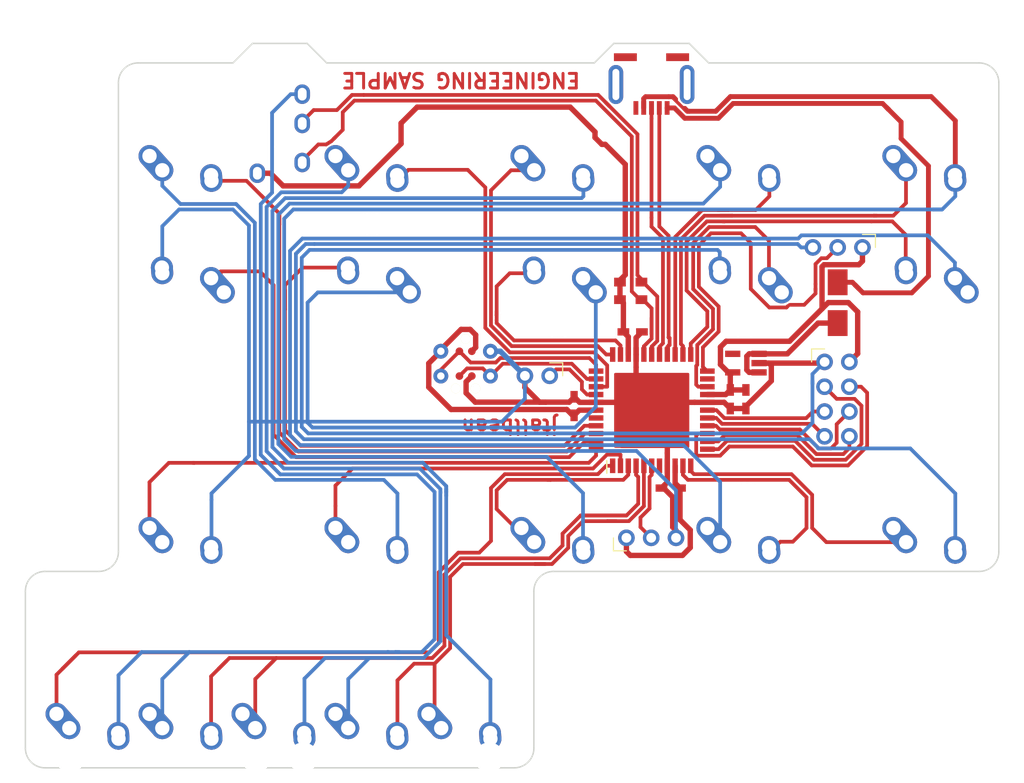
<source format=kicad_pcb>
(kicad_pcb (version 4) (host pcbnew 4.0.7)

  (general
    (links 136)
    (no_connects 11)
    (area 88.199883 27.494485 188.070085 101.854587)
    (thickness 1.6)
    (drawings 26)
    (tracks 698)
    (zones 0)
    (modules 44)
    (nets 43)
  )

  (page A4)
  (layers
    (0 F.Cu signal)
    (31 B.Cu signal)
    (32 B.Adhes user)
    (33 F.Adhes user)
    (34 B.Paste user)
    (35 F.Paste user)
    (36 B.SilkS user)
    (37 F.SilkS user)
    (38 B.Mask user)
    (39 F.Mask user)
    (40 Dwgs.User user hide)
    (41 Cmts.User user)
    (42 Eco1.User user)
    (43 Eco2.User user)
    (44 Edge.Cuts user)
    (45 Margin user)
    (46 B.CrtYd user)
    (47 F.CrtYd user)
    (48 B.Fab user)
    (49 F.Fab user)
  )

  (setup
    (last_trace_width 0.25)
    (user_trace_width 0.254)
    (user_trace_width 0.381)
    (user_trace_width 0.5)
    (user_trace_width 0.55)
    (user_trace_width 1)
    (trace_clearance 0.2)
    (zone_clearance 0.508)
    (zone_45_only no)
    (trace_min 0.2)
    (segment_width 0.2)
    (edge_width 0.15)
    (via_size 0.6)
    (via_drill 0.4)
    (via_min_size 0.4)
    (via_min_drill 0.3)
    (user_via 0.6 0.3)
    (uvia_size 0.3)
    (uvia_drill 0.1)
    (uvias_allowed no)
    (uvia_min_size 0.2)
    (uvia_min_drill 0.1)
    (pcb_text_width 0.3)
    (pcb_text_size 1.5 1.5)
    (mod_edge_width 0.15)
    (mod_text_size 1 1)
    (mod_text_width 0.15)
    (pad_size 1.524 1.524)
    (pad_drill 0.762)
    (pad_to_mask_clearance 0.2)
    (aux_axis_origin 0 0)
    (visible_elements 7FFFF7FF)
    (pcbplotparams
      (layerselection 0x00030_80000001)
      (usegerberextensions false)
      (excludeedgelayer true)
      (linewidth 0.100000)
      (plotframeref false)
      (viasonmask false)
      (mode 1)
      (useauxorigin false)
      (hpglpennumber 1)
      (hpglpenspeed 20)
      (hpglpendiameter 15)
      (hpglpenoverlay 2)
      (psnegative false)
      (psa4output false)
      (plotreference true)
      (plotvalue true)
      (plotinvisibletext false)
      (padsonsilk false)
      (subtractmaskfromsilk false)
      (outputformat 1)
      (mirror false)
      (drillshape 1)
      (scaleselection 1)
      (outputdirectory ""))
  )

  (net 0 "")
  (net 1 VCC)
  (net 2 GND)
  (net 3 +5V)
  (net 4 "Net-(F1-Pad2)")
  (net 5 /D-)
  (net 6 /D+)
  (net 7 "Net-(J1-Pad5)")
  (net 8 /PDI)
  (net 9 /RST)
  (net 10 /KEY1)
  (net 11 /KEY2)
  (net 12 /KEY3)
  (net 13 /KEY4)
  (net 14 /KEY5)
  (net 15 /KEY6)
  (net 16 /KEY7)
  (net 17 /KEY8)
  (net 18 /KEY9)
  (net 19 /KEY10)
  (net 20 /KEY11)
  (net 21 /KEY12)
  (net 22 /KEY13)
  (net 23 /KEY14)
  (net 24 /KEY15)
  (net 25 /KEY16)
  (net 26 /KEY17)
  (net 27 /KEY18)
  (net 28 "Net-(U1-Pad4)")
  (net 29 "Net-(U2-Pad7)")
  (net 30 "Net-(U2-Pad21)")
  (net 31 "Net-(U2-Pad40)")
  (net 32 /SCL)
  (net 33 /SDA)
  (net 34 /CE)
  (net 35 /CSN)
  (net 36 /SCK)
  (net 37 /MOSI)
  (net 38 /MISO)
  (net 39 /IRQ)
  (net 40 /UNDER_RGB)
  (net 41 /EXTRA1)
  (net 42 /EXTRA2)

  (net_class Default "This is the default net class."
    (clearance 0.2)
    (trace_width 0.25)
    (via_dia 0.6)
    (via_drill 0.4)
    (uvia_dia 0.3)
    (uvia_drill 0.1)
    (add_net +5V)
    (add_net /CE)
    (add_net /CSN)
    (add_net /D+)
    (add_net /D-)
    (add_net /EXTRA1)
    (add_net /EXTRA2)
    (add_net /IRQ)
    (add_net /KEY1)
    (add_net /KEY10)
    (add_net /KEY11)
    (add_net /KEY12)
    (add_net /KEY13)
    (add_net /KEY14)
    (add_net /KEY15)
    (add_net /KEY16)
    (add_net /KEY17)
    (add_net /KEY18)
    (add_net /KEY2)
    (add_net /KEY3)
    (add_net /KEY4)
    (add_net /KEY5)
    (add_net /KEY6)
    (add_net /KEY7)
    (add_net /KEY8)
    (add_net /KEY9)
    (add_net /MISO)
    (add_net /MOSI)
    (add_net /PDI)
    (add_net /RST)
    (add_net /SCK)
    (add_net /SCL)
    (add_net /SDA)
    (add_net /UNDER_RGB)
    (add_net GND)
    (add_net "Net-(F1-Pad2)")
    (add_net "Net-(J1-Pad5)")
    (add_net "Net-(U1-Pad4)")
    (add_net "Net-(U2-Pad21)")
    (add_net "Net-(U2-Pad40)")
    (add_net "Net-(U2-Pad7)")
    (add_net VCC)
  )

  (module Housings_QFP:TQFP-44_10x10mm_Pitch0.8mm (layer F.Cu) (tedit 5B1752A6) (tstamp 5AFE1007)
    (at 167.616406 73.084786 90)
    (descr "44-Lead Plastic Thin Quad Flatpack (PT) - 10x10x1.0 mm Body [TQFP] (see Microchip Packaging Specification 00000049BS.pdf)")
    (tags "QFP 0.8")
    (path /5AFE09D8)
    (attr smd)
    (fp_text reference U2 (at -5.75 6.25 360) (layer F.SilkS) hide
      (effects (font (size 1 1) (thickness 0.15)))
    )
    (fp_text value ATXMEGA-A4U-EPAD (at 0 7.45 90) (layer F.Fab)
      (effects (font (size 1 1) (thickness 0.15)))
    )
    (fp_text user %R (at 0 0 90) (layer F.Fab)
      (effects (font (size 1 1) (thickness 0.15)))
    )
    (fp_line (start -4 -5) (end 5 -5) (layer F.Fab) (width 0.15))
    (fp_line (start 5 -5) (end 5 5) (layer F.Fab) (width 0.15))
    (fp_line (start 5 5) (end -5 5) (layer F.Fab) (width 0.15))
    (fp_line (start -5 5) (end -5 -4) (layer F.Fab) (width 0.15))
    (fp_line (start -5 -4) (end -4 -5) (layer F.Fab) (width 0.15))
    (fp_line (start -6.7 -6.7) (end -6.7 6.7) (layer F.CrtYd) (width 0.05))
    (fp_line (start 6.7 -6.7) (end 6.7 6.7) (layer F.CrtYd) (width 0.05))
    (fp_line (start -6.7 -6.7) (end 6.7 -6.7) (layer F.CrtYd) (width 0.05))
    (fp_line (start -6.7 6.7) (end 6.7 6.7) (layer F.CrtYd) (width 0.05))
    (fp_line (start -5.175 -5.175) (end -5.175 -4.6) (layer Dwgs.User) (width 0.15))
    (fp_line (start 5.175 -5.175) (end 5.175 -4.5) (layer Dwgs.User) (width 0.15))
    (fp_line (start 5.175 5.175) (end 5.175 4.5) (layer Dwgs.User) (width 0.15))
    (fp_line (start -5.175 5.175) (end -5.175 4.5) (layer Dwgs.User) (width 0.15))
    (fp_line (start -5.175 -5.175) (end -4.5 -5.175) (layer Dwgs.User) (width 0.15))
    (fp_line (start -5.175 5.175) (end -4.5 5.175) (layer Dwgs.User) (width 0.15))
    (fp_line (start 5.175 5.175) (end 4.5 5.175) (layer Dwgs.User) (width 0.15))
    (fp_line (start 5.175 -5.175) (end 4.5 -5.175) (layer Dwgs.User) (width 0.15))
    (fp_line (start -5.175 -4.6) (end -6.45 -4.6) (layer F.SilkS) (width 0.15))
    (pad 1 smd rect (at -5.7 -4 90) (size 1.5 0.55) (layers F.Cu F.Paste F.Mask)
      (net 27 /KEY18))
    (pad 2 smd rect (at -5.7 -3.2 90) (size 1.5 0.55) (layers F.Cu F.Paste F.Mask)
      (net 23 /KEY14))
    (pad 3 smd rect (at -5.7 -2.4 90) (size 1.5 0.55) (layers F.Cu F.Paste F.Mask)
      (net 22 /KEY13))
    (pad 4 smd rect (at -5.7 -1.6 90) (size 1.5 0.55) (layers F.Cu F.Paste F.Mask)
      (net 26 /KEY17))
    (pad 5 smd rect (at -5.7 -0.8 90) (size 1.5 0.55) (layers F.Cu F.Paste F.Mask)
      (net 25 /KEY16))
    (pad 6 smd rect (at -5.7 0 90) (size 1.5 0.55) (layers F.Cu F.Paste F.Mask)
      (net 40 /UNDER_RGB))
    (pad 7 smd rect (at -5.7 0.8 90) (size 1.5 0.55) (layers F.Cu F.Paste F.Mask)
      (net 29 "Net-(U2-Pad7)"))
    (pad 8 smd rect (at -5.7 1.6 90) (size 1.5 0.55) (layers F.Cu F.Paste F.Mask)
      (net 2 GND))
    (pad 9 smd rect (at -5.7 2.4 90) (size 1.5 0.55) (layers F.Cu F.Paste F.Mask)
      (net 1 VCC))
    (pad 10 smd rect (at -5.7 3.2 90) (size 1.5 0.55) (layers F.Cu F.Paste F.Mask)
      (net 21 /KEY12))
    (pad 11 smd rect (at -5.7 4 90) (size 1.5 0.55) (layers F.Cu F.Paste F.Mask)
      (net 20 /KEY11))
    (pad 12 smd rect (at -4 5.7 180) (size 1.5 0.55) (layers F.Cu F.Paste F.Mask)
      (net 34 /CE))
    (pad 13 smd rect (at -3.2 5.7 180) (size 1.5 0.55) (layers F.Cu F.Paste F.Mask)
      (net 39 /IRQ))
    (pad 14 smd rect (at -2.4 5.7 180) (size 1.5 0.55) (layers F.Cu F.Paste F.Mask)
      (net 35 /CSN))
    (pad 15 smd rect (at -1.6 5.7 180) (size 1.5 0.55) (layers F.Cu F.Paste F.Mask)
      (net 37 /MOSI))
    (pad 16 smd rect (at -0.8 5.7 180) (size 1.5 0.55) (layers F.Cu F.Paste F.Mask)
      (net 38 /MISO))
    (pad 17 smd rect (at 0 5.7 180) (size 1.5 0.55) (layers F.Cu F.Paste F.Mask)
      (net 36 /SCK))
    (pad 18 smd rect (at 0.8 5.7 180) (size 1.5 0.55) (layers F.Cu F.Paste F.Mask)
      (net 2 GND))
    (pad 19 smd rect (at 1.6 5.7 180) (size 1.5 0.55) (layers F.Cu F.Paste F.Mask)
      (net 1 VCC))
    (pad 20 smd rect (at 2.4 5.7 180) (size 1.5 0.55) (layers F.Cu F.Paste F.Mask)
      (net 16 /KEY7))
    (pad 21 smd rect (at 3.2 5.7 180) (size 1.5 0.55) (layers F.Cu F.Paste F.Mask)
      (net 30 "Net-(U2-Pad21)"))
    (pad 22 smd rect (at 4 5.7 180) (size 1.5 0.55) (layers F.Cu F.Paste F.Mask)
      (net 41 /EXTRA1))
    (pad 23 smd rect (at 5.7 4 90) (size 1.5 0.55) (layers F.Cu F.Paste F.Mask)
      (net 15 /KEY6))
    (pad 24 smd rect (at 5.7 3.2 90) (size 1.5 0.55) (layers F.Cu F.Paste F.Mask)
      (net 10 /KEY1))
    (pad 25 smd rect (at 5.7 2.4 90) (size 1.5 0.55) (layers F.Cu F.Paste F.Mask)
      (net 11 /KEY2))
    (pad 26 smd rect (at 5.7 1.6 90) (size 1.5 0.55) (layers F.Cu F.Paste F.Mask)
      (net 5 /D-))
    (pad 27 smd rect (at 5.7 0.8 90) (size 1.5 0.55) (layers F.Cu F.Paste F.Mask)
      (net 6 /D+))
    (pad 28 smd rect (at 5.7 0 90) (size 1.5 0.55) (layers F.Cu F.Paste F.Mask)
      (net 33 /SDA))
    (pad 29 smd rect (at 5.7 -0.8 90) (size 1.5 0.55) (layers F.Cu F.Paste F.Mask)
      (net 32 /SCL))
    (pad 30 smd rect (at 5.7 -1.6 90) (size 1.5 0.55) (layers F.Cu F.Paste F.Mask)
      (net 2 GND))
    (pad 31 smd rect (at 5.7 -2.4 90) (size 1.5 0.55) (layers F.Cu F.Paste F.Mask)
      (net 1 VCC))
    (pad 32 smd rect (at 5.7 -3.2 90) (size 1.5 0.55) (layers F.Cu F.Paste F.Mask)
      (net 17 /KEY8))
    (pad 33 smd rect (at 5.7 -4 90) (size 1.5 0.55) (layers F.Cu F.Paste F.Mask)
      (net 12 /KEY3))
    (pad 34 smd rect (at 4 -5.7 180) (size 1.5 0.55) (layers F.Cu F.Paste F.Mask)
      (net 8 /PDI))
    (pad 35 smd rect (at 3.2 -5.7 180) (size 1.5 0.55) (layers F.Cu F.Paste F.Mask)
      (net 9 /RST))
    (pad 36 smd rect (at 2.4 -5.7 180) (size 1.5 0.55) (layers F.Cu F.Paste F.Mask)
      (net 13 /KEY4))
    (pad 37 smd rect (at 1.6 -5.7 180) (size 1.5 0.55) (layers F.Cu F.Paste F.Mask)
      (net 42 /EXTRA2))
    (pad 38 smd rect (at 0.8 -5.7 180) (size 1.5 0.55) (layers F.Cu F.Paste F.Mask)
      (net 2 GND))
    (pad 39 smd rect (at 0 -5.7 180) (size 1.5 0.55) (layers F.Cu F.Paste F.Mask)
      (net 1 VCC))
    (pad 40 smd rect (at -0.8 -5.7 180) (size 1.5 0.55) (layers F.Cu F.Paste F.Mask)
      (net 31 "Net-(U2-Pad40)"))
    (pad 41 smd rect (at -1.6 -5.7 180) (size 1.5 0.55) (layers F.Cu F.Paste F.Mask)
      (net 18 /KEY9))
    (pad 42 smd rect (at -2.4 -5.7 180) (size 1.5 0.55) (layers F.Cu F.Paste F.Mask)
      (net 14 /KEY5))
    (pad 43 smd rect (at -3.2 -5.7 180) (size 1.5 0.55) (layers F.Cu F.Paste F.Mask)
      (net 19 /KEY10))
    (pad 44 smd rect (at -4 -5.7 180) (size 1.5 0.55) (layers F.Cu F.Paste F.Mask)
      (net 24 /KEY15))
    (model ${KISYS3DMOD}/Housings_QFP.3dshapes/TQFP-44_10x10mm_Pitch0.8mm.wrl
      (at (xyz 0 0 0))
      (scale (xyz 1 1 1))
      (rotate (xyz 0 0 0))
    )
  )

  (module TO_SOT_Packages_SMD:SOT-23-5_HandSoldering (layer F.Cu) (tedit 5B1751E6) (tstamp 5AFE0FD7)
    (at 177.266406 68.266036 180)
    (descr "5-pin SOT23 package")
    (tags "SOT-23-5 hand-soldering")
    (path /5AFE0944)
    (attr smd)
    (fp_text reference U1 (at -1.75 -2.75 180) (layer F.SilkS) hide
      (effects (font (size 1 1) (thickness 0.15)))
    )
    (fp_text value MIC550X (at 0 2.9 180) (layer F.Fab)
      (effects (font (size 1 1) (thickness 0.15)))
    )
    (fp_text user %R (at 0 0 270) (layer F.Fab)
      (effects (font (size 0.5 0.5) (thickness 0.075)))
    )
    (fp_line (start -0.9 1.61) (end 0.9 1.61) (layer Dwgs.User) (width 0.12))
    (fp_line (start 0.9 -1.61) (end -1.55 -1.61) (layer Dwgs.User) (width 0.12))
    (fp_line (start -0.9 -0.9) (end -0.25 -1.55) (layer F.Fab) (width 0.1))
    (fp_line (start 0.9 -1.55) (end -0.25 -1.55) (layer F.Fab) (width 0.1))
    (fp_line (start -0.9 -0.9) (end -0.9 1.55) (layer F.Fab) (width 0.1))
    (fp_line (start 0.9 1.55) (end -0.9 1.55) (layer F.Fab) (width 0.1))
    (fp_line (start 0.9 -1.55) (end 0.9 1.55) (layer F.Fab) (width 0.1))
    (fp_line (start -2.38 -1.8) (end 2.38 -1.8) (layer F.CrtYd) (width 0.05))
    (fp_line (start -2.38 -1.8) (end -2.38 1.8) (layer F.CrtYd) (width 0.05))
    (fp_line (start 2.38 1.8) (end 2.38 -1.8) (layer F.CrtYd) (width 0.05))
    (fp_line (start 2.38 1.8) (end -2.38 1.8) (layer F.CrtYd) (width 0.05))
    (pad 1 smd rect (at -1.35 -0.95 180) (size 1.56 0.65) (layers F.Cu F.Paste F.Mask)
      (net 3 +5V))
    (pad 2 smd rect (at -1.35 0 180) (size 1.56 0.65) (layers F.Cu F.Paste F.Mask)
      (net 2 GND))
    (pad 3 smd rect (at -1.35 0.95 180) (size 1.56 0.65) (layers F.Cu F.Paste F.Mask)
      (net 3 +5V))
    (pad 4 smd rect (at 1.35 0.95 180) (size 1.56 0.65) (layers F.Cu F.Paste F.Mask)
      (net 28 "Net-(U1-Pad4)"))
    (pad 5 smd rect (at 1.35 -0.95 180) (size 1.56 0.65) (layers F.Cu F.Paste F.Mask)
      (net 1 VCC))
    (model ${KISYS3DMOD}/TO_SOT_Packages_SMD.3dshapes\SOT-23-5.wrl
      (at (xyz 0 0 0))
      (scale (xyz 1 1 1))
      (rotate (xyz 0 0 0))
    )
  )

  (module Fuse_Holders_and_Fuses:Fuse_SMD1206_HandSoldering (layer F.Cu) (tedit 5B1751D1) (tstamp 5AFE0EC4)
    (at 186.666406 62.076036 90)
    (descr "Fuse, Sicherung, SMD1206, Littlefuse-Wickmann 433 Series, Hand Soldering,")
    (tags "Fuse Sicherung SMD1206 Littlefuse-Wickmann 433 Series Hand Soldering ")
    (path /5AFE1E18)
    (attr smd)
    (fp_text reference F1 (at -0.05 -2.2 90) (layer F.SilkS) hide
      (effects (font (size 1 1) (thickness 0.15)))
    )
    (fp_text value Fuse (at -0.15 2.5 90) (layer F.Fab)
      (effects (font (size 1 1) (thickness 0.15)))
    )
    (fp_line (start -1.6 0.8) (end -1.6 -0.8) (layer F.Fab) (width 0.1))
    (fp_line (start 1.6 0.8) (end -1.6 0.8) (layer F.Fab) (width 0.1))
    (fp_line (start 1.6 -0.8) (end 1.6 0.8) (layer F.Fab) (width 0.1))
    (fp_line (start -1.6 -0.8) (end 1.6 -0.8) (layer F.Fab) (width 0.1))
    (fp_line (start 1 1.07) (end -1 1.07) (layer Dwgs.User) (width 0.12))
    (fp_line (start -1 -1.07) (end 1 -1.07) (layer Dwgs.User) (width 0.12))
    (fp_line (start -3.35 -1.58) (end 3.35 -1.58) (layer F.CrtYd) (width 0.05))
    (fp_line (start -3.35 -1.58) (end -3.35 1.58) (layer F.CrtYd) (width 0.05))
    (fp_line (start 3.35 1.58) (end 3.35 -1.58) (layer F.CrtYd) (width 0.05))
    (fp_line (start 3.35 1.58) (end -3.35 1.58) (layer F.CrtYd) (width 0.05))
    (pad 1 smd rect (at -2.09 0 180) (size 2.03 2.65) (layers F.Cu F.Paste F.Mask)
      (net 3 +5V))
    (pad 2 smd rect (at 2.09 0 180) (size 2.03 2.65) (layers F.Cu F.Paste F.Mask)
      (net 4 "Net-(F1-Pad2)"))
  )

  (module Resistors_SMD:R_0603_HandSoldering (layer F.Cu) (tedit 5B175198) (tstamp 5B0628DB)
    (at 165.466406 59.966036 180)
    (descr "Resistor SMD 0603, hand soldering")
    (tags "resistor 0603")
    (path /5AFF7CE1)
    (attr smd)
    (fp_text reference R2 (at -3 0 180) (layer F.SilkS) hide
      (effects (font (size 1 1) (thickness 0.15)))
    )
    (fp_text value 4.7k (at 0 1.55 180) (layer F.Fab)
      (effects (font (size 1 1) (thickness 0.15)))
    )
    (fp_text user %R (at 0 0 180) (layer F.Fab)
      (effects (font (size 0.4 0.4) (thickness 0.075)))
    )
    (fp_line (start -0.8 0.4) (end -0.8 -0.4) (layer F.Fab) (width 0.1))
    (fp_line (start 0.8 0.4) (end -0.8 0.4) (layer F.Fab) (width 0.1))
    (fp_line (start 0.8 -0.4) (end 0.8 0.4) (layer F.Fab) (width 0.1))
    (fp_line (start -0.8 -0.4) (end 0.8 -0.4) (layer F.Fab) (width 0.1))
    (fp_line (start 0.5 0.68) (end -0.5 0.68) (layer Dwgs.User) (width 0.12))
    (fp_line (start -0.5 -0.68) (end 0.5 -0.68) (layer Dwgs.User) (width 0.12))
    (fp_line (start -1.96 -0.7) (end 1.95 -0.7) (layer F.CrtYd) (width 0.05))
    (fp_line (start -1.96 -0.7) (end -1.96 0.7) (layer F.CrtYd) (width 0.05))
    (fp_line (start 1.95 0.7) (end 1.95 -0.7) (layer F.CrtYd) (width 0.05))
    (fp_line (start 1.95 0.7) (end -1.96 0.7) (layer F.CrtYd) (width 0.05))
    (pad 1 smd rect (at -1.1 0 180) (size 1.2 0.9) (layers F.Cu F.Paste F.Mask)
      (net 33 /SDA))
    (pad 2 smd rect (at 1.1 0 180) (size 1.2 0.9) (layers F.Cu F.Paste F.Mask)
      (net 1 VCC))
    (model ${KISYS3DMOD}/Resistors_SMD.3dshapes/R_0603.wrl
      (at (xyz 0 0 0))
      (scale (xyz 1 1 1))
      (rotate (xyz 0 0 0))
    )
  )

  (module Resistors_SMD:R_0603_HandSoldering (layer F.Cu) (tedit 5B17517C) (tstamp 5B0628CB)
    (at 165.466406 61.766036 180)
    (descr "Resistor SMD 0603, hand soldering")
    (tags "resistor 0603")
    (path /5AFF7738)
    (attr smd)
    (fp_text reference R1 (at -3 0 180) (layer F.SilkS) hide
      (effects (font (size 1 1) (thickness 0.15)))
    )
    (fp_text value 4.7k (at 0 1.55 180) (layer F.Fab)
      (effects (font (size 1 1) (thickness 0.15)))
    )
    (fp_text user %R (at 0 0 180) (layer F.Fab)
      (effects (font (size 0.4 0.4) (thickness 0.075)))
    )
    (fp_line (start -0.8 0.4) (end -0.8 -0.4) (layer F.Fab) (width 0.1))
    (fp_line (start 0.8 0.4) (end -0.8 0.4) (layer F.Fab) (width 0.1))
    (fp_line (start 0.8 -0.4) (end 0.8 0.4) (layer F.Fab) (width 0.1))
    (fp_line (start -0.8 -0.4) (end 0.8 -0.4) (layer F.Fab) (width 0.1))
    (fp_line (start 0.5 0.68) (end -0.5 0.68) (layer Dwgs.User) (width 0.12))
    (fp_line (start -0.5 -0.68) (end 0.5 -0.68) (layer Dwgs.User) (width 0.12))
    (fp_line (start -1.96 -0.7) (end 1.95 -0.7) (layer F.CrtYd) (width 0.05))
    (fp_line (start -1.96 -0.7) (end -1.96 0.7) (layer F.CrtYd) (width 0.05))
    (fp_line (start 1.95 0.7) (end 1.95 -0.7) (layer F.CrtYd) (width 0.05))
    (fp_line (start 1.95 0.7) (end -1.96 0.7) (layer F.CrtYd) (width 0.05))
    (pad 1 smd rect (at -1.1 0 180) (size 1.2 0.9) (layers F.Cu F.Paste F.Mask)
      (net 32 /SCL))
    (pad 2 smd rect (at 1.1 0 180) (size 1.2 0.9) (layers F.Cu F.Paste F.Mask)
      (net 1 VCC))
    (model ${KISYS3DMOD}/Resistors_SMD.3dshapes/R_0603.wrl
      (at (xyz 0 0 0))
      (scale (xyz 1 1 1))
      (rotate (xyz 0 0 0))
    )
  )

  (module Capacitors_SMD:C_0603_HandSoldering (layer F.Cu) (tedit 5B17516B) (tstamp 5B0628BB)
    (at 165.666406 65.066036)
    (descr "Capacitor SMD 0603, hand soldering")
    (tags "capacitor 0603")
    (path /5AFE112E)
    (attr smd)
    (fp_text reference C5 (at 3 0) (layer F.SilkS) hide
      (effects (font (size 1 1) (thickness 0.15)))
    )
    (fp_text value 0.1uF (at 0 1.5) (layer F.Fab)
      (effects (font (size 1 1) (thickness 0.15)))
    )
    (fp_text user %R (at 0 -1.25) (layer F.Fab)
      (effects (font (size 1 1) (thickness 0.15)))
    )
    (fp_line (start -0.8 0.4) (end -0.8 -0.4) (layer F.Fab) (width 0.1))
    (fp_line (start 0.8 0.4) (end -0.8 0.4) (layer F.Fab) (width 0.1))
    (fp_line (start 0.8 -0.4) (end 0.8 0.4) (layer F.Fab) (width 0.1))
    (fp_line (start -0.8 -0.4) (end 0.8 -0.4) (layer F.Fab) (width 0.1))
    (fp_line (start -0.35 -0.6) (end 0.35 -0.6) (layer Dwgs.User) (width 0.12))
    (fp_line (start 0.35 0.6) (end -0.35 0.6) (layer Dwgs.User) (width 0.12))
    (fp_line (start -1.8 -0.65) (end 1.8 -0.65) (layer F.CrtYd) (width 0.05))
    (fp_line (start -1.8 -0.65) (end -1.8 0.65) (layer F.CrtYd) (width 0.05))
    (fp_line (start 1.8 0.65) (end 1.8 -0.65) (layer F.CrtYd) (width 0.05))
    (fp_line (start 1.8 0.65) (end -1.8 0.65) (layer F.CrtYd) (width 0.05))
    (pad 1 smd rect (at -0.95 0) (size 1.2 0.75) (layers F.Cu F.Paste F.Mask)
      (net 1 VCC))
    (pad 2 smd rect (at 0.95 0) (size 1.2 0.75) (layers F.Cu F.Paste F.Mask)
      (net 2 GND))
    (model Capacitors_SMD.3dshapes/C_0603.wrl
      (at (xyz 0 0 0))
      (scale (xyz 1 1 1))
      (rotate (xyz 0 0 0))
    )
  )

  (module Capacitors_SMD:C_0603_HandSoldering (layer F.Cu) (tedit 5B17515C) (tstamp 5B0628AB)
    (at 159.666406 72.666036 90)
    (descr "Capacitor SMD 0603, hand soldering")
    (tags "capacitor 0603")
    (path /5AFE10BE)
    (attr smd)
    (fp_text reference C4 (at -2.75 0 360) (layer F.SilkS) hide
      (effects (font (size 1 1) (thickness 0.15)))
    )
    (fp_text value 0.1uF (at 0 1.5 90) (layer F.Fab)
      (effects (font (size 1 1) (thickness 0.15)))
    )
    (fp_text user %R (at 0 -1.25 90) (layer F.Fab)
      (effects (font (size 1 1) (thickness 0.15)))
    )
    (fp_line (start -0.8 0.4) (end -0.8 -0.4) (layer F.Fab) (width 0.1))
    (fp_line (start 0.8 0.4) (end -0.8 0.4) (layer F.Fab) (width 0.1))
    (fp_line (start 0.8 -0.4) (end 0.8 0.4) (layer F.Fab) (width 0.1))
    (fp_line (start -0.8 -0.4) (end 0.8 -0.4) (layer F.Fab) (width 0.1))
    (fp_line (start -0.35 -0.6) (end 0.35 -0.6) (layer Dwgs.User) (width 0.12))
    (fp_line (start 0.35 0.6) (end -0.35 0.6) (layer Dwgs.User) (width 0.12))
    (fp_line (start -1.8 -0.65) (end 1.8 -0.65) (layer F.CrtYd) (width 0.05))
    (fp_line (start -1.8 -0.65) (end -1.8 0.65) (layer F.CrtYd) (width 0.05))
    (fp_line (start 1.8 0.65) (end 1.8 -0.65) (layer F.CrtYd) (width 0.05))
    (fp_line (start 1.8 0.65) (end -1.8 0.65) (layer F.CrtYd) (width 0.05))
    (pad 1 smd rect (at -0.95 0 90) (size 1.2 0.75) (layers F.Cu F.Paste F.Mask)
      (net 1 VCC))
    (pad 2 smd rect (at 0.95 0 90) (size 1.2 0.75) (layers F.Cu F.Paste F.Mask)
      (net 2 GND))
    (model Capacitors_SMD.3dshapes/C_0603.wrl
      (at (xyz 0 0 0))
      (scale (xyz 1 1 1))
      (rotate (xyz 0 0 0))
    )
  )

  (module Capacitors_SMD:C_0603_HandSoldering (layer F.Cu) (tedit 5B175148) (tstamp 5B06288B)
    (at 177.266406 71.966036 270)
    (descr "Capacitor SMD 0603, hand soldering")
    (tags "capacitor 0603")
    (path /5AFE1033)
    (attr smd)
    (fp_text reference C2 (at 2.75 0 540) (layer F.SilkS) hide
      (effects (font (size 1 1) (thickness 0.15)))
    )
    (fp_text value 0.1uF (at 0 1.5 270) (layer F.Fab)
      (effects (font (size 1 1) (thickness 0.15)))
    )
    (fp_text user %R (at 0 -1.25 270) (layer F.Fab)
      (effects (font (size 1 1) (thickness 0.15)))
    )
    (fp_line (start -0.8 0.4) (end -0.8 -0.4) (layer F.Fab) (width 0.1))
    (fp_line (start 0.8 0.4) (end -0.8 0.4) (layer F.Fab) (width 0.1))
    (fp_line (start 0.8 -0.4) (end 0.8 0.4) (layer F.Fab) (width 0.1))
    (fp_line (start -0.8 -0.4) (end 0.8 -0.4) (layer F.Fab) (width 0.1))
    (fp_line (start -0.35 -0.6) (end 0.35 -0.6) (layer Dwgs.User) (width 0.12))
    (fp_line (start 0.35 0.6) (end -0.35 0.6) (layer Dwgs.User) (width 0.12))
    (fp_line (start -1.8 -0.65) (end 1.8 -0.65) (layer F.CrtYd) (width 0.05))
    (fp_line (start -1.8 -0.65) (end -1.8 0.65) (layer F.CrtYd) (width 0.05))
    (fp_line (start 1.8 0.65) (end 1.8 -0.65) (layer F.CrtYd) (width 0.05))
    (fp_line (start 1.8 0.65) (end -1.8 0.65) (layer F.CrtYd) (width 0.05))
    (pad 1 smd rect (at -0.95 0 270) (size 1.2 0.75) (layers F.Cu F.Paste F.Mask)
      (net 1 VCC))
    (pad 2 smd rect (at 0.95 0 270) (size 1.2 0.75) (layers F.Cu F.Paste F.Mask)
      (net 2 GND))
    (model Capacitors_SMD.3dshapes/C_0603.wrl
      (at (xyz 0 0 0))
      (scale (xyz 1 1 1))
      (rotate (xyz 0 0 0))
    )
  )

  (module Capacitors_SMD:C_0603_HandSoldering (layer F.Cu) (tedit 5B175137) (tstamp 5B06287B)
    (at 175.666406 71.966036 270)
    (descr "Capacitor SMD 0603, hand soldering")
    (tags "capacitor 0603")
    (path /5AFE0A9B)
    (attr smd)
    (fp_text reference C1 (at 2.75 0 540) (layer F.SilkS) hide
      (effects (font (size 1 1) (thickness 0.15)))
    )
    (fp_text value 10uF (at 0 1.5 270) (layer F.Fab)
      (effects (font (size 1 1) (thickness 0.15)))
    )
    (fp_text user %R (at 0 -1.25 270) (layer F.Fab)
      (effects (font (size 1 1) (thickness 0.15)))
    )
    (fp_line (start -0.8 0.4) (end -0.8 -0.4) (layer F.Fab) (width 0.1))
    (fp_line (start 0.8 0.4) (end -0.8 0.4) (layer F.Fab) (width 0.1))
    (fp_line (start 0.8 -0.4) (end 0.8 0.4) (layer F.Fab) (width 0.1))
    (fp_line (start -0.8 -0.4) (end 0.8 -0.4) (layer F.Fab) (width 0.1))
    (fp_line (start -0.35 -0.6) (end 0.35 -0.6) (layer Dwgs.User) (width 0.12))
    (fp_line (start 0.35 0.6) (end -0.35 0.6) (layer Dwgs.User) (width 0.12))
    (fp_line (start -1.8 -0.65) (end 1.8 -0.65) (layer F.CrtYd) (width 0.05))
    (fp_line (start -1.8 -0.65) (end -1.8 0.65) (layer F.CrtYd) (width 0.05))
    (fp_line (start 1.8 0.65) (end 1.8 -0.65) (layer F.CrtYd) (width 0.05))
    (fp_line (start 1.8 0.65) (end -1.8 0.65) (layer F.CrtYd) (width 0.05))
    (pad 1 smd rect (at -0.95 0 270) (size 1.2 0.75) (layers F.Cu F.Paste F.Mask)
      (net 1 VCC))
    (pad 2 smd rect (at 0.95 0 270) (size 1.2 0.75) (layers F.Cu F.Paste F.Mask)
      (net 2 GND))
    (model Capacitors_SMD.3dshapes/C_0603.wrl
      (at (xyz 0 0 0))
      (scale (xyz 1 1 1))
      (rotate (xyz 0 0 0))
    )
  )

  (module Capacitors_SMD:C_0603_HandSoldering (layer F.Cu) (tedit 5B17511F) (tstamp 5B06289B)
    (at 169.566406 81.066036 180)
    (descr "Capacitor SMD 0603, hand soldering")
    (tags "capacitor 0603")
    (path /5AFE107D)
    (attr smd)
    (fp_text reference C3 (at 3 0 180) (layer F.SilkS) hide
      (effects (font (size 1 1) (thickness 0.15)))
    )
    (fp_text value 0.1uF (at 0 1.5 180) (layer F.Fab)
      (effects (font (size 1 1) (thickness 0.15)))
    )
    (fp_text user %R (at 0 -1.25 180) (layer F.Fab)
      (effects (font (size 1 1) (thickness 0.15)))
    )
    (fp_line (start -0.8 0.4) (end -0.8 -0.4) (layer F.Fab) (width 0.1))
    (fp_line (start 0.8 0.4) (end -0.8 0.4) (layer F.Fab) (width 0.1))
    (fp_line (start 0.8 -0.4) (end 0.8 0.4) (layer F.Fab) (width 0.1))
    (fp_line (start -0.8 -0.4) (end 0.8 -0.4) (layer F.Fab) (width 0.1))
    (fp_line (start -0.35 -0.6) (end 0.35 -0.6) (layer Dwgs.User) (width 0.12))
    (fp_line (start 0.35 0.6) (end -0.35 0.6) (layer Dwgs.User) (width 0.12))
    (fp_line (start -1.8 -0.65) (end 1.8 -0.65) (layer F.CrtYd) (width 0.05))
    (fp_line (start -1.8 -0.65) (end -1.8 0.65) (layer F.CrtYd) (width 0.05))
    (fp_line (start 1.8 0.65) (end 1.8 -0.65) (layer F.CrtYd) (width 0.05))
    (fp_line (start 1.8 0.65) (end -1.8 0.65) (layer F.CrtYd) (width 0.05))
    (pad 1 smd rect (at -0.95 0 180) (size 1.2 0.75) (layers F.Cu F.Paste F.Mask)
      (net 1 VCC))
    (pad 2 smd rect (at 0.95 0 180) (size 1.2 0.75) (layers F.Cu F.Paste F.Mask)
      (net 2 GND))
    (model Capacitors_SMD.3dshapes/C_0603.wrl
      (at (xyz 0 0 0))
      (scale (xyz 1 1 1))
      (rotate (xyz 0 0 0))
    )
  )

  (module Pin_Headers:Pin_Header_Straight_1x03_Pitch2.54mm (layer F.Cu) (tedit 5B16D8E0) (tstamp 5B1B5437)
    (at 189.206406 56.416036 270)
    (descr "Through hole straight pin header, 1x03, 2.54mm pitch, single row")
    (tags "Through hole pin header THT 1x03 2.54mm single row")
    (path /5B15DE45)
    (fp_text reference J5 (at 0 -2.33 270) (layer F.SilkS) hide
      (effects (font (size 1 1) (thickness 0.15)))
    )
    (fp_text value Conn_01x03 (at 0 7.41 270) (layer F.Fab)
      (effects (font (size 1 1) (thickness 0.15)))
    )
    (fp_line (start -0.635 -1.27) (end 1.27 -1.27) (layer F.Fab) (width 0.1))
    (fp_line (start 1.27 -1.27) (end 1.27 6.35) (layer F.Fab) (width 0.1))
    (fp_line (start 1.27 6.35) (end -1.27 6.35) (layer F.Fab) (width 0.1))
    (fp_line (start -1.27 6.35) (end -1.27 -0.635) (layer F.Fab) (width 0.1))
    (fp_line (start -1.27 -0.635) (end -0.635 -1.27) (layer F.Fab) (width 0.1))
    (fp_line (start -1.33 6.41) (end 1.33 6.41) (layer Dwgs.User) (width 0.12))
    (fp_line (start -1.33 1.27) (end -1.33 6.41) (layer Dwgs.User) (width 0.12))
    (fp_line (start 1.33 1.27) (end 1.33 6.41) (layer Dwgs.User) (width 0.12))
    (fp_line (start -1.33 1.27) (end 1.33 1.27) (layer Dwgs.User) (width 0.12))
    (fp_line (start -1.33 0) (end -1.33 -1.33) (layer F.SilkS) (width 0.12))
    (fp_line (start -1.33 -1.33) (end 0 -1.33) (layer F.SilkS) (width 0.12))
    (fp_line (start -1.8 -1.8) (end -1.8 6.85) (layer F.CrtYd) (width 0.05))
    (fp_line (start -1.8 6.85) (end 1.8 6.85) (layer F.CrtYd) (width 0.05))
    (fp_line (start 1.8 6.85) (end 1.8 -1.8) (layer F.CrtYd) (width 0.05))
    (fp_line (start 1.8 -1.8) (end -1.8 -1.8) (layer F.CrtYd) (width 0.05))
    (fp_text user %R (at 0 2.54 360) (layer F.Fab)
      (effects (font (size 1 1) (thickness 0.15)))
    )
    (pad 1 thru_hole circle (at 0 0 270) (size 1.7 1.7) (drill 1) (layers *.Cu *.Mask)
      (net 1 VCC))
    (pad 2 thru_hole oval (at 0 2.54 270) (size 1.7 1.7) (drill 1) (layers *.Cu *.Mask)
      (net 41 /EXTRA1))
    (pad 3 thru_hole oval (at 0 5.08 270) (size 1.7 1.7) (drill 1) (layers *.Cu *.Mask)
      (net 2 GND))
    (model ${KISYS3DMOD}/Pin_Headers.3dshapes/Pin_Header_Straight_1x03_Pitch2.54mm.wrl
      (at (xyz 0 0 0))
      (scale (xyz 1 1 1))
      (rotate (xyz 0 0 0))
    )
  )

  (module Pin_Headers:Pin_Header_Straight_2x04_Pitch2.54mm (layer F.Cu) (tedit 5B16D924) (tstamp 5B14A89F)
    (at 185.326406 68.146036)
    (descr "Through hole straight pin header, 2x04, 2.54mm pitch, double rows")
    (tags "Through hole pin header THT 2x04 2.54mm double row")
    (path /5B14A652)
    (fp_text reference J3 (at 1.27 -2.33) (layer F.SilkS) hide
      (effects (font (size 1 1) (thickness 0.15)))
    )
    (fp_text value Conn_02x04_Odd_Even (at 1.27 9.95) (layer F.Fab)
      (effects (font (size 1 1) (thickness 0.15)))
    )
    (fp_line (start 0 -1.27) (end 3.81 -1.27) (layer F.Fab) (width 0.1))
    (fp_line (start 3.81 -1.27) (end 3.81 8.89) (layer F.Fab) (width 0.1))
    (fp_line (start 3.81 8.89) (end -1.27 8.89) (layer F.Fab) (width 0.1))
    (fp_line (start -1.27 8.89) (end -1.27 0) (layer F.Fab) (width 0.1))
    (fp_line (start -1.27 0) (end 0 -1.27) (layer F.Fab) (width 0.1))
    (fp_line (start -1.33 8.95) (end 3.87 8.95) (layer Dwgs.User) (width 0.12))
    (fp_line (start -1.33 1.27) (end -1.33 8.95) (layer Dwgs.User) (width 0.12))
    (fp_line (start 3.87 -1.33) (end 3.87 8.95) (layer Dwgs.User) (width 0.12))
    (fp_line (start -1.33 1.27) (end 1.27 1.27) (layer Dwgs.User) (width 0.12))
    (fp_line (start 1.27 1.27) (end 1.27 -1.33) (layer Dwgs.User) (width 0.12))
    (fp_line (start 1.27 -1.33) (end 3.87 -1.33) (layer Dwgs.User) (width 0.12))
    (fp_line (start -1.33 0) (end -1.33 -1.33) (layer F.SilkS) (width 0.12))
    (fp_line (start -1.33 -1.33) (end 0 -1.33) (layer F.SilkS) (width 0.12))
    (fp_line (start -1.8 -1.8) (end -1.8 9.4) (layer F.CrtYd) (width 0.05))
    (fp_line (start -1.8 9.4) (end 4.35 9.4) (layer F.CrtYd) (width 0.05))
    (fp_line (start 4.35 9.4) (end 4.35 -1.8) (layer F.CrtYd) (width 0.05))
    (fp_line (start 4.35 -1.8) (end -1.8 -1.8) (layer F.CrtYd) (width 0.05))
    (fp_text user %R (at 1.27 3.81 90) (layer F.Fab)
      (effects (font (size 1 1) (thickness 0.15)))
    )
    (pad 1 thru_hole circle (at 0 0) (size 1.7 1.7) (drill 1) (layers *.Cu *.Mask)
      (net 2 GND))
    (pad 2 thru_hole oval (at 2.54 0) (size 1.7 1.7) (drill 1) (layers *.Cu *.Mask)
      (net 1 VCC))
    (pad 3 thru_hole oval (at 0 2.54) (size 1.7 1.7) (drill 1) (layers *.Cu *.Mask)
      (net 34 /CE))
    (pad 4 thru_hole oval (at 2.54 2.54) (size 1.7 1.7) (drill 1) (layers *.Cu *.Mask)
      (net 35 /CSN))
    (pad 5 thru_hole oval (at 0 5.08) (size 1.7 1.7) (drill 1) (layers *.Cu *.Mask)
      (net 36 /SCK))
    (pad 6 thru_hole oval (at 2.54 5.08) (size 1.7 1.7) (drill 1) (layers *.Cu *.Mask)
      (net 37 /MOSI))
    (pad 7 thru_hole oval (at 0 7.62) (size 1.7 1.7) (drill 1) (layers *.Cu *.Mask)
      (net 38 /MISO))
    (pad 8 thru_hole oval (at 2.54 7.62) (size 1.7 1.7) (drill 1) (layers *.Cu *.Mask)
      (net 39 /IRQ))
    (model ${KISYS3DMOD}/Pin_Headers.3dshapes/Pin_Header_Straight_2x04_Pitch2.54mm.wrl
      (at (xyz 0 0 0))
      (scale (xyz 1 1 1))
      (rotate (xyz 0 0 0))
    )
  )

  (module Pin_Headers:Pin_Header_Straight_1x02_Pitch2.54mm (layer F.Cu) (tedit 5B16D8A6) (tstamp 5B1B544D)
    (at 157.166406 69.566036 270)
    (descr "Through hole straight pin header, 1x02, 2.54mm pitch, single row")
    (tags "Through hole pin header THT 1x02 2.54mm single row")
    (path /5B15E1F9)
    (fp_text reference J6 (at 0 -2.33 270) (layer F.SilkS) hide
      (effects (font (size 1 1) (thickness 0.15)))
    )
    (fp_text value Conn_01x02 (at 0 4.87 270) (layer F.Fab)
      (effects (font (size 1 1) (thickness 0.15)))
    )
    (fp_line (start -0.635 -1.27) (end 1.27 -1.27) (layer F.Fab) (width 0.1))
    (fp_line (start 1.27 -1.27) (end 1.27 3.81) (layer F.Fab) (width 0.1))
    (fp_line (start 1.27 3.81) (end -1.27 3.81) (layer F.Fab) (width 0.1))
    (fp_line (start -1.27 3.81) (end -1.27 -0.635) (layer F.Fab) (width 0.1))
    (fp_line (start -1.27 -0.635) (end -0.635 -1.27) (layer F.Fab) (width 0.1))
    (fp_line (start -1.33 3.87) (end 1.33 3.87) (layer Dwgs.User) (width 0.12))
    (fp_line (start -1.33 1.27) (end -1.33 3.87) (layer Dwgs.User) (width 0.12))
    (fp_line (start 1.33 1.27) (end 1.33 3.87) (layer Dwgs.User) (width 0.12))
    (fp_line (start -1.33 1.27) (end 1.33 1.27) (layer Dwgs.User) (width 0.12))
    (fp_line (start -1.33 0) (end -1.33 -1.33) (layer F.SilkS) (width 0.12))
    (fp_line (start -1.33 -1.33) (end 0 -1.33) (layer F.SilkS) (width 0.12))
    (fp_line (start -1.8 -1.8) (end -1.8 4.35) (layer F.CrtYd) (width 0.05))
    (fp_line (start -1.8 4.35) (end 1.8 4.35) (layer F.CrtYd) (width 0.05))
    (fp_line (start 1.8 4.35) (end 1.8 -1.8) (layer F.CrtYd) (width 0.05))
    (fp_line (start 1.8 -1.8) (end -1.8 -1.8) (layer F.CrtYd) (width 0.05))
    (fp_text user %R (at 0 1.27 360) (layer F.Fab)
      (effects (font (size 1 1) (thickness 0.15)))
    )
    (pad 1 thru_hole circle (at 0 0 270) (size 1.7 1.7) (drill 1) (layers *.Cu *.Mask)
      (net 42 /EXTRA2))
    (pad 2 thru_hole oval (at 0 2.54 270) (size 1.7 1.7) (drill 1) (layers *.Cu *.Mask)
      (net 2 GND))
    (model ${KISYS3DMOD}/Pin_Headers.3dshapes/Pin_Header_Straight_1x02_Pitch2.54mm.wrl
      (at (xyz 0 0 0))
      (scale (xyz 1 1 1))
      (rotate (xyz 0 0 0))
    )
  )

  (module Pin_Headers:Pin_Header_Straight_1x03_Pitch2.54mm (layer F.Cu) (tedit 5B16D858) (tstamp 5B1B5420)
    (at 165.026406 86.166036 90)
    (descr "Through hole straight pin header, 1x03, 2.54mm pitch, single row")
    (tags "Through hole pin header THT 1x03 2.54mm single row")
    (path /5B15D849)
    (fp_text reference J4 (at 0 -2.33 90) (layer F.SilkS) hide
      (effects (font (size 1 1) (thickness 0.15)))
    )
    (fp_text value Conn_01x03 (at 0 7.41 90) (layer F.Fab)
      (effects (font (size 1 1) (thickness 0.15)))
    )
    (fp_line (start -0.635 -1.27) (end 1.27 -1.27) (layer F.Fab) (width 0.1))
    (fp_line (start 1.27 -1.27) (end 1.27 6.35) (layer F.Fab) (width 0.1))
    (fp_line (start 1.27 6.35) (end -1.27 6.35) (layer F.Fab) (width 0.1))
    (fp_line (start -1.27 6.35) (end -1.27 -0.635) (layer F.Fab) (width 0.1))
    (fp_line (start -1.27 -0.635) (end -0.635 -1.27) (layer F.Fab) (width 0.1))
    (fp_line (start -1.33 6.41) (end 1.33 6.41) (layer Dwgs.User) (width 0.12))
    (fp_line (start -1.33 1.27) (end -1.33 6.41) (layer Dwgs.User) (width 0.12))
    (fp_line (start 1.33 1.27) (end 1.33 6.41) (layer Dwgs.User) (width 0.12))
    (fp_line (start -1.33 1.27) (end 1.33 1.27) (layer Dwgs.User) (width 0.12))
    (fp_line (start -1.33 0) (end -1.33 -1.33) (layer F.SilkS) (width 0.12))
    (fp_line (start -1.33 -1.33) (end 0 -1.33) (layer F.SilkS) (width 0.12))
    (fp_line (start -1.8 -1.8) (end -1.8 6.85) (layer F.CrtYd) (width 0.05))
    (fp_line (start -1.8 6.85) (end 1.8 6.85) (layer F.CrtYd) (width 0.05))
    (fp_line (start 1.8 6.85) (end 1.8 -1.8) (layer F.CrtYd) (width 0.05))
    (fp_line (start 1.8 -1.8) (end -1.8 -1.8) (layer F.CrtYd) (width 0.05))
    (fp_text user %R (at 0 2.54 180) (layer F.Fab)
      (effects (font (size 1 1) (thickness 0.15)))
    )
    (pad 1 thru_hole circle (at 0 0 90) (size 1.7 1.7) (drill 1) (layers *.Cu *.Mask)
      (net 1 VCC))
    (pad 2 thru_hole oval (at 0 2.54 90) (size 1.7 1.7) (drill 1) (layers *.Cu *.Mask)
      (net 40 /UNDER_RGB))
    (pad 3 thru_hole oval (at 0 5.08 90) (size 1.7 1.7) (drill 1) (layers *.Cu *.Mask)
      (net 2 GND))
    (model ${KISYS3DMOD}/Pin_Headers.3dshapes/Pin_Header_Straight_1x03_Pitch2.54mm.wrl
      (at (xyz 0 0 0))
      (scale (xyz 1 1 1))
      (rotate (xyz 0 0 0))
    )
  )

  (module Tag-Connect:TC2030-NL_SMALL_AND_IDC_PDI (layer F.Cu) (tedit 5B16D940) (tstamp 5AFE0EEA)
    (at 148.553906 68.322286 270)
    (descr "Tag-Connect TC2030-NL footprint by carloscuev@gmail.com")
    (tags "Tag-Connect TC2030-NL")
    (path /5AFE0767)
    (clearance 0.127)
    (attr virtual)
    (fp_text reference P1 (at -3 2 540) (layer F.SilkS) hide
      (effects (font (size 0.75692 0.75692) (thickness 0.127)))
    )
    (fp_text value TC2030-IDC (at -1.933 0 360) (layer F.SilkS) hide
      (effects (font (size 0.75692 0.75692) (thickness 0.127)))
    )
    (fp_line (start 2.6035 1.905) (end 2.3035 1.905) (layer Dwgs.User) (width 0.127))
    (fp_line (start 0.4 -1.9) (end -0.4 -1.9) (layer Dwgs.User) (width 0.127))
    (fp_line (start 0.3 1.9) (end -0.4 1.9) (layer Dwgs.User) (width 0.127))
    (fp_line (start -3.2639 0.7239) (end -2.0828 1.905) (layer Dwgs.User) (width 0.127))
    (fp_line (start -3.2639 -0.7239) (end -2.0828 -1.905) (layer Dwgs.User) (width 0.127))
    (fp_arc (start -2.54 0) (end -3.2639 0.7239) (angle 90) (layer Dwgs.User) (width 0.127))
    (fp_line (start 3.556 -0.9525) (end 3.556 0.9525) (layer Dwgs.User) (width 0.127))
    (fp_arc (start 2.6035 0.9525) (end 3.556 0.9525) (angle 90) (layer Dwgs.User) (width 0.127))
    (fp_arc (start 2.6035 -0.9525) (end 2.6035 -1.905) (angle 90) (layer Dwgs.User) (width 0.127))
    (fp_line (start 2.6035 -1.905) (end 2.3035 -1.905) (layer Dwgs.User) (width 0.127))
    (pad 1 connect circle (at -1.27 0.635 270) (size 0.78486 0.78486) (layers F.Cu F.Mask)
      (net 8 /PDI))
    (pad 2 connect circle (at -1.27 -0.635 270) (size 0.78486 0.78486) (layers F.Cu F.Mask)
      (net 1 VCC))
    (pad 5 connect circle (at 1.27 0.635 270) (size 0.78486 0.78486) (layers F.Cu F.Mask)
      (net 9 /RST))
    (pad 6 connect circle (at 1.27 -0.635 270) (size 0.78486 0.78486) (layers F.Cu F.Mask)
      (net 2 GND))
    (pad "" np_thru_hole circle (at -2.54 0 270) (size 0.98806 0.98806) (drill 0.98806) (layers *.Cu *.Mask F.SilkS))
    (pad "" np_thru_hole circle (at 2.54 -1.016 270) (size 0.98552 0.98552) (drill 0.98552) (layers *.Cu *.Mask F.SilkS))
    (pad "" np_thru_hole circle (at 2.54 1.016 270) (size 0.98552 0.98552) (drill 0.98552) (layers *.Cu *.Mask F.SilkS))
    (pad 2 thru_hole circle (at -1.27 2.54) (size 1.524 1.524) (drill 0.762) (layers *.Cu *.Mask)
      (net 1 VCC))
    (pad 6 thru_hole circle (at -1.27 -2.54) (size 1.524 1.524) (drill 0.762) (layers *.Cu *.Mask)
      (net 2 GND))
    (pad 1 thru_hole circle (at 1.27 2.54) (size 1.524 1.524) (drill 0.762) (layers *.Cu *.Mask)
      (net 8 /PDI))
    (pad 5 thru_hole circle (at 1.27 -2.54) (size 1.524 1.524) (drill 0.762) (layers *.Cu *.Mask)
      (net 9 /RST))
  )

  (module keyboard_parts:USB_miniB_hirose_5S8 (layer F.Cu) (tedit 5B16D733) (tstamp 5AFE0ED1)
    (at 167.596406 42.126036 180)
    (descr "USB miniB hirose UX60SC-MB-5S8")
    (tags "USB miniB hirose through hole UX60SC-MB-5S8")
    (path /5AFE0641)
    (fp_text reference J1 (at 0 2.45 180) (layer F.SilkS) hide
      (effects (font (size 0.8128 0.8128) (thickness 0.2032)))
    )
    (fp_text value USB_B (at 0 7.95 180) (layer Dwgs.User) hide
      (effects (font (thickness 0.3048)))
    )
    (fp_line (start 3.85 -0.4) (end 3.85 6.1) (layer Dwgs.User) (width 0.2))
    (fp_line (start -3.85 -0.4) (end -3.85 6.1) (layer Dwgs.User) (width 0.2))
    (fp_line (start -3.85 -0.4) (end 3.85 -0.4) (layer Dwgs.User) (width 0.2))
    (fp_line (start -1 6.1) (end 1 6.1) (layer Dwgs.User) (width 0.2))
    (fp_line (start -3.85 6.6) (end -3.85 5.7) (layer Dwgs.User) (width 0.2))
    (fp_line (start 3.85 6.6) (end 3.85 5.7) (layer Dwgs.User) (width 0.2))
    (fp_text user "PCB edge" (at -0.05 5.35 180) (layer Dwgs.User) hide
      (effects (font (size 0.5 0.5) (thickness 0.125)))
    )
    (fp_line (start -3.85 6.6) (end 3.85 6.6) (layer Dwgs.User) (width 0.2))
    (pad 6 smd rect (at 2.675 5.2 180) (size 2.35 0.8) (layers F.Cu F.Paste F.Mask))
    (pad 6 smd rect (at -2.675 5.2 180) (size 2.35 0.8) (layers F.Cu F.Paste F.Mask))
    (pad 1 smd rect (at -1.6 0 180) (size 0.5 1.4) (layers F.Cu F.Paste F.Mask)
      (net 4 "Net-(F1-Pad2)"))
    (pad 2 smd rect (at -0.8 0 180) (size 0.5 1.4) (layers F.Cu F.Paste F.Mask)
      (net 5 /D-))
    (pad 3 smd rect (at 0 0 180) (size 0.5 1.4) (layers F.Cu F.Paste F.Mask)
      (net 6 /D+))
    (pad 4 smd rect (at 0.8 0 180) (size 0.5 1.4) (layers F.Cu F.Paste F.Mask)
      (net 2 GND))
    (pad 5 smd rect (at 1.6 0 180) (size 0.5 1.4) (layers F.Cu F.Paste F.Mask)
      (net 7 "Net-(J1-Pad5)"))
    (pad 6 thru_hole oval (at -3.65 2.4 180) (size 1.5 4) (drill oval 0.7 3.2) (layers *.Cu *.Mask F.Paste))
    (pad 6 thru_hole oval (at 3.65 2.4 180) (size 1.5 4) (drill oval 0.7 3.2) (layers *.Cu *.Mask F.Paste))
  )

  (module Keebio-Parts:TRRS-PJ-320A (layer F.Cu) (tedit 5B16D70D) (tstamp 5AFE0EDB)
    (at 129.516406 37.516036)
    (path /5AFE070A)
    (fp_text reference J2 (at 0 14.2) (layer Dwgs.User)
      (effects (font (size 1 1) (thickness 0.15)))
    )
    (fp_text value Audio-Jack-4 (at 0 -5.6) (layer F.Fab)
      (effects (font (size 1 1) (thickness 0.15)))
    )
    (fp_line (start 2.8 -2) (end -2.8 -2) (layer Dwgs.User) (width 0.15))
    (fp_line (start -2.8 0) (end -2.8 -2) (layer Dwgs.User) (width 0.15))
    (fp_line (start 2.8 0) (end 2.8 -2) (layer Dwgs.User) (width 0.15))
    (fp_line (start -3.05 0) (end -3.05 12.1) (layer Dwgs.User) (width 0.15))
    (fp_line (start 3.05 0) (end 3.05 12.1) (layer Dwgs.User) (width 0.15))
    (fp_line (start 3.05 12.1) (end -3.05 12.1) (layer Dwgs.User) (width 0.15))
    (fp_line (start 3.05 0) (end -3.05 0) (layer Dwgs.User) (width 0.15))
    (pad 1 thru_hole oval (at -2.3 11.3) (size 1.6 2) (drill oval 0.9 1.3) (layers *.Cu *.Mask)
      (net 1 VCC))
    (pad 2 thru_hole oval (at 2.3 10.2) (size 1.6 2) (drill oval 0.9 1.3) (layers *.Cu *.Mask)
      (net 32 /SCL))
    (pad 4 thru_hole oval (at 2.3 3.2) (size 1.6 2) (drill oval 0.9 1.3) (layers *.Cu *.Mask)
      (net 2 GND))
    (pad "" np_thru_hole circle (at 0 8.6) (size 0.8 0.8) (drill 0.8) (layers *.Cu *.Mask))
    (pad "" np_thru_hole circle (at 0 1.6) (size 0.8 0.8) (drill 0.8) (layers *.Cu *.Mask))
    (pad 3 thru_hole oval (at 2.3 6.2) (size 1.6 2) (drill oval 0.9 1.3) (layers *.Cu *.Mask)
      (net 33 /SDA))
  )

  (module airi_logo:airi_icon-7.6 (layer F.Cu) (tedit 0) (tstamp 5B1606A5)
    (at 167.636406 73.106036)
    (fp_text reference G*** (at 0 0) (layer F.SilkS) hide
      (effects (font (thickness 0.3)))
    )
    (fp_text value LOGO (at 0.75 0) (layer F.SilkS) hide
      (effects (font (thickness 0.3)))
    )
    (fp_poly (pts (xy 0.222072 -3.798811) (xy 0.502281 -3.772394) (xy 0.781778 -3.725747) (xy 0.79756 -3.722502)
      (xy 1.055216 -3.658744) (xy 1.309094 -3.575576) (xy 1.557662 -3.473786) (xy 1.799385 -3.354161)
      (xy 2.032731 -3.217487) (xy 2.256166 -3.064551) (xy 2.468156 -2.896139) (xy 2.55182 -2.822426)
      (xy 2.680344 -2.701284) (xy 2.795829 -2.58244) (xy 2.903774 -2.459876) (xy 3.00968 -2.327571)
      (xy 3.037375 -2.29108) (xy 3.197427 -2.061883) (xy 3.338679 -1.825161) (xy 3.461348 -1.580429)
      (xy 3.565652 -1.327203) (xy 3.651809 -1.064999) (xy 3.720038 -0.793331) (xy 3.727939 -0.755651)
      (xy 3.772923 -0.486957) (xy 3.798432 -0.216266) (xy 3.804477 0.05476) (xy 3.791067 0.32446)
      (xy 3.758214 0.591174) (xy 3.71849 0.798805) (xy 3.697275 0.889136) (xy 3.672748 0.985222)
      (xy 3.646617 1.080842) (xy 3.620588 1.169774) (xy 3.596371 1.245799) (xy 3.593325 1.25476)
      (xy 3.568762 1.321831) (xy 3.537753 1.399542) (xy 3.502162 1.483783) (xy 3.46385 1.570446)
      (xy 3.424684 1.655423) (xy 3.386524 1.734603) (xy 3.351237 1.80388) (xy 3.320684 1.859144)
      (xy 3.314523 1.86944) (xy 3.287607 1.913496) (xy 3.255489 1.965976) (xy 3.22361 2.017995)
      (xy 3.211899 2.03708) (xy 3.188129 2.073897) (xy 3.154945 2.122646) (xy 3.115296 2.179134)
      (xy 3.072132 2.239165) (xy 3.0284 2.298545) (xy 3.023142 2.305577) (xy 2.910194 2.446934)
      (xy 2.782705 2.589896) (xy 2.645437 2.729705) (xy 2.503145 2.861601) (xy 2.360591 2.980826)
      (xy 2.305577 3.023142) (xy 2.246566 3.06674) (xy 2.186389 3.110133) (xy 2.129241 3.150371)
      (xy 2.079317 3.184506) (xy 2.040811 3.20959) (xy 2.03708 3.211899) (xy 1.987811 3.242114)
      (xy 1.934445 3.274791) (xy 1.88587 3.304492) (xy 1.86944 3.314523) (xy 1.826697 3.338779)
      (xy 1.769065 3.368823) (xy 1.700473 3.402778) (xy 1.624848 3.438766) (xy 1.546119 3.474908)
      (xy 1.468216 3.509326) (xy 1.41224 3.533067) (xy 1.226737 3.602496) (xy 1.026841 3.6633)
      (xy 0.816982 3.714509) (xy 0.601592 3.755149) (xy 0.385101 3.784249) (xy 0.19812 3.799487)
      (xy 0.128624 3.803258) (xy 0.073462 3.805889) (xy 0.027429 3.807376) (xy -0.014679 3.807713)
      (xy -0.058065 3.806897) (xy -0.107934 3.804921) (xy -0.169489 3.801781) (xy -0.21844 3.799103)
      (xy -0.466453 3.777123) (xy -0.711133 3.738472) (xy -0.954594 3.682613) (xy -1.198947 3.609004)
      (xy -1.446305 3.517109) (xy -1.6256 3.440154) (xy -1.751152 3.37874) (xy -1.885205 3.304829)
      (xy -2.023117 3.221422) (xy -2.160246 3.131521) (xy -2.29195 3.038126) (xy -2.413586 2.944238)
      (xy -2.48412 2.885177) (xy -2.684055 2.698597) (xy -2.869909 2.498787) (xy -3.040945 2.286987)
      (xy -3.196427 2.064442) (xy -3.335618 1.832393) (xy -3.457781 1.592082) (xy -3.562178 1.344752)
      (xy -3.648074 1.091645) (xy -3.71473 0.834004) (xy -3.722502 0.79756) (xy -3.770295 0.518121)
      (xy -3.797856 0.237937) (xy -3.803685 0.01516) (xy -3.127697 0.01516) (xy -3.123165 0.176576)
      (xy -3.112534 0.334864) (xy -3.095871 0.484418) (xy -3.092527 0.508) (xy -3.053489 0.712477)
      (xy -2.996413 0.920207) (xy -2.922601 1.128217) (xy -2.833358 1.333533) (xy -2.729987 1.533183)
      (xy -2.613792 1.724192) (xy -2.486076 1.903589) (xy -2.473421 1.919882) (xy -2.309552 2.112881)
      (xy -2.131535 2.291566) (xy -1.940291 2.455253) (xy -1.736742 2.603259) (xy -1.521812 2.734897)
      (xy -1.296421 2.849486) (xy -1.119306 2.924511) (xy -0.984797 2.972037) (xy -0.837913 3.015558)
      (xy -0.685639 3.053372) (xy -0.534961 3.083776) (xy -0.392865 3.105068) (xy -0.36576 3.108118)
      (xy -0.317881 3.113189) (xy -0.274537 3.117816) (xy -0.241636 3.121367) (xy -0.2286 3.122803)
      (xy -0.194098 3.125205) (xy -0.14372 3.126783) (xy -0.081893 3.127571) (xy -0.013043 3.127605)
      (xy 0.058402 3.126917) (xy 0.128017 3.125543) (xy 0.191374 3.123517) (xy 0.244048 3.120873)
      (xy 0.26924 3.118952) (xy 0.520779 3.085687) (xy 0.768699 3.032859) (xy 1.011406 2.960948)
      (xy 1.247309 2.870433) (xy 1.474818 2.761794) (xy 1.502149 2.7472) (xy 1.579545 2.702671)
      (xy 1.666723 2.64794) (xy 1.758505 2.586558) (xy 1.849711 2.522073) (xy 1.935165 2.458037)
      (xy 2.00152 2.404853) (xy 2.189294 2.235257) (xy 2.361308 2.053134) (xy 2.517153 1.859266)
      (xy 2.656424 1.654434) (xy 2.778714 1.439421) (xy 2.883617 1.215008) (xy 2.970724 0.981977)
      (xy 3.039632 0.741111) (xy 3.089931 0.493192) (xy 3.119925 0.253945) (xy 3.12461 0.178703)
      (xy 3.126963 0.089408) (xy 3.127107 -0.008573) (xy 3.125168 -0.109872) (xy 3.121268 -0.209122)
      (xy 3.11553 -0.300955) (xy 3.10808 -0.380004) (xy 3.10471 -0.4064) (xy 3.073655 -0.590733)
      (xy 3.032882 -0.77335) (xy 2.98387 -0.948393) (xy 2.928101 -1.110006) (xy 2.924511 -1.119306)
      (xy 2.825152 -1.347974) (xy 2.70894 -1.566947) (xy 2.576803 -1.775282) (xy 2.429667 -1.972036)
      (xy 2.268461 -2.156267) (xy 2.094111 -2.327031) (xy 1.907545 -2.483385) (xy 1.709689 -2.624387)
      (xy 1.501472 -2.749094) (xy 1.283821 -2.856563) (xy 1.1684 -2.904859) (xy 1.019827 -2.960979)
      (xy 0.882837 -3.007275) (xy 0.753185 -3.044535) (xy 0.626624 -3.073552) (xy 0.49891 -3.095114)
      (xy 0.365797 -3.110013) (xy 0.223039 -3.119038) (xy 0.066392 -3.12298) (xy -0.00508 -3.123309)
      (xy -0.118252 -3.122667) (xy -0.215361 -3.120608) (xy -0.300639 -3.116766) (xy -0.378317 -3.110772)
      (xy -0.452626 -3.102259) (xy -0.527798 -3.090857) (xy -0.608062 -3.076199) (xy -0.65532 -3.066737)
      (xy -0.760225 -3.041934) (xy -0.876887 -3.00867) (xy -0.999631 -2.968922) (xy -1.122781 -2.92467)
      (xy -1.240662 -2.877893) (xy -1.347598 -2.83057) (xy -1.385655 -2.81212) (xy -1.559885 -2.717512)
      (xy -1.732445 -2.609181) (xy -1.899509 -2.490005) (xy -2.057253 -2.362863) (xy -2.201851 -2.230633)
      (xy -2.314596 -2.113009) (xy -2.479231 -1.914491) (xy -2.626163 -1.707067) (xy -2.755061 -1.491441)
      (xy -2.865597 -1.268313) (xy -2.95744 -1.038385) (xy -3.030262 -0.802359) (xy -3.083732 -0.560938)
      (xy -3.104009 -0.4318) (xy -3.118187 -0.294634) (xy -3.12606 -0.143778) (xy -3.127697 0.01516)
      (xy -3.803685 0.01516) (xy -3.805192 -0.042404) (xy -3.79231 -0.322309) (xy -3.759218 -0.601189)
      (xy -3.705922 -0.878452) (xy -3.702303 -0.89408) (xy -3.640805 -1.119717) (xy -3.561555 -1.348215)
      (xy -3.466059 -1.575954) (xy -3.355825 -1.799314) (xy -3.24369 -1.996176) (xy -3.116561 -2.188717)
      (xy -2.97175 -2.37873) (xy -2.811896 -2.563399) (xy -2.639634 -2.739908) (xy -2.457602 -2.905442)
      (xy -2.268437 -3.057185) (xy -2.209536 -3.100428) (xy -1.998924 -3.240625) (xy -1.776464 -3.367745)
      (xy -1.545366 -3.480319) (xy -1.308841 -3.576878) (xy -1.070099 -3.655952) (xy -0.89408 -3.702303)
      (xy -0.616926 -3.756741) (xy -0.338122 -3.790977) (xy -0.058259 -3.805002) (xy 0.222072 -3.798811)) (layer F.Mask) (width 0.01))
    (fp_poly (pts (xy 1.69672 -0.34544) (xy 1.016 -0.34544) (xy 1.016 -1.02616) (xy 0.675504 -1.02616)
      (xy 0.335009 -1.026161) (xy 0.337684 -0.68326) (xy 0.34036 -0.34036) (xy 0.67818 -0.337684)
      (xy 1.016 -0.335007) (xy 1.016 0.33528) (xy 0.33528 0.33528) (xy 0.33528 1.69672)
      (xy -0.335136 1.69672) (xy -0.34036 0.34036) (xy -0.68326 0.337684) (xy -1.02616 0.335009)
      (xy -1.02616 1.69672) (xy -1.69672 1.69672) (xy -1.69672 -0.687629) (xy -1.02616 -0.687629)
      (xy -1.02596 -0.606586) (xy -1.025393 -0.532082) (xy -1.024505 -0.466538) (xy -1.023347 -0.412374)
      (xy -1.021965 -0.37201) (xy -1.02041 -0.347865) (xy -1.019252 -0.341919) (xy -1.007789 -0.340342)
      (xy -0.978437 -0.339051) (xy -0.933627 -0.338076) (xy -0.87579 -0.337446) (xy -0.807356 -0.337192)
      (xy -0.730755 -0.337344) (xy -0.676352 -0.337686) (xy -0.34036 -0.34036) (xy -0.34036 -1.02108)
      (xy -0.68326 -1.023756) (xy -1.02616 -1.026431) (xy -1.02616 -0.687629) (xy -1.69672 -0.687629)
      (xy -1.69672 -1.69672) (xy 1.69672 -1.69672) (xy 1.69672 -0.34544)) (layer F.Mask) (width 0.01))
    (fp_poly (pts (xy 1.69672 1.69672) (xy 1.015855 1.69672) (xy 1.018467 1.01854) (xy 1.02108 0.34036)
      (xy 1.69672 0.335006) (xy 1.69672 1.69672)) (layer F.Mask) (width 0.01))
  )

  (module MX_Alps_Hybrid:MX-2U-NoLED locked (layer B.Cu) (tedit 5B11AE34) (tstamp 5AFF5D41)
    (at 119.978906 101.659786)
    (path /5AFE29BA)
    (fp_text reference SW20 (at 0 -3.175) (layer Dwgs.User)
      (effects (font (size 1 1) (thickness 0.15)))
    )
    (fp_text value SW_Push (at 0 7.9375) (layer Dwgs.User)
      (effects (font (size 1 1) (thickness 0.15)))
    )
    (fp_line (start 5 7) (end 7 7) (layer Dwgs.User) (width 0.15))
    (fp_line (start 7 7) (end 7 5) (layer Dwgs.User) (width 0.15))
    (fp_line (start 5 -7) (end 7 -7) (layer Dwgs.User) (width 0.15))
    (fp_line (start 7 -7) (end 7 -5) (layer Dwgs.User) (width 0.15))
    (fp_line (start -7 -5) (end -7 -7) (layer Dwgs.User) (width 0.15))
    (fp_line (start -7 -7) (end -5 -7) (layer Dwgs.User) (width 0.15))
    (fp_line (start -5 7) (end -7 7) (layer Dwgs.User) (width 0.15))
    (fp_line (start -7 7) (end -7 5) (layer Dwgs.User) (width 0.15))
    (fp_line (start -19.05 9.525) (end 19.05 9.525) (layer Dwgs.User) (width 0.15))
    (fp_line (start 19.05 9.525) (end 19.05 -9.525) (layer Dwgs.User) (width 0.15))
    (fp_line (start -19.05 -9.525) (end 19.05 -9.525) (layer Dwgs.User) (width 0.15))
    (fp_line (start -19.05 -9.525) (end -19.05 9.525) (layer Dwgs.User) (width 0.15))
    (pad 1 thru_hole oval (at 2.5 4.5 273.9452) (size 2.831378 2.25) (drill 1.47 (offset 0.290689 0)) (layers *.Cu F.Mask)
      (net 26 /KEY17))
    (pad 1 thru_hole circle (at 2.54 5.08) (size 2.25 2.25) (drill 1.47) (layers *.Cu F.Mask)
      (net 26 /KEY17))
    (pad 2 thru_hole oval (at -3.81 2.54 311.9004) (size 4.211556 2.25) (drill 1.47 (offset 0.980778 0)) (layers *.Cu F.Mask)
      (net 2 GND))
    (pad "" np_thru_hole circle (at 0 0) (size 3.9878 3.9878) (drill 3.9878) (layers *.Cu *.Mask))
    (pad 2 thru_hole circle (at -2.5 4) (size 2.25 2.25) (drill 1.47) (layers *.Cu F.Mask)
      (net 2 GND))
    (pad "" np_thru_hole circle (at -5.08 0 311.9004) (size 1.75 1.75) (drill 1.75) (layers *.Cu *.Mask))
    (pad "" np_thru_hole circle (at 5.08 0 311.9004) (size 1.75 1.75) (drill 1.75) (layers *.Cu *.Mask))
    (pad "" np_thru_hole circle (at -11.938 6.985) (size 3.048 3.048) (drill 3.048) (layers *.Cu *.Mask))
    (pad "" np_thru_hole circle (at 11.938 6.985) (size 3.048 3.048) (drill 3.048) (layers *.Cu *.Mask))
    (pad "" np_thru_hole circle (at -11.938 -8.255) (size 3.9878 3.9878) (drill 3.9878) (layers *.Cu *.Mask))
    (pad "" np_thru_hole circle (at 11.938 -8.255) (size 3.9878 3.9878) (drill 3.9878) (layers *.Cu *.Mask))
  )

  (module MX_Alps_Hybrid:MX-2U-NoLED locked (layer B.Cu) (tedit 5B11AE06) (tstamp 5AFF5D27)
    (at 139.028906 101.659786)
    (path /5AFE29B2)
    (fp_text reference SW19 (at 0 -3.175) (layer Dwgs.User)
      (effects (font (size 1 1) (thickness 0.15)))
    )
    (fp_text value SW_Push (at 0 7.9375) (layer Dwgs.User)
      (effects (font (size 1 1) (thickness 0.15)))
    )
    (fp_line (start 5 7) (end 7 7) (layer Dwgs.User) (width 0.15))
    (fp_line (start 7 7) (end 7 5) (layer Dwgs.User) (width 0.15))
    (fp_line (start 5 -7) (end 7 -7) (layer Dwgs.User) (width 0.15))
    (fp_line (start 7 -7) (end 7 -5) (layer Dwgs.User) (width 0.15))
    (fp_line (start -7 -5) (end -7 -7) (layer Dwgs.User) (width 0.15))
    (fp_line (start -7 -7) (end -5 -7) (layer Dwgs.User) (width 0.15))
    (fp_line (start -5 7) (end -7 7) (layer Dwgs.User) (width 0.15))
    (fp_line (start -7 7) (end -7 5) (layer Dwgs.User) (width 0.15))
    (fp_line (start -19.05 9.525) (end 19.05 9.525) (layer Dwgs.User) (width 0.15))
    (fp_line (start 19.05 9.525) (end 19.05 -9.525) (layer Dwgs.User) (width 0.15))
    (fp_line (start -19.05 -9.525) (end 19.05 -9.525) (layer Dwgs.User) (width 0.15))
    (fp_line (start -19.05 -9.525) (end -19.05 9.525) (layer Dwgs.User) (width 0.15))
    (pad 1 thru_hole oval (at 2.5 4.5 273.9452) (size 2.831378 2.25) (drill 1.47 (offset 0.290689 0)) (layers *.Cu F.Mask)
      (net 25 /KEY16))
    (pad 1 thru_hole circle (at 2.54 5.08) (size 2.25 2.25) (drill 1.47) (layers *.Cu F.Mask)
      (net 25 /KEY16))
    (pad 2 thru_hole oval (at -3.81 2.54 311.9004) (size 4.211556 2.25) (drill 1.47 (offset 0.980778 0)) (layers *.Cu F.Mask)
      (net 2 GND))
    (pad "" np_thru_hole circle (at 0 0) (size 3.9878 3.9878) (drill 3.9878) (layers *.Cu *.Mask))
    (pad 2 thru_hole circle (at -2.5 4) (size 2.25 2.25) (drill 1.47) (layers *.Cu F.Mask)
      (net 2 GND))
    (pad "" np_thru_hole circle (at -5.08 0 311.9004) (size 1.75 1.75) (drill 1.75) (layers *.Cu *.Mask))
    (pad "" np_thru_hole circle (at 5.08 0 311.9004) (size 1.75 1.75) (drill 1.75) (layers *.Cu *.Mask))
    (pad "" np_thru_hole circle (at -11.938 6.985) (size 3.048 3.048) (drill 3.048) (layers *.Cu *.Mask))
    (pad "" np_thru_hole circle (at 11.938 6.985) (size 3.048 3.048) (drill 3.048) (layers *.Cu *.Mask))
    (pad "" np_thru_hole circle (at -11.938 -8.255) (size 3.9878 3.9878) (drill 3.9878) (layers *.Cu *.Mask))
    (pad "" np_thru_hole circle (at 11.938 -8.255) (size 3.9878 3.9878) (drill 3.9878) (layers *.Cu *.Mask))
  )

  (module MX_Alps_Hybrid:MX-1U-NoLED locked (layer B.Cu) (tedit 5A9F5203) (tstamp 5AFE0F79)
    (at 158.078906 82.609786)
    (path /5AFE2982)
    (fp_text reference SW13 (at 0 -3.175) (layer Dwgs.User)
      (effects (font (size 1 1) (thickness 0.15)))
    )
    (fp_text value SW_Push (at 0 7.9375) (layer Dwgs.User)
      (effects (font (size 1 1) (thickness 0.15)))
    )
    (fp_line (start 5 7) (end 7 7) (layer Dwgs.User) (width 0.15))
    (fp_line (start 7 7) (end 7 5) (layer Dwgs.User) (width 0.15))
    (fp_line (start 5 -7) (end 7 -7) (layer Dwgs.User) (width 0.15))
    (fp_line (start 7 -7) (end 7 -5) (layer Dwgs.User) (width 0.15))
    (fp_line (start -7 -5) (end -7 -7) (layer Dwgs.User) (width 0.15))
    (fp_line (start -7 -7) (end -5 -7) (layer Dwgs.User) (width 0.15))
    (fp_line (start -5 7) (end -7 7) (layer Dwgs.User) (width 0.15))
    (fp_line (start -7 7) (end -7 5) (layer Dwgs.User) (width 0.15))
    (fp_line (start -9.525 9.525) (end 9.525 9.525) (layer Dwgs.User) (width 0.15))
    (fp_line (start 9.525 9.525) (end 9.525 -9.525) (layer Dwgs.User) (width 0.15))
    (fp_line (start 9.525 -9.525) (end -9.525 -9.525) (layer Dwgs.User) (width 0.15))
    (fp_line (start -9.525 -9.525) (end -9.525 9.525) (layer Dwgs.User) (width 0.15))
    (pad 2 thru_hole oval (at 2.5 4.5 273.9452) (size 2.831378 2.25) (drill 1.47 (offset 0.290689 0)) (layers *.Cu F.Mask)
      (net 2 GND))
    (pad 2 thru_hole circle (at 2.54 5.08) (size 2.25 2.25) (drill 1.47) (layers *.Cu F.Mask)
      (net 2 GND))
    (pad 1 thru_hole oval (at -3.81 2.54 311.9004) (size 4.211556 2.25) (drill 1.47 (offset 0.980778 0)) (layers *.Cu F.Mask)
      (net 22 /KEY13))
    (pad "" np_thru_hole circle (at 0 0) (size 3.9878 3.9878) (drill 3.9878) (layers *.Cu *.Mask))
    (pad 1 thru_hole circle (at -2.5 4) (size 2.25 2.25) (drill 1.47) (layers *.Cu F.Mask)
      (net 22 /KEY13))
    (pad "" np_thru_hole circle (at -5.08 0 311.9004) (size 1.75 1.75) (drill 1.75) (layers *.Cu *.Mask))
    (pad "" np_thru_hole circle (at 5.08 0 311.9004) (size 1.75 1.75) (drill 1.75) (layers *.Cu *.Mask))
  )

  (module MX_Alps_Hybrid:MX-1U-NoLED locked (layer B.Cu) (tedit 5A9F5203) (tstamp 5AFE0EF5)
    (at 196.178906 44.509786)
    (path /5AFE2CAD)
    (fp_text reference SW1 (at 0 -3.175) (layer Dwgs.User)
      (effects (font (size 1 1) (thickness 0.15)))
    )
    (fp_text value SW_Push (at 0 7.9375) (layer Dwgs.User)
      (effects (font (size 1 1) (thickness 0.15)))
    )
    (fp_line (start 5 7) (end 7 7) (layer Dwgs.User) (width 0.15))
    (fp_line (start 7 7) (end 7 5) (layer Dwgs.User) (width 0.15))
    (fp_line (start 5 -7) (end 7 -7) (layer Dwgs.User) (width 0.15))
    (fp_line (start 7 -7) (end 7 -5) (layer Dwgs.User) (width 0.15))
    (fp_line (start -7 -5) (end -7 -7) (layer Dwgs.User) (width 0.15))
    (fp_line (start -7 -7) (end -5 -7) (layer Dwgs.User) (width 0.15))
    (fp_line (start -5 7) (end -7 7) (layer Dwgs.User) (width 0.15))
    (fp_line (start -7 7) (end -7 5) (layer Dwgs.User) (width 0.15))
    (fp_line (start -9.525 9.525) (end 9.525 9.525) (layer Dwgs.User) (width 0.15))
    (fp_line (start 9.525 9.525) (end 9.525 -9.525) (layer Dwgs.User) (width 0.15))
    (fp_line (start 9.525 -9.525) (end -9.525 -9.525) (layer Dwgs.User) (width 0.15))
    (fp_line (start -9.525 -9.525) (end -9.525 9.525) (layer Dwgs.User) (width 0.15))
    (pad 2 thru_hole oval (at 2.5 4.5 273.9452) (size 2.831378 2.25) (drill 1.47 (offset 0.290689 0)) (layers *.Cu F.Mask)
      (net 2 GND))
    (pad 2 thru_hole circle (at 2.54 5.08) (size 2.25 2.25) (drill 1.47) (layers *.Cu F.Mask)
      (net 2 GND))
    (pad 1 thru_hole oval (at -3.81 2.54 311.9004) (size 4.211556 2.25) (drill 1.47 (offset 0.980778 0)) (layers *.Cu F.Mask)
      (net 10 /KEY1))
    (pad "" np_thru_hole circle (at 0 0) (size 3.9878 3.9878) (drill 3.9878) (layers *.Cu *.Mask))
    (pad 1 thru_hole circle (at -2.5 4) (size 2.25 2.25) (drill 1.47) (layers *.Cu F.Mask)
      (net 10 /KEY1))
    (pad "" np_thru_hole circle (at -5.08 0 311.9004) (size 1.75 1.75) (drill 1.75) (layers *.Cu *.Mask))
    (pad "" np_thru_hole circle (at 5.08 0 311.9004) (size 1.75 1.75) (drill 1.75) (layers *.Cu *.Mask))
  )

  (module MX_Alps_Hybrid:MX-1U-NoLED locked (layer B.Cu) (tedit 5B155822) (tstamp 5AFE0F00)
    (at 177.128906 44.509786)
    (path /5AFE2CB5)
    (fp_text reference SW2 (at 0 -3.175) (layer Dwgs.User)
      (effects (font (size 1 1) (thickness 0.15)))
    )
    (fp_text value SW_Push (at 0 7.9375) (layer Dwgs.User)
      (effects (font (size 1 1) (thickness 0.15)))
    )
    (fp_line (start 5 7) (end 7 7) (layer Dwgs.User) (width 0.15))
    (fp_line (start 7 7) (end 7 5) (layer Dwgs.User) (width 0.15))
    (fp_line (start 5 -7) (end 7 -7) (layer Dwgs.User) (width 0.15))
    (fp_line (start 7 -7) (end 7 -5) (layer Dwgs.User) (width 0.15))
    (fp_line (start -7 -5) (end -7 -7) (layer Dwgs.User) (width 0.15))
    (fp_line (start -7 -7) (end -5 -7) (layer Dwgs.User) (width 0.15))
    (fp_line (start -5 7) (end -7 7) (layer Dwgs.User) (width 0.15))
    (fp_line (start -7 7) (end -7 5) (layer Dwgs.User) (width 0.15))
    (fp_line (start -9.525 9.525) (end 9.525 9.525) (layer Dwgs.User) (width 0.15))
    (fp_line (start 9.525 9.525) (end 9.525 -9.525) (layer Dwgs.User) (width 0.15))
    (fp_line (start 9.525 -9.525) (end -9.525 -9.525) (layer Dwgs.User) (width 0.15))
    (fp_line (start -9.525 -9.525) (end -9.525 9.525) (layer Dwgs.User) (width 0.15))
    (pad 1 thru_hole oval (at 2.5 4.5 273.9452) (size 2.831378 2.25) (drill 1.47 (offset 0.290689 0)) (layers *.Cu F.Mask)
      (net 11 /KEY2))
    (pad 1 thru_hole circle (at 2.54 5.08) (size 2.25 2.25) (drill 1.47) (layers *.Cu F.Mask)
      (net 11 /KEY2))
    (pad 2 thru_hole oval (at -3.81 2.54 311.9004) (size 4.211556 2.25) (drill 1.47 (offset 0.980778 0)) (layers *.Cu F.Mask)
      (net 2 GND))
    (pad "" np_thru_hole circle (at 0 0) (size 3.9878 3.9878) (drill 3.9878) (layers *.Cu *.Mask))
    (pad 2 thru_hole circle (at -2.5 4) (size 2.25 2.25) (drill 1.47) (layers *.Cu F.Mask)
      (net 2 GND))
    (pad "" np_thru_hole circle (at -5.08 0 311.9004) (size 1.75 1.75) (drill 1.75) (layers *.Cu *.Mask))
    (pad "" np_thru_hole circle (at 5.08 0 311.9004) (size 1.75 1.75) (drill 1.75) (layers *.Cu *.Mask))
  )

  (module MX_Alps_Hybrid:MX-1U-NoLED locked (layer B.Cu) (tedit 5A9F5203) (tstamp 5AFE0F0B)
    (at 158.078906 44.509786)
    (path /5AFE2CBD)
    (fp_text reference SW3 (at 0 -3.175) (layer Dwgs.User)
      (effects (font (size 1 1) (thickness 0.15)))
    )
    (fp_text value SW_Push (at 0 7.9375) (layer Dwgs.User)
      (effects (font (size 1 1) (thickness 0.15)))
    )
    (fp_line (start 5 7) (end 7 7) (layer Dwgs.User) (width 0.15))
    (fp_line (start 7 7) (end 7 5) (layer Dwgs.User) (width 0.15))
    (fp_line (start 5 -7) (end 7 -7) (layer Dwgs.User) (width 0.15))
    (fp_line (start 7 -7) (end 7 -5) (layer Dwgs.User) (width 0.15))
    (fp_line (start -7 -5) (end -7 -7) (layer Dwgs.User) (width 0.15))
    (fp_line (start -7 -7) (end -5 -7) (layer Dwgs.User) (width 0.15))
    (fp_line (start -5 7) (end -7 7) (layer Dwgs.User) (width 0.15))
    (fp_line (start -7 7) (end -7 5) (layer Dwgs.User) (width 0.15))
    (fp_line (start -9.525 9.525) (end 9.525 9.525) (layer Dwgs.User) (width 0.15))
    (fp_line (start 9.525 9.525) (end 9.525 -9.525) (layer Dwgs.User) (width 0.15))
    (fp_line (start 9.525 -9.525) (end -9.525 -9.525) (layer Dwgs.User) (width 0.15))
    (fp_line (start -9.525 -9.525) (end -9.525 9.525) (layer Dwgs.User) (width 0.15))
    (pad 2 thru_hole oval (at 2.5 4.5 273.9452) (size 2.831378 2.25) (drill 1.47 (offset 0.290689 0)) (layers *.Cu F.Mask)
      (net 2 GND))
    (pad 2 thru_hole circle (at 2.54 5.08) (size 2.25 2.25) (drill 1.47) (layers *.Cu F.Mask)
      (net 2 GND))
    (pad 1 thru_hole oval (at -3.81 2.54 311.9004) (size 4.211556 2.25) (drill 1.47 (offset 0.980778 0)) (layers *.Cu F.Mask)
      (net 12 /KEY3))
    (pad "" np_thru_hole circle (at 0 0) (size 3.9878 3.9878) (drill 3.9878) (layers *.Cu *.Mask))
    (pad 1 thru_hole circle (at -2.5 4) (size 2.25 2.25) (drill 1.47) (layers *.Cu F.Mask)
      (net 12 /KEY3))
    (pad "" np_thru_hole circle (at -5.08 0 311.9004) (size 1.75 1.75) (drill 1.75) (layers *.Cu *.Mask))
    (pad "" np_thru_hole circle (at 5.08 0 311.9004) (size 1.75 1.75) (drill 1.75) (layers *.Cu *.Mask))
  )

  (module MX_Alps_Hybrid:MX-1U-NoLED locked (layer B.Cu) (tedit 5B154EB0) (tstamp 5AFE0F16)
    (at 139.028906 44.509786)
    (path /5AFE2CC5)
    (fp_text reference SW4 (at 0 -3.175) (layer Dwgs.User)
      (effects (font (size 1 1) (thickness 0.15)))
    )
    (fp_text value SW_Push (at 0 7.9375) (layer Dwgs.User)
      (effects (font (size 1 1) (thickness 0.15)))
    )
    (fp_line (start 5 7) (end 7 7) (layer Dwgs.User) (width 0.15))
    (fp_line (start 7 7) (end 7 5) (layer Dwgs.User) (width 0.15))
    (fp_line (start 5 -7) (end 7 -7) (layer Dwgs.User) (width 0.15))
    (fp_line (start 7 -7) (end 7 -5) (layer Dwgs.User) (width 0.15))
    (fp_line (start -7 -5) (end -7 -7) (layer Dwgs.User) (width 0.15))
    (fp_line (start -7 -7) (end -5 -7) (layer Dwgs.User) (width 0.15))
    (fp_line (start -5 7) (end -7 7) (layer Dwgs.User) (width 0.15))
    (fp_line (start -7 7) (end -7 5) (layer Dwgs.User) (width 0.15))
    (fp_line (start -9.525 9.525) (end 9.525 9.525) (layer Dwgs.User) (width 0.15))
    (fp_line (start 9.525 9.525) (end 9.525 -9.525) (layer Dwgs.User) (width 0.15))
    (fp_line (start 9.525 -9.525) (end -9.525 -9.525) (layer Dwgs.User) (width 0.15))
    (fp_line (start -9.525 -9.525) (end -9.525 9.525) (layer Dwgs.User) (width 0.15))
    (pad 1 thru_hole oval (at 2.5 4.5 273.9452) (size 2.831378 2.25) (drill 1.47 (offset 0.290689 0)) (layers *.Cu F.Mask)
      (net 13 /KEY4))
    (pad 1 thru_hole circle (at 2.54 5.08) (size 2.25 2.25) (drill 1.47) (layers *.Cu F.Mask)
      (net 13 /KEY4))
    (pad 2 thru_hole oval (at -3.81 2.54 311.9004) (size 4.211556 2.25) (drill 1.47 (offset 0.980778 0)) (layers *.Cu F.Mask)
      (net 2 GND))
    (pad "" np_thru_hole circle (at 0 0) (size 3.9878 3.9878) (drill 3.9878) (layers *.Cu *.Mask))
    (pad 2 thru_hole circle (at -2.5 4) (size 2.25 2.25) (drill 1.47) (layers *.Cu F.Mask)
      (net 2 GND))
    (pad "" np_thru_hole circle (at -5.08 0 311.9004) (size 1.75 1.75) (drill 1.75) (layers *.Cu *.Mask))
    (pad "" np_thru_hole circle (at 5.08 0 311.9004) (size 1.75 1.75) (drill 1.75) (layers *.Cu *.Mask))
  )

  (module MX_Alps_Hybrid:MX-1U-NoLED locked (layer B.Cu) (tedit 5B15560E) (tstamp 5AFE0F21)
    (at 119.978906 44.509786)
    (path /5AFE124A)
    (fp_text reference SW5 (at 0 -3.175) (layer Dwgs.User)
      (effects (font (size 1 1) (thickness 0.15)))
    )
    (fp_text value SW_Push (at 0 7.9375) (layer Dwgs.User)
      (effects (font (size 1 1) (thickness 0.15)))
    )
    (fp_line (start 5 7) (end 7 7) (layer Dwgs.User) (width 0.15))
    (fp_line (start 7 7) (end 7 5) (layer Dwgs.User) (width 0.15))
    (fp_line (start 5 -7) (end 7 -7) (layer Dwgs.User) (width 0.15))
    (fp_line (start 7 -7) (end 7 -5) (layer Dwgs.User) (width 0.15))
    (fp_line (start -7 -5) (end -7 -7) (layer Dwgs.User) (width 0.15))
    (fp_line (start -7 -7) (end -5 -7) (layer Dwgs.User) (width 0.15))
    (fp_line (start -5 7) (end -7 7) (layer Dwgs.User) (width 0.15))
    (fp_line (start -7 7) (end -7 5) (layer Dwgs.User) (width 0.15))
    (fp_line (start -9.525 9.525) (end 9.525 9.525) (layer Dwgs.User) (width 0.15))
    (fp_line (start 9.525 9.525) (end 9.525 -9.525) (layer Dwgs.User) (width 0.15))
    (fp_line (start 9.525 -9.525) (end -9.525 -9.525) (layer Dwgs.User) (width 0.15))
    (fp_line (start -9.525 -9.525) (end -9.525 9.525) (layer Dwgs.User) (width 0.15))
    (pad 1 thru_hole oval (at 2.5 4.5 273.9452) (size 2.831378 2.25) (drill 1.47 (offset 0.290689 0)) (layers *.Cu F.Mask)
      (net 14 /KEY5))
    (pad 1 thru_hole circle (at 2.54 5.08) (size 2.25 2.25) (drill 1.47) (layers *.Cu F.Mask)
      (net 14 /KEY5))
    (pad 2 thru_hole oval (at -3.81 2.54 311.9004) (size 4.211556 2.25) (drill 1.47 (offset 0.980778 0)) (layers *.Cu F.Mask)
      (net 2 GND))
    (pad "" np_thru_hole circle (at 0 0) (size 3.9878 3.9878) (drill 3.9878) (layers *.Cu *.Mask))
    (pad 2 thru_hole circle (at -2.5 4) (size 2.25 2.25) (drill 1.47) (layers *.Cu F.Mask)
      (net 2 GND))
    (pad "" np_thru_hole circle (at -5.08 0 311.9004) (size 1.75 1.75) (drill 1.75) (layers *.Cu *.Mask))
    (pad "" np_thru_hole circle (at 5.08 0 311.9004) (size 1.75 1.75) (drill 1.75) (layers *.Cu *.Mask))
  )

  (module MX_Alps_Hybrid:MX-1U-NoLED locked (layer B.Cu) (tedit 5B1557B7) (tstamp 5AFE0F2C)
    (at 196.178906 63.559786 180)
    (path /5AFE2530)
    (fp_text reference SW6 (at 0 -3.175 180) (layer Dwgs.User)
      (effects (font (size 1 1) (thickness 0.15)))
    )
    (fp_text value SW_Push (at 0 7.9375 180) (layer Dwgs.User)
      (effects (font (size 1 1) (thickness 0.15)))
    )
    (fp_line (start 5 7) (end 7 7) (layer Dwgs.User) (width 0.15))
    (fp_line (start 7 7) (end 7 5) (layer Dwgs.User) (width 0.15))
    (fp_line (start 5 -7) (end 7 -7) (layer Dwgs.User) (width 0.15))
    (fp_line (start 7 -7) (end 7 -5) (layer Dwgs.User) (width 0.15))
    (fp_line (start -7 -5) (end -7 -7) (layer Dwgs.User) (width 0.15))
    (fp_line (start -7 -7) (end -5 -7) (layer Dwgs.User) (width 0.15))
    (fp_line (start -5 7) (end -7 7) (layer Dwgs.User) (width 0.15))
    (fp_line (start -7 7) (end -7 5) (layer Dwgs.User) (width 0.15))
    (fp_line (start -9.525 9.525) (end 9.525 9.525) (layer Dwgs.User) (width 0.15))
    (fp_line (start 9.525 9.525) (end 9.525 -9.525) (layer Dwgs.User) (width 0.15))
    (fp_line (start 9.525 -9.525) (end -9.525 -9.525) (layer Dwgs.User) (width 0.15))
    (fp_line (start -9.525 -9.525) (end -9.525 9.525) (layer Dwgs.User) (width 0.15))
    (pad 1 thru_hole oval (at 2.5 4.5 93.9452) (size 2.831378 2.25) (drill 1.47 (offset 0.290689 0)) (layers *.Cu F.Mask)
      (net 15 /KEY6))
    (pad 1 thru_hole circle (at 2.54 5.08 180) (size 2.25 2.25) (drill 1.47) (layers *.Cu F.Mask)
      (net 15 /KEY6))
    (pad 2 thru_hole oval (at -3.81 2.54 131.9004) (size 4.211556 2.25) (drill 1.47 (offset 0.980778 0)) (layers *.Cu F.Mask)
      (net 2 GND))
    (pad "" np_thru_hole circle (at 0 0 180) (size 3.9878 3.9878) (drill 3.9878) (layers *.Cu *.Mask))
    (pad 2 thru_hole circle (at -2.5 4 180) (size 2.25 2.25) (drill 1.47) (layers *.Cu F.Mask)
      (net 2 GND))
    (pad "" np_thru_hole circle (at -5.08 0 131.9004) (size 1.75 1.75) (drill 1.75) (layers *.Cu *.Mask))
    (pad "" np_thru_hole circle (at 5.08 0 131.9004) (size 1.75 1.75) (drill 1.75) (layers *.Cu *.Mask))
  )

  (module MX_Alps_Hybrid:MX-1U-NoLED locked (layer B.Cu) (tedit 5A9F5203) (tstamp 5AFE0F37)
    (at 177.128906 63.559786 180)
    (path /5AFE25DE)
    (fp_text reference SW7 (at 0 -3.175 180) (layer Dwgs.User)
      (effects (font (size 1 1) (thickness 0.15)))
    )
    (fp_text value SW_Push (at 0 7.9375 180) (layer Dwgs.User)
      (effects (font (size 1 1) (thickness 0.15)))
    )
    (fp_line (start 5 7) (end 7 7) (layer Dwgs.User) (width 0.15))
    (fp_line (start 7 7) (end 7 5) (layer Dwgs.User) (width 0.15))
    (fp_line (start 5 -7) (end 7 -7) (layer Dwgs.User) (width 0.15))
    (fp_line (start 7 -7) (end 7 -5) (layer Dwgs.User) (width 0.15))
    (fp_line (start -7 -5) (end -7 -7) (layer Dwgs.User) (width 0.15))
    (fp_line (start -7 -7) (end -5 -7) (layer Dwgs.User) (width 0.15))
    (fp_line (start -5 7) (end -7 7) (layer Dwgs.User) (width 0.15))
    (fp_line (start -7 7) (end -7 5) (layer Dwgs.User) (width 0.15))
    (fp_line (start -9.525 9.525) (end 9.525 9.525) (layer Dwgs.User) (width 0.15))
    (fp_line (start 9.525 9.525) (end 9.525 -9.525) (layer Dwgs.User) (width 0.15))
    (fp_line (start 9.525 -9.525) (end -9.525 -9.525) (layer Dwgs.User) (width 0.15))
    (fp_line (start -9.525 -9.525) (end -9.525 9.525) (layer Dwgs.User) (width 0.15))
    (pad 2 thru_hole oval (at 2.5 4.5 93.9452) (size 2.831378 2.25) (drill 1.47 (offset 0.290689 0)) (layers *.Cu F.Mask)
      (net 2 GND))
    (pad 2 thru_hole circle (at 2.54 5.08 180) (size 2.25 2.25) (drill 1.47) (layers *.Cu F.Mask)
      (net 2 GND))
    (pad 1 thru_hole oval (at -3.81 2.54 131.9004) (size 4.211556 2.25) (drill 1.47 (offset 0.980778 0)) (layers *.Cu F.Mask)
      (net 16 /KEY7))
    (pad "" np_thru_hole circle (at 0 0 180) (size 3.9878 3.9878) (drill 3.9878) (layers *.Cu *.Mask))
    (pad 1 thru_hole circle (at -2.5 4 180) (size 2.25 2.25) (drill 1.47) (layers *.Cu F.Mask)
      (net 16 /KEY7))
    (pad "" np_thru_hole circle (at -5.08 0 131.9004) (size 1.75 1.75) (drill 1.75) (layers *.Cu *.Mask))
    (pad "" np_thru_hole circle (at 5.08 0 131.9004) (size 1.75 1.75) (drill 1.75) (layers *.Cu *.Mask))
  )

  (module MX_Alps_Hybrid:MX-1U-NoLED locked (layer B.Cu) (tedit 5B155327) (tstamp 5AFE0F42)
    (at 158.078906 63.559786 180)
    (path /5AFE25E6)
    (fp_text reference SW8 (at 0 -3.175 180) (layer Dwgs.User)
      (effects (font (size 1 1) (thickness 0.15)))
    )
    (fp_text value SW_Push (at 0 7.9375 180) (layer Dwgs.User)
      (effects (font (size 1 1) (thickness 0.15)))
    )
    (fp_line (start 5 7) (end 7 7) (layer Dwgs.User) (width 0.15))
    (fp_line (start 7 7) (end 7 5) (layer Dwgs.User) (width 0.15))
    (fp_line (start 5 -7) (end 7 -7) (layer Dwgs.User) (width 0.15))
    (fp_line (start 7 -7) (end 7 -5) (layer Dwgs.User) (width 0.15))
    (fp_line (start -7 -5) (end -7 -7) (layer Dwgs.User) (width 0.15))
    (fp_line (start -7 -7) (end -5 -7) (layer Dwgs.User) (width 0.15))
    (fp_line (start -5 7) (end -7 7) (layer Dwgs.User) (width 0.15))
    (fp_line (start -7 7) (end -7 5) (layer Dwgs.User) (width 0.15))
    (fp_line (start -9.525 9.525) (end 9.525 9.525) (layer Dwgs.User) (width 0.15))
    (fp_line (start 9.525 9.525) (end 9.525 -9.525) (layer Dwgs.User) (width 0.15))
    (fp_line (start 9.525 -9.525) (end -9.525 -9.525) (layer Dwgs.User) (width 0.15))
    (fp_line (start -9.525 -9.525) (end -9.525 9.525) (layer Dwgs.User) (width 0.15))
    (pad 1 thru_hole oval (at 2.5 4.5 93.9452) (size 2.831378 2.25) (drill 1.47 (offset 0.290689 0)) (layers *.Cu F.Mask)
      (net 17 /KEY8))
    (pad 1 thru_hole circle (at 2.54 5.08 180) (size 2.25 2.25) (drill 1.47) (layers *.Cu F.Mask)
      (net 17 /KEY8))
    (pad 2 thru_hole oval (at -3.81 2.54 131.9004) (size 4.211556 2.25) (drill 1.47 (offset 0.980778 0)) (layers *.Cu F.Mask)
      (net 2 GND))
    (pad "" np_thru_hole circle (at 0 0 180) (size 3.9878 3.9878) (drill 3.9878) (layers *.Cu *.Mask))
    (pad 2 thru_hole circle (at -2.5 4 180) (size 2.25 2.25) (drill 1.47) (layers *.Cu F.Mask)
      (net 2 GND))
    (pad "" np_thru_hole circle (at -5.08 0 131.9004) (size 1.75 1.75) (drill 1.75) (layers *.Cu *.Mask))
    (pad "" np_thru_hole circle (at 5.08 0 131.9004) (size 1.75 1.75) (drill 1.75) (layers *.Cu *.Mask))
  )

  (module MX_Alps_Hybrid:MX-1U-NoLED locked (layer B.Cu) (tedit 5B155651) (tstamp 5AFE0F4D)
    (at 139.028906 63.559786 180)
    (path /5AFE272C)
    (fp_text reference SW9 (at 0 -3.175 180) (layer Dwgs.User)
      (effects (font (size 1 1) (thickness 0.15)))
    )
    (fp_text value SW_Push (at 0 7.9375 180) (layer Dwgs.User)
      (effects (font (size 1 1) (thickness 0.15)))
    )
    (fp_line (start 5 7) (end 7 7) (layer Dwgs.User) (width 0.15))
    (fp_line (start 7 7) (end 7 5) (layer Dwgs.User) (width 0.15))
    (fp_line (start 5 -7) (end 7 -7) (layer Dwgs.User) (width 0.15))
    (fp_line (start 7 -7) (end 7 -5) (layer Dwgs.User) (width 0.15))
    (fp_line (start -7 -5) (end -7 -7) (layer Dwgs.User) (width 0.15))
    (fp_line (start -7 -7) (end -5 -7) (layer Dwgs.User) (width 0.15))
    (fp_line (start -5 7) (end -7 7) (layer Dwgs.User) (width 0.15))
    (fp_line (start -7 7) (end -7 5) (layer Dwgs.User) (width 0.15))
    (fp_line (start -9.525 9.525) (end 9.525 9.525) (layer Dwgs.User) (width 0.15))
    (fp_line (start 9.525 9.525) (end 9.525 -9.525) (layer Dwgs.User) (width 0.15))
    (fp_line (start 9.525 -9.525) (end -9.525 -9.525) (layer Dwgs.User) (width 0.15))
    (fp_line (start -9.525 -9.525) (end -9.525 9.525) (layer Dwgs.User) (width 0.15))
    (pad 1 thru_hole oval (at 2.5 4.5 93.9452) (size 2.831378 2.25) (drill 1.47 (offset 0.290689 0)) (layers *.Cu F.Mask)
      (net 18 /KEY9))
    (pad 1 thru_hole circle (at 2.54 5.08 180) (size 2.25 2.25) (drill 1.47) (layers *.Cu F.Mask)
      (net 18 /KEY9))
    (pad 2 thru_hole oval (at -3.81 2.54 131.9004) (size 4.211556 2.25) (drill 1.47 (offset 0.980778 0)) (layers *.Cu F.Mask)
      (net 2 GND))
    (pad "" np_thru_hole circle (at 0 0 180) (size 3.9878 3.9878) (drill 3.9878) (layers *.Cu *.Mask))
    (pad 2 thru_hole circle (at -2.5 4 180) (size 2.25 2.25) (drill 1.47) (layers *.Cu F.Mask)
      (net 2 GND))
    (pad "" np_thru_hole circle (at -5.08 0 131.9004) (size 1.75 1.75) (drill 1.75) (layers *.Cu *.Mask))
    (pad "" np_thru_hole circle (at 5.08 0 131.9004) (size 1.75 1.75) (drill 1.75) (layers *.Cu *.Mask))
  )

  (module MX_Alps_Hybrid:MX-1U-NoLED locked (layer B.Cu) (tedit 5A9F5203) (tstamp 5AFE0F58)
    (at 119.978906 63.559786 180)
    (path /5AFE2734)
    (fp_text reference SW10 (at 0 -3.175 180) (layer Dwgs.User)
      (effects (font (size 1 1) (thickness 0.15)))
    )
    (fp_text value SW_Push (at 0 7.9375 180) (layer Dwgs.User)
      (effects (font (size 1 1) (thickness 0.15)))
    )
    (fp_line (start 5 7) (end 7 7) (layer Dwgs.User) (width 0.15))
    (fp_line (start 7 7) (end 7 5) (layer Dwgs.User) (width 0.15))
    (fp_line (start 5 -7) (end 7 -7) (layer Dwgs.User) (width 0.15))
    (fp_line (start 7 -7) (end 7 -5) (layer Dwgs.User) (width 0.15))
    (fp_line (start -7 -5) (end -7 -7) (layer Dwgs.User) (width 0.15))
    (fp_line (start -7 -7) (end -5 -7) (layer Dwgs.User) (width 0.15))
    (fp_line (start -5 7) (end -7 7) (layer Dwgs.User) (width 0.15))
    (fp_line (start -7 7) (end -7 5) (layer Dwgs.User) (width 0.15))
    (fp_line (start -9.525 9.525) (end 9.525 9.525) (layer Dwgs.User) (width 0.15))
    (fp_line (start 9.525 9.525) (end 9.525 -9.525) (layer Dwgs.User) (width 0.15))
    (fp_line (start 9.525 -9.525) (end -9.525 -9.525) (layer Dwgs.User) (width 0.15))
    (fp_line (start -9.525 -9.525) (end -9.525 9.525) (layer Dwgs.User) (width 0.15))
    (pad 2 thru_hole oval (at 2.5 4.5 93.9452) (size 2.831378 2.25) (drill 1.47 (offset 0.290689 0)) (layers *.Cu F.Mask)
      (net 2 GND))
    (pad 2 thru_hole circle (at 2.54 5.08 180) (size 2.25 2.25) (drill 1.47) (layers *.Cu F.Mask)
      (net 2 GND))
    (pad 1 thru_hole oval (at -3.81 2.54 131.9004) (size 4.211556 2.25) (drill 1.47 (offset 0.980778 0)) (layers *.Cu F.Mask)
      (net 19 /KEY10))
    (pad "" np_thru_hole circle (at 0 0 180) (size 3.9878 3.9878) (drill 3.9878) (layers *.Cu *.Mask))
    (pad 1 thru_hole circle (at -2.5 4 180) (size 2.25 2.25) (drill 1.47) (layers *.Cu F.Mask)
      (net 19 /KEY10))
    (pad "" np_thru_hole circle (at -5.08 0 131.9004) (size 1.75 1.75) (drill 1.75) (layers *.Cu *.Mask))
    (pad "" np_thru_hole circle (at 5.08 0 131.9004) (size 1.75 1.75) (drill 1.75) (layers *.Cu *.Mask))
  )

  (module MX_Alps_Hybrid:MX-1U-NoLED locked (layer B.Cu) (tedit 5A9F5203) (tstamp 5AFE0F63)
    (at 196.178906 82.609786)
    (path /5AFE273C)
    (fp_text reference SW11 (at 0 -3.175) (layer Dwgs.User)
      (effects (font (size 1 1) (thickness 0.15)))
    )
    (fp_text value SW_Push (at 0 7.9375) (layer Dwgs.User)
      (effects (font (size 1 1) (thickness 0.15)))
    )
    (fp_line (start 5 7) (end 7 7) (layer Dwgs.User) (width 0.15))
    (fp_line (start 7 7) (end 7 5) (layer Dwgs.User) (width 0.15))
    (fp_line (start 5 -7) (end 7 -7) (layer Dwgs.User) (width 0.15))
    (fp_line (start 7 -7) (end 7 -5) (layer Dwgs.User) (width 0.15))
    (fp_line (start -7 -5) (end -7 -7) (layer Dwgs.User) (width 0.15))
    (fp_line (start -7 -7) (end -5 -7) (layer Dwgs.User) (width 0.15))
    (fp_line (start -5 7) (end -7 7) (layer Dwgs.User) (width 0.15))
    (fp_line (start -7 7) (end -7 5) (layer Dwgs.User) (width 0.15))
    (fp_line (start -9.525 9.525) (end 9.525 9.525) (layer Dwgs.User) (width 0.15))
    (fp_line (start 9.525 9.525) (end 9.525 -9.525) (layer Dwgs.User) (width 0.15))
    (fp_line (start 9.525 -9.525) (end -9.525 -9.525) (layer Dwgs.User) (width 0.15))
    (fp_line (start -9.525 -9.525) (end -9.525 9.525) (layer Dwgs.User) (width 0.15))
    (pad 2 thru_hole oval (at 2.5 4.5 273.9452) (size 2.831378 2.25) (drill 1.47 (offset 0.290689 0)) (layers *.Cu F.Mask)
      (net 2 GND))
    (pad 2 thru_hole circle (at 2.54 5.08) (size 2.25 2.25) (drill 1.47) (layers *.Cu F.Mask)
      (net 2 GND))
    (pad 1 thru_hole oval (at -3.81 2.54 311.9004) (size 4.211556 2.25) (drill 1.47 (offset 0.980778 0)) (layers *.Cu F.Mask)
      (net 20 /KEY11))
    (pad "" np_thru_hole circle (at 0 0) (size 3.9878 3.9878) (drill 3.9878) (layers *.Cu *.Mask))
    (pad 1 thru_hole circle (at -2.5 4) (size 2.25 2.25) (drill 1.47) (layers *.Cu F.Mask)
      (net 20 /KEY11))
    (pad "" np_thru_hole circle (at -5.08 0 311.9004) (size 1.75 1.75) (drill 1.75) (layers *.Cu *.Mask))
    (pad "" np_thru_hole circle (at 5.08 0 311.9004) (size 1.75 1.75) (drill 1.75) (layers *.Cu *.Mask))
  )

  (module MX_Alps_Hybrid:MX-1U-NoLED locked (layer B.Cu) (tedit 5B157ABC) (tstamp 5AFE0F6E)
    (at 177.128906 82.609786)
    (path /5AFE2744)
    (fp_text reference SW12 (at 0 -3.175) (layer Dwgs.User)
      (effects (font (size 1 1) (thickness 0.15)))
    )
    (fp_text value SW_Push (at 0 7.9375) (layer Dwgs.User)
      (effects (font (size 1 1) (thickness 0.15)))
    )
    (fp_line (start 5 7) (end 7 7) (layer Dwgs.User) (width 0.15))
    (fp_line (start 7 7) (end 7 5) (layer Dwgs.User) (width 0.15))
    (fp_line (start 5 -7) (end 7 -7) (layer Dwgs.User) (width 0.15))
    (fp_line (start 7 -7) (end 7 -5) (layer Dwgs.User) (width 0.15))
    (fp_line (start -7 -5) (end -7 -7) (layer Dwgs.User) (width 0.15))
    (fp_line (start -7 -7) (end -5 -7) (layer Dwgs.User) (width 0.15))
    (fp_line (start -5 7) (end -7 7) (layer Dwgs.User) (width 0.15))
    (fp_line (start -7 7) (end -7 5) (layer Dwgs.User) (width 0.15))
    (fp_line (start -9.525 9.525) (end 9.525 9.525) (layer Dwgs.User) (width 0.15))
    (fp_line (start 9.525 9.525) (end 9.525 -9.525) (layer Dwgs.User) (width 0.15))
    (fp_line (start 9.525 -9.525) (end -9.525 -9.525) (layer Dwgs.User) (width 0.15))
    (fp_line (start -9.525 -9.525) (end -9.525 9.525) (layer Dwgs.User) (width 0.15))
    (pad 1 thru_hole oval (at 2.5 4.5 273.9452) (size 2.831378 2.25) (drill 1.47 (offset 0.290689 0)) (layers *.Cu F.Mask)
      (net 21 /KEY12))
    (pad 1 thru_hole circle (at 2.54 5.08) (size 2.25 2.25) (drill 1.47) (layers *.Cu F.Mask)
      (net 21 /KEY12))
    (pad 2 thru_hole oval (at -3.81 2.54 311.9004) (size 4.211556 2.25) (drill 1.47 (offset 0.980778 0)) (layers *.Cu F.Mask)
      (net 2 GND))
    (pad "" np_thru_hole circle (at 0 0) (size 3.9878 3.9878) (drill 3.9878) (layers *.Cu *.Mask))
    (pad 2 thru_hole circle (at -2.5 4) (size 2.25 2.25) (drill 1.47) (layers *.Cu F.Mask)
      (net 2 GND))
    (pad "" np_thru_hole circle (at -5.08 0 311.9004) (size 1.75 1.75) (drill 1.75) (layers *.Cu *.Mask))
    (pad "" np_thru_hole circle (at 5.08 0 311.9004) (size 1.75 1.75) (drill 1.75) (layers *.Cu *.Mask))
  )

  (module MX_Alps_Hybrid:MX-1U-NoLED locked (layer B.Cu) (tedit 5A9F5203) (tstamp 5AFE0F84)
    (at 139.028906 82.609786)
    (path /5AFE298A)
    (fp_text reference SW14 (at 0 -3.175) (layer Dwgs.User)
      (effects (font (size 1 1) (thickness 0.15)))
    )
    (fp_text value SW_Push (at 0 7.9375) (layer Dwgs.User)
      (effects (font (size 1 1) (thickness 0.15)))
    )
    (fp_line (start 5 7) (end 7 7) (layer Dwgs.User) (width 0.15))
    (fp_line (start 7 7) (end 7 5) (layer Dwgs.User) (width 0.15))
    (fp_line (start 5 -7) (end 7 -7) (layer Dwgs.User) (width 0.15))
    (fp_line (start 7 -7) (end 7 -5) (layer Dwgs.User) (width 0.15))
    (fp_line (start -7 -5) (end -7 -7) (layer Dwgs.User) (width 0.15))
    (fp_line (start -7 -7) (end -5 -7) (layer Dwgs.User) (width 0.15))
    (fp_line (start -5 7) (end -7 7) (layer Dwgs.User) (width 0.15))
    (fp_line (start -7 7) (end -7 5) (layer Dwgs.User) (width 0.15))
    (fp_line (start -9.525 9.525) (end 9.525 9.525) (layer Dwgs.User) (width 0.15))
    (fp_line (start 9.525 9.525) (end 9.525 -9.525) (layer Dwgs.User) (width 0.15))
    (fp_line (start 9.525 -9.525) (end -9.525 -9.525) (layer Dwgs.User) (width 0.15))
    (fp_line (start -9.525 -9.525) (end -9.525 9.525) (layer Dwgs.User) (width 0.15))
    (pad 2 thru_hole oval (at 2.5 4.5 273.9452) (size 2.831378 2.25) (drill 1.47 (offset 0.290689 0)) (layers *.Cu F.Mask)
      (net 2 GND))
    (pad 2 thru_hole circle (at 2.54 5.08) (size 2.25 2.25) (drill 1.47) (layers *.Cu F.Mask)
      (net 2 GND))
    (pad 1 thru_hole oval (at -3.81 2.54 311.9004) (size 4.211556 2.25) (drill 1.47 (offset 0.980778 0)) (layers *.Cu F.Mask)
      (net 23 /KEY14))
    (pad "" np_thru_hole circle (at 0 0) (size 3.9878 3.9878) (drill 3.9878) (layers *.Cu *.Mask))
    (pad 1 thru_hole circle (at -2.5 4) (size 2.25 2.25) (drill 1.47) (layers *.Cu F.Mask)
      (net 23 /KEY14))
    (pad "" np_thru_hole circle (at -5.08 0 311.9004) (size 1.75 1.75) (drill 1.75) (layers *.Cu *.Mask))
    (pad "" np_thru_hole circle (at 5.08 0 311.9004) (size 1.75 1.75) (drill 1.75) (layers *.Cu *.Mask))
  )

  (module MX_Alps_Hybrid:MX-1U-NoLED locked (layer B.Cu) (tedit 5A9F5203) (tstamp 5AFE0F8F)
    (at 119.978906 82.609786)
    (path /5AFE2992)
    (fp_text reference SW15 (at 0 -3.175) (layer Dwgs.User)
      (effects (font (size 1 1) (thickness 0.15)))
    )
    (fp_text value SW_Push (at 0 7.9375) (layer Dwgs.User)
      (effects (font (size 1 1) (thickness 0.15)))
    )
    (fp_line (start 5 7) (end 7 7) (layer Dwgs.User) (width 0.15))
    (fp_line (start 7 7) (end 7 5) (layer Dwgs.User) (width 0.15))
    (fp_line (start 5 -7) (end 7 -7) (layer Dwgs.User) (width 0.15))
    (fp_line (start 7 -7) (end 7 -5) (layer Dwgs.User) (width 0.15))
    (fp_line (start -7 -5) (end -7 -7) (layer Dwgs.User) (width 0.15))
    (fp_line (start -7 -7) (end -5 -7) (layer Dwgs.User) (width 0.15))
    (fp_line (start -5 7) (end -7 7) (layer Dwgs.User) (width 0.15))
    (fp_line (start -7 7) (end -7 5) (layer Dwgs.User) (width 0.15))
    (fp_line (start -9.525 9.525) (end 9.525 9.525) (layer Dwgs.User) (width 0.15))
    (fp_line (start 9.525 9.525) (end 9.525 -9.525) (layer Dwgs.User) (width 0.15))
    (fp_line (start 9.525 -9.525) (end -9.525 -9.525) (layer Dwgs.User) (width 0.15))
    (fp_line (start -9.525 -9.525) (end -9.525 9.525) (layer Dwgs.User) (width 0.15))
    (pad 2 thru_hole oval (at 2.5 4.5 273.9452) (size 2.831378 2.25) (drill 1.47 (offset 0.290689 0)) (layers *.Cu F.Mask)
      (net 2 GND))
    (pad 2 thru_hole circle (at 2.54 5.08) (size 2.25 2.25) (drill 1.47) (layers *.Cu F.Mask)
      (net 2 GND))
    (pad 1 thru_hole oval (at -3.81 2.54 311.9004) (size 4.211556 2.25) (drill 1.47 (offset 0.980778 0)) (layers *.Cu F.Mask)
      (net 24 /KEY15))
    (pad "" np_thru_hole circle (at 0 0) (size 3.9878 3.9878) (drill 3.9878) (layers *.Cu *.Mask))
    (pad 1 thru_hole circle (at -2.5 4) (size 2.25 2.25) (drill 1.47) (layers *.Cu F.Mask)
      (net 24 /KEY15))
    (pad "" np_thru_hole circle (at -5.08 0 311.9004) (size 1.75 1.75) (drill 1.75) (layers *.Cu *.Mask))
    (pad "" np_thru_hole circle (at 5.08 0 311.9004) (size 1.75 1.75) (drill 1.75) (layers *.Cu *.Mask))
  )

  (module MX_Alps_Hybrid:MX-1U-NoLED locked (layer B.Cu) (tedit 5A9F5203) (tstamp 5AFE0F9A)
    (at 148.553906 101.659786)
    (path /5AFE299A)
    (fp_text reference SW16 (at 0 -3.175) (layer Dwgs.User)
      (effects (font (size 1 1) (thickness 0.15)))
    )
    (fp_text value SW_Push (at 0 7.9375) (layer Dwgs.User)
      (effects (font (size 1 1) (thickness 0.15)))
    )
    (fp_line (start 5 7) (end 7 7) (layer Dwgs.User) (width 0.15))
    (fp_line (start 7 7) (end 7 5) (layer Dwgs.User) (width 0.15))
    (fp_line (start 5 -7) (end 7 -7) (layer Dwgs.User) (width 0.15))
    (fp_line (start 7 -7) (end 7 -5) (layer Dwgs.User) (width 0.15))
    (fp_line (start -7 -5) (end -7 -7) (layer Dwgs.User) (width 0.15))
    (fp_line (start -7 -7) (end -5 -7) (layer Dwgs.User) (width 0.15))
    (fp_line (start -5 7) (end -7 7) (layer Dwgs.User) (width 0.15))
    (fp_line (start -7 7) (end -7 5) (layer Dwgs.User) (width 0.15))
    (fp_line (start -9.525 9.525) (end 9.525 9.525) (layer Dwgs.User) (width 0.15))
    (fp_line (start 9.525 9.525) (end 9.525 -9.525) (layer Dwgs.User) (width 0.15))
    (fp_line (start 9.525 -9.525) (end -9.525 -9.525) (layer Dwgs.User) (width 0.15))
    (fp_line (start -9.525 -9.525) (end -9.525 9.525) (layer Dwgs.User) (width 0.15))
    (pad 2 thru_hole oval (at 2.5 4.5 273.9452) (size 2.831378 2.25) (drill 1.47 (offset 0.290689 0)) (layers *.Cu F.Mask)
      (net 2 GND))
    (pad 2 thru_hole circle (at 2.54 5.08) (size 2.25 2.25) (drill 1.47) (layers *.Cu F.Mask)
      (net 2 GND))
    (pad 1 thru_hole oval (at -3.81 2.54 311.9004) (size 4.211556 2.25) (drill 1.47 (offset 0.980778 0)) (layers *.Cu F.Mask)
      (net 25 /KEY16))
    (pad "" np_thru_hole circle (at 0 0) (size 3.9878 3.9878) (drill 3.9878) (layers *.Cu *.Mask))
    (pad 1 thru_hole circle (at -2.5 4) (size 2.25 2.25) (drill 1.47) (layers *.Cu F.Mask)
      (net 25 /KEY16))
    (pad "" np_thru_hole circle (at -5.08 0 311.9004) (size 1.75 1.75) (drill 1.75) (layers *.Cu *.Mask))
    (pad "" np_thru_hole circle (at 5.08 0 311.9004) (size 1.75 1.75) (drill 1.75) (layers *.Cu *.Mask))
  )

  (module MX_Alps_Hybrid:MX-1U-NoLED locked (layer B.Cu) (tedit 5A9F5203) (tstamp 5AFE0FA5)
    (at 129.503906 101.659786)
    (path /5AFE29A2)
    (fp_text reference SW17 (at 0 -3.175) (layer Dwgs.User)
      (effects (font (size 1 1) (thickness 0.15)))
    )
    (fp_text value SW_Push (at 0 7.9375) (layer Dwgs.User)
      (effects (font (size 1 1) (thickness 0.15)))
    )
    (fp_line (start 5 7) (end 7 7) (layer Dwgs.User) (width 0.15))
    (fp_line (start 7 7) (end 7 5) (layer Dwgs.User) (width 0.15))
    (fp_line (start 5 -7) (end 7 -7) (layer Dwgs.User) (width 0.15))
    (fp_line (start 7 -7) (end 7 -5) (layer Dwgs.User) (width 0.15))
    (fp_line (start -7 -5) (end -7 -7) (layer Dwgs.User) (width 0.15))
    (fp_line (start -7 -7) (end -5 -7) (layer Dwgs.User) (width 0.15))
    (fp_line (start -5 7) (end -7 7) (layer Dwgs.User) (width 0.15))
    (fp_line (start -7 7) (end -7 5) (layer Dwgs.User) (width 0.15))
    (fp_line (start -9.525 9.525) (end 9.525 9.525) (layer Dwgs.User) (width 0.15))
    (fp_line (start 9.525 9.525) (end 9.525 -9.525) (layer Dwgs.User) (width 0.15))
    (fp_line (start 9.525 -9.525) (end -9.525 -9.525) (layer Dwgs.User) (width 0.15))
    (fp_line (start -9.525 -9.525) (end -9.525 9.525) (layer Dwgs.User) (width 0.15))
    (pad 2 thru_hole oval (at 2.5 4.5 273.9452) (size 2.831378 2.25) (drill 1.47 (offset 0.290689 0)) (layers *.Cu F.Mask)
      (net 2 GND))
    (pad 2 thru_hole circle (at 2.54 5.08) (size 2.25 2.25) (drill 1.47) (layers *.Cu F.Mask)
      (net 2 GND))
    (pad 1 thru_hole oval (at -3.81 2.54 311.9004) (size 4.211556 2.25) (drill 1.47 (offset 0.980778 0)) (layers *.Cu F.Mask)
      (net 26 /KEY17))
    (pad "" np_thru_hole circle (at 0 0) (size 3.9878 3.9878) (drill 3.9878) (layers *.Cu *.Mask))
    (pad 1 thru_hole circle (at -2.5 4) (size 2.25 2.25) (drill 1.47) (layers *.Cu F.Mask)
      (net 26 /KEY17))
    (pad "" np_thru_hole circle (at -5.08 0 311.9004) (size 1.75 1.75) (drill 1.75) (layers *.Cu *.Mask))
    (pad "" np_thru_hole circle (at 5.08 0 311.9004) (size 1.75 1.75) (drill 1.75) (layers *.Cu *.Mask))
  )

  (module MX_Alps_Hybrid:MX-1U-NoLED locked (layer B.Cu) (tedit 5A9F5203) (tstamp 5AFE0FB0)
    (at 110.453906 101.659786)
    (path /5AFE29AA)
    (fp_text reference SW18 (at 0 -3.175) (layer Dwgs.User)
      (effects (font (size 1 1) (thickness 0.15)))
    )
    (fp_text value SW_Push (at 0 7.9375) (layer Dwgs.User)
      (effects (font (size 1 1) (thickness 0.15)))
    )
    (fp_line (start 5 7) (end 7 7) (layer Dwgs.User) (width 0.15))
    (fp_line (start 7 7) (end 7 5) (layer Dwgs.User) (width 0.15))
    (fp_line (start 5 -7) (end 7 -7) (layer Dwgs.User) (width 0.15))
    (fp_line (start 7 -7) (end 7 -5) (layer Dwgs.User) (width 0.15))
    (fp_line (start -7 -5) (end -7 -7) (layer Dwgs.User) (width 0.15))
    (fp_line (start -7 -7) (end -5 -7) (layer Dwgs.User) (width 0.15))
    (fp_line (start -5 7) (end -7 7) (layer Dwgs.User) (width 0.15))
    (fp_line (start -7 7) (end -7 5) (layer Dwgs.User) (width 0.15))
    (fp_line (start -9.525 9.525) (end 9.525 9.525) (layer Dwgs.User) (width 0.15))
    (fp_line (start 9.525 9.525) (end 9.525 -9.525) (layer Dwgs.User) (width 0.15))
    (fp_line (start 9.525 -9.525) (end -9.525 -9.525) (layer Dwgs.User) (width 0.15))
    (fp_line (start -9.525 -9.525) (end -9.525 9.525) (layer Dwgs.User) (width 0.15))
    (pad 2 thru_hole oval (at 2.5 4.5 273.9452) (size 2.831378 2.25) (drill 1.47 (offset 0.290689 0)) (layers *.Cu F.Mask)
      (net 2 GND))
    (pad 2 thru_hole circle (at 2.54 5.08) (size 2.25 2.25) (drill 1.47) (layers *.Cu F.Mask)
      (net 2 GND))
    (pad 1 thru_hole oval (at -3.81 2.54 311.9004) (size 4.211556 2.25) (drill 1.47 (offset 0.980778 0)) (layers *.Cu F.Mask)
      (net 27 /KEY18))
    (pad "" np_thru_hole circle (at 0 0) (size 3.9878 3.9878) (drill 3.9878) (layers *.Cu *.Mask))
    (pad 1 thru_hole circle (at -2.5 4) (size 2.25 2.25) (drill 1.47) (layers *.Cu F.Mask)
      (net 27 /KEY18))
    (pad "" np_thru_hole circle (at -5.08 0 311.9004) (size 1.75 1.75) (drill 1.75) (layers *.Cu *.Mask))
    (pad "" np_thru_hole circle (at 5.08 0 311.9004) (size 1.75 1.75) (drill 1.75) (layers *.Cu *.Mask))
  )

  (module Mounting_Holes:MountingHole_2.2mm_M2 locked (layer B.Cu) (tedit 5AFF7FC4) (tstamp 5AFF82F3)
    (at 119.966406 93.366036 180)
    (descr "Mounting Hole 2.2mm, no annular, M2")
    (tags "mounting hole 2.2mm no annular m2")
    (fp_text reference M2 (at 0 3.2 180) (layer Dwgs.User)
      (effects (font (size 1 1) (thickness 0.15)))
    )
    (fp_text value MountingHole_2.2mm_M2 (at 0 -3.2 180) (layer Dwgs.User)
      (effects (font (size 1 1) (thickness 0.15)))
    )
    (fp_circle (center 0 0) (end 2.2 0) (layer Cmts.User) (width 0.15))
    (fp_circle (center 0 0) (end 2.45 0) (layer B.CrtYd) (width 0.05))
    (pad 1 np_thru_hole circle (at 0 0 180) (size 2.2 2.2) (drill 2.2) (layers *.Cu *.Mask))
  )

  (module Mounting_Holes:MountingHole_2.2mm_M2 locked (layer B.Cu) (tedit 5AFF7FCB) (tstamp 5AFF832B)
    (at 139.066406 93.316036 180)
    (descr "Mounting Hole 2.2mm, no annular, M2")
    (tags "mounting hole 2.2mm no annular m2")
    (fp_text reference M2 (at 0 3.2 180) (layer Dwgs.User)
      (effects (font (size 1 1) (thickness 0.15)))
    )
    (fp_text value MountingHole_2.2mm_M2 (at 0 -3.2 180) (layer Dwgs.User)
      (effects (font (size 1 1) (thickness 0.15)))
    )
    (fp_circle (center 0 0) (end 2.2 0) (layer Cmts.User) (width 0.15))
    (fp_circle (center 0 0) (end 2.45 0) (layer B.CrtYd) (width 0.05))
    (pad 1 np_thru_hole circle (at 0 0 180) (size 2.2 2.2) (drill 2.2) (layers *.Cu *.Mask))
  )

  (module Mounting_Holes:MountingHole_2.2mm_M2 locked (layer B.Cu) (tedit 5AFF7FBD) (tstamp 5AFF833A)
    (at 119.916406 54.016036 180)
    (descr "Mounting Hole 2.2mm, no annular, M2")
    (tags "mounting hole 2.2mm no annular m2")
    (fp_text reference M2 (at 0 3.2 180) (layer Dwgs.User)
      (effects (font (size 1 1) (thickness 0.15)))
    )
    (fp_text value MountingHole_2.2mm_M2 (at 0 -3.2 180) (layer Dwgs.User)
      (effects (font (size 1 1) (thickness 0.15)))
    )
    (fp_circle (center 0 0) (end 2.2 0) (layer Cmts.User) (width 0.15))
    (fp_circle (center 0 0) (end 2.45 0) (layer B.CrtYd) (width 0.05))
    (pad 1 np_thru_hole circle (at 0 0 180) (size 2.2 2.2) (drill 2.2) (layers *.Cu *.Mask))
  )

  (module Mounting_Holes:MountingHole_2.2mm_M2 locked (layer B.Cu) (tedit 5AFF7FB6) (tstamp 5AFF8354)
    (at 138.966406 54.016036 180)
    (descr "Mounting Hole 2.2mm, no annular, M2")
    (tags "mounting hole 2.2mm no annular m2")
    (fp_text reference M2 (at 0 3.2 180) (layer Dwgs.User)
      (effects (font (size 1 1) (thickness 0.15)))
    )
    (fp_text value MountingHole_2.2mm_M2 (at 0 -3.2 180) (layer Dwgs.User)
      (effects (font (size 1 1) (thickness 0.15)))
    )
    (fp_circle (center 0 0) (end 2.2 0) (layer Cmts.User) (width 0.15))
    (fp_circle (center 0 0) (end 2.45 0) (layer B.CrtYd) (width 0.05))
    (pad 1 np_thru_hole circle (at 0 0 180) (size 2.2 2.2) (drill 2.2) (layers *.Cu *.Mask))
  )

  (module Mounting_Holes:MountingHole_2.2mm_M2 locked (layer B.Cu) (tedit 5AFF7FA4) (tstamp 5AFF83A9)
    (at 186.666406 80.366036 180)
    (descr "Mounting Hole 2.2mm, no annular, M2")
    (tags "mounting hole 2.2mm no annular m2")
    (fp_text reference M2 (at 0 3.2 180) (layer Dwgs.User)
      (effects (font (size 1 1) (thickness 0.15)))
    )
    (fp_text value MountingHole_2.2mm_M2 (at 0 -3.2 180) (layer Dwgs.User)
      (effects (font (size 1 1) (thickness 0.15)))
    )
    (fp_circle (center 0 0) (end 2.2 0) (layer Cmts.User) (width 0.15))
    (fp_circle (center 0 0) (end 2.45 0) (layer B.CrtYd) (width 0.05))
    (pad 1 np_thru_hole circle (at 0 0 180) (size 2.2 2.2) (drill 2.2) (layers *.Cu *.Mask))
  )

  (module Mounting_Holes:MountingHole_2.2mm_M2 locked (layer B.Cu) (tedit 5AFF7FB0) (tstamp 5AFF83B6)
    (at 186.666406 46.766036 180)
    (descr "Mounting Hole 2.2mm, no annular, M2")
    (tags "mounting hole 2.2mm no annular m2")
    (fp_text reference M2 (at 0 3.2 180) (layer Dwgs.User)
      (effects (font (size 1 1) (thickness 0.15)))
    )
    (fp_text value MountingHole_2.2mm_M2 (at 0 -3.2 180) (layer Dwgs.User)
      (effects (font (size 1 1) (thickness 0.15)))
    )
    (fp_circle (center 0 0) (end 2.2 0) (layer Cmts.User) (width 0.15))
    (fp_circle (center 0 0) (end 2.45 0) (layer B.CrtYd) (width 0.05))
    (pad 1 np_thru_hole circle (at 0 0 180) (size 2.2 2.2) (drill 2.2) (layers *.Cu *.Mask))
  )

  (gr_text jtallbean (at 153.066406 74.766036 180) (layer F.Cu)
    (effects (font (size 1.5 1.5) (thickness 0.3)))
  )
  (gr_text "ENGINEERING SAMPLE" (at 148.066406 39.266036 180) (layer F.Cu)
    (effects (font (size 1.5 1.5) (thickness 0.3)))
  )
  (gr_line (start 171.456406 35.516036) (end 163.736406 35.516036) (angle 90) (layer Edge.Cuts) (width 0.15))
  (gr_line (start 161.736406 37.516036) (end 134.316406 37.516036) (angle 90) (layer Edge.Cuts) (width 0.15))
  (gr_line (start 163.736406 35.516036) (end 161.736406 37.516036) (angle 90) (layer Edge.Cuts) (width 0.15))
  (gr_line (start 173.456406 37.516036) (end 171.456406 35.516036) (angle 90) (layer Edge.Cuts) (width 0.15))
  (gr_line (start 201.136406 37.516036) (end 173.456406 37.516036) (angle 90) (layer Edge.Cuts) (width 0.15))
  (gr_line (start 124.716406 37.516036) (end 114.976406 37.516036) (angle 90) (layer Edge.Cuts) (width 0.15))
  (gr_line (start 132.316406 35.516036) (end 134.316406 37.516036) (angle 90) (layer Edge.Cuts) (width 0.15))
  (gr_line (start 126.716406 35.516036) (end 124.716406 37.516036) (angle 90) (layer Edge.Cuts) (width 0.15))
  (gr_line (start 132.316406 35.516036) (end 126.716406 35.516036) (angle 90) (layer Edge.Cuts) (width 0.15))
  (gr_line (start 155.546406 91.646036) (end 155.546406 107.686036) (angle 90) (layer Edge.Cuts) (width 0.15))
  (gr_line (start 153.556406 109.726036) (end 105.496406 109.726036) (angle 90) (layer Edge.Cuts) (width 0.15))
  (gr_line (start 103.456406 91.646036) (end 103.456406 107.736036) (angle 90) (layer Edge.Cuts) (width 0.15))
  (gr_arc (start 105.466406 107.716036) (end 103.456406 107.736036) (angle -90) (layer Edge.Cuts) (width 0.15) (tstamp 5AFE2031))
  (gr_arc (start 153.536406 107.716036) (end 153.556406 109.726036) (angle -90) (layer Edge.Cuts) (width 0.15) (tstamp 5AFE2026))
  (gr_line (start 201.186406 89.606036) (end 157.536406 89.606036) (angle 90) (layer Edge.Cuts) (width 0.15))
  (gr_line (start 203.176406 39.506036) (end 203.176406 87.566036) (angle 90) (layer Edge.Cuts) (width 0.15))
  (gr_line (start 112.986406 87.566036) (end 112.986406 39.556036) (angle 90) (layer Edge.Cuts) (width 0.15))
  (gr_line (start 105.446406 89.606036) (end 110.996406 89.606036) (angle 90) (layer Edge.Cuts) (width 0.15))
  (gr_arc (start 110.976406 87.596036) (end 110.996406 89.606036) (angle -90) (layer Edge.Cuts) (width 0.15) (tstamp 5AFE1D5F))
  (gr_arc (start 201.166406 87.596036) (end 201.186406 89.606036) (angle -90) (layer Edge.Cuts) (width 0.15) (tstamp 5AFE1D2A))
  (gr_arc (start 201.166406 39.526036) (end 203.176406 39.506036) (angle -90) (layer Edge.Cuts) (width 0.15) (tstamp 5AFE1CF6))
  (gr_arc (start 157.556406 91.616036) (end 157.536406 89.606036) (angle -90) (layer Edge.Cuts) (width 0.15) (tstamp 5AFE1CD9))
  (gr_arc (start 114.996406 39.526036) (end 114.976406 37.516036) (angle -90) (layer Edge.Cuts) (width 0.15) (tstamp 5AFE1CCB))
  (gr_arc (start 105.466406 91.616036) (end 105.446406 89.606036) (angle -90) (layer Edge.Cuts) (width 0.15))

  (segment (start 164.366406 59.966036) (end 164.366406 59.766036) (width 0.55) (layer F.Cu) (net 1))
  (segment (start 164.366406 59.766036) (end 164.910395 59.222047) (width 0.55) (layer F.Cu) (net 1))
  (segment (start 162.860157 45.859787) (end 162.510905 45.859787) (width 0.55) (layer F.Cu) (net 1))
  (segment (start 164.910395 59.222047) (end 164.910395 47.910025) (width 0.55) (layer F.Cu) (net 1))
  (segment (start 164.910395 47.910025) (end 162.860157 45.859787) (width 0.55) (layer F.Cu) (net 1))
  (segment (start 162.510905 45.859787) (end 161.808905 45.157787) (width 0.55) (layer F.Cu) (net 1))
  (segment (start 129.860157 50.109787) (end 128.566406 48.816036) (width 0.55) (layer F.Cu) (net 1))
  (segment (start 161.808905 45.157787) (end 161.808905 44.585811) (width 0.55) (layer F.Cu) (net 1))
  (segment (start 141.940658 43.691784) (end 141.940658 45.791784) (width 0.55) (layer F.Cu) (net 1))
  (segment (start 161.808905 44.585811) (end 159.263979 42.040885) (width 0.55) (layer F.Cu) (net 1))
  (segment (start 159.263979 42.040885) (end 143.591557 42.040885) (width 0.55) (layer F.Cu) (net 1))
  (segment (start 143.591557 42.040885) (end 141.940658 43.691784) (width 0.55) (layer F.Cu) (net 1))
  (segment (start 141.940658 45.791784) (end 137.622655 50.109787) (width 0.55) (layer F.Cu) (net 1))
  (segment (start 137.622655 50.109787) (end 129.860157 50.109787) (width 0.55) (layer F.Cu) (net 1))
  (segment (start 128.566406 48.816036) (end 127.216406 48.816036) (width 0.55) (layer F.Cu) (net 1))
  (segment (start 185.066406 62.700288) (end 185.066406 58.391034) (width 0.55) (layer F.Cu) (net 1))
  (segment (start 185.066406 58.391034) (end 185.271405 58.186035) (width 0.55) (layer F.Cu) (net 1))
  (segment (start 185.271405 58.186035) (end 188.836407 58.186035) (width 0.55) (layer F.Cu) (net 1))
  (segment (start 188.836407 58.186035) (end 189.206406 57.816036) (width 0.55) (layer F.Cu) (net 1))
  (segment (start 189.206406 57.816036) (end 189.206406 56.416036) (width 0.55) (layer F.Cu) (net 1))
  (segment (start 185.066406 62.700288) (end 185.700658 62.066036) (width 0.55) (layer F.Cu) (net 1))
  (segment (start 181.738007 66.028687) (end 185.066406 62.700288) (width 0.55) (layer F.Cu) (net 1))
  (segment (start 171.566406 85.366036) (end 170.516406 84.316036) (width 0.55) (layer F.Cu) (net 1))
  (segment (start 170.516406 84.316036) (end 170.516406 81.066036) (width 0.55) (layer F.Cu) (net 1))
  (segment (start 171.566406 87.166036) (end 171.566406 85.366036) (width 0.55) (layer F.Cu) (net 1))
  (segment (start 170.766406 87.966036) (end 171.566406 87.166036) (width 0.55) (layer F.Cu) (net 1))
  (segment (start 165.426406 87.966036) (end 170.766406 87.966036) (width 0.55) (layer F.Cu) (net 1))
  (segment (start 165.026406 86.166036) (end 165.026406 87.566036) (width 0.55) (layer F.Cu) (net 1))
  (segment (start 165.026406 87.566036) (end 165.426406 87.966036) (width 0.55) (layer F.Cu) (net 1))
  (segment (start 185.700658 62.066036) (end 187.761408 62.066036) (width 0.55) (layer F.Cu) (net 1))
  (segment (start 187.761408 62.066036) (end 188.716405 63.021033) (width 0.55) (layer F.Cu) (net 1))
  (segment (start 188.716405 63.021033) (end 188.716405 67.296037) (width 0.55) (layer F.Cu) (net 1))
  (segment (start 188.716405 67.296037) (end 187.866406 68.146036) (width 0.55) (layer F.Cu) (net 1))
  (segment (start 175.916406 69.216036) (end 175.461406 69.216036) (width 0.55) (layer F.Cu) (net 1))
  (segment (start 175.461406 69.216036) (end 174.661405 68.416035) (width 0.55) (layer F.Cu) (net 1))
  (segment (start 174.661405 68.416035) (end 174.661405 66.611035) (width 0.55) (layer F.Cu) (net 1))
  (segment (start 174.661405 66.611035) (end 175.243753 66.028687) (width 0.55) (layer F.Cu) (net 1))
  (segment (start 175.243753 66.028687) (end 181.738007 66.028687) (width 0.55) (layer F.Cu) (net 1))
  (segment (start 146.013906 67.052286) (end 146.013906 66.888119) (width 0.55) (layer F.Cu) (net 1))
  (segment (start 146.013906 66.888119) (end 148.08877 64.813255) (width 0.55) (layer F.Cu) (net 1))
  (segment (start 148.08877 64.813255) (end 149.019042 64.813255) (width 0.55) (layer F.Cu) (net 1))
  (segment (start 149.019042 64.813255) (end 149.581335 65.375548) (width 0.55) (layer F.Cu) (net 1))
  (segment (start 149.581335 65.375548) (end 149.581335 66.659857) (width 0.55) (layer F.Cu) (net 1))
  (segment (start 149.581335 66.659857) (end 149.188906 67.052286) (width 0.55) (layer F.Cu) (net 1))
  (segment (start 158.916416 73.016046) (end 147.058664 73.016046) (width 0.55) (layer F.Cu) (net 1))
  (segment (start 144.776905 70.734287) (end 144.776905 68.289287) (width 0.55) (layer F.Cu) (net 1))
  (segment (start 147.058664 73.016046) (end 144.776905 70.734287) (width 0.55) (layer F.Cu) (net 1))
  (segment (start 144.776905 68.289287) (end 145.251907 67.814285) (width 0.55) (layer F.Cu) (net 1))
  (segment (start 145.251907 67.814285) (end 146.013906 67.052286) (width 0.55) (layer F.Cu) (net 1))
  (segment (start 159.666406 73.616036) (end 159.516406 73.616036) (width 0.55) (layer F.Cu) (net 1))
  (segment (start 159.516406 73.616036) (end 158.916416 73.016046) (width 0.55) (layer F.Cu) (net 1))
  (segment (start 175.666406 71.016036) (end 175.666406 69.466036) (width 0.55) (layer F.Cu) (net 1))
  (segment (start 175.666406 69.466036) (end 175.916406 69.216036) (width 0.55) (layer F.Cu) (net 1))
  (segment (start 177.266406 71.016036) (end 175.666406 71.016036) (width 0.55) (layer F.Cu) (net 1))
  (segment (start 173.316406 71.484786) (end 175.197656 71.484786) (width 0.55) (layer F.Cu) (net 1))
  (segment (start 175.197656 71.484786) (end 175.666406 71.016036) (width 0.55) (layer F.Cu) (net 1))
  (segment (start 164.716406 65.066036) (end 164.716406 62.116036) (width 0.55) (layer F.Cu) (net 1))
  (segment (start 164.716406 62.116036) (end 164.366406 61.766036) (width 0.55) (layer F.Cu) (net 1))
  (segment (start 164.366406 59.966036) (end 164.366406 61.766036) (width 0.55) (layer F.Cu) (net 1))
  (segment (start 165.216406 65.566036) (end 165.216406 67.384786) (width 0.55) (layer F.Cu) (net 1))
  (segment (start 164.716406 65.066036) (end 165.216406 65.566036) (width 0.55) (layer F.Cu) (net 1))
  (segment (start 170.516406 81.066036) (end 170.016406 80.566036) (width 0.55) (layer F.Cu) (net 1))
  (segment (start 170.016406 80.566036) (end 170.016406 78.784786) (width 0.55) (layer F.Cu) (net 1))
  (segment (start 159.666406 73.616036) (end 160.197656 73.084786) (width 0.55) (layer F.Cu) (net 1))
  (segment (start 160.197656 73.084786) (end 161.916406 73.084786) (width 0.55) (layer F.Cu) (net 1))
  (segment (start 184.085905 74.385535) (end 184.085905 70.366036) (width 0.381) (layer B.Cu) (net 2))
  (segment (start 184.085905 70.366036) (end 184.085905 70.090595) (width 0.381) (layer B.Cu) (net 2))
  (segment (start 185.326406 68.146036) (end 184.085905 69.386537) (width 0.381) (layer B.Cu) (net 2))
  (segment (start 184.085905 69.386537) (end 184.085905 70.366036) (width 0.381) (layer B.Cu) (net 2))
  (segment (start 152.112656 67.052286) (end 154.626406 69.566036) (width 0.55) (layer B.Cu) (net 2))
  (segment (start 151.093906 67.052286) (end 152.112656 67.052286) (width 0.55) (layer B.Cu) (net 2))
  (segment (start 154.626406 71.906036) (end 152.266406 74.266036) (width 0.381) (layer B.Cu) (net 2))
  (segment (start 152.266406 74.266036) (end 151.066406 74.266036) (width 0.381) (layer B.Cu) (net 2))
  (segment (start 154.626406 69.566036) (end 154.626406 71.906036) (width 0.381) (layer B.Cu) (net 2))
  (segment (start 159.166406 72.266036) (end 156.766406 72.266036) (width 0.55) (layer F.Cu) (net 2))
  (segment (start 154.626406 70.768117) (end 156.124325 72.266036) (width 0.55) (layer F.Cu) (net 2))
  (segment (start 156.766406 72.266036) (end 154.666406 72.266036) (width 0.55) (layer F.Cu) (net 2))
  (segment (start 154.626406 69.566036) (end 154.626406 70.768117) (width 0.55) (layer F.Cu) (net 2))
  (segment (start 156.124325 72.266036) (end 156.766406 72.266036) (width 0.55) (layer F.Cu) (net 2))
  (segment (start 166.016406 68.684786) (end 166.016406 69.586036) (width 0.55) (layer F.Cu) (net 2))
  (segment (start 166.016406 67.384786) (end 166.016406 68.684786) (width 0.55) (layer F.Cu) (net 2))
  (segment (start 172.015156 72.286036) (end 170.986406 72.286036) (width 0.55) (layer F.Cu) (net 2))
  (segment (start 173.316406 72.284786) (end 172.016406 72.284786) (width 0.55) (layer F.Cu) (net 2))
  (segment (start 172.016406 72.284786) (end 172.015156 72.286036) (width 0.55) (layer F.Cu) (net 2))
  (segment (start 169.216406 77.484786) (end 169.216406 76.126036) (width 0.55) (layer F.Cu) (net 2))
  (segment (start 169.216406 78.784786) (end 169.216406 77.484786) (width 0.55) (layer F.Cu) (net 2))
  (segment (start 161.916406 72.284786) (end 164.285156 72.284786) (width 0.55) (layer F.Cu) (net 2))
  (segment (start 146.566406 95.766036) (end 146.566406 81.866036) (width 0.381) (layer B.Cu) (net 2))
  (segment (start 148.88907 98.466036) (end 149.266406 98.843372) (width 0.381) (layer B.Cu) (net 2))
  (segment (start 149.266406 98.843372) (end 151.093906 100.670872) (width 0.381) (layer B.Cu) (net 2))
  (segment (start 146.566406 95.766036) (end 146.566406 96.143372) (width 0.381) (layer B.Cu) (net 2))
  (segment (start 146.566406 96.143372) (end 149.266406 98.843372) (width 0.381) (layer B.Cu) (net 2))
  (segment (start 126.35559 54.166036) (end 126.35559 74.266036) (width 0.381) (layer B.Cu) (net 2))
  (segment (start 126.35559 74.266036) (end 126.35559 77.776852) (width 0.381) (layer B.Cu) (net 2))
  (segment (start 151.066406 74.266036) (end 126.35559 74.266036) (width 0.381) (layer B.Cu) (net 2))
  (segment (start 159.766406 74.866036) (end 132.866406 74.866036) (width 0.381) (layer B.Cu) (net 2))
  (segment (start 129.059446 80.225385) (end 140.173419 80.225385) (width 0.381) (layer B.Cu) (net 2))
  (segment (start 117.478906 48.509786) (end 117.478906 50.100776) (width 0.381) (layer B.Cu) (net 2))
  (segment (start 125.035388 51.966036) (end 126.960203 53.890851) (width 0.381) (layer B.Cu) (net 2))
  (segment (start 117.478906 50.100776) (end 119.344166 51.966036) (width 0.381) (layer B.Cu) (net 2))
  (segment (start 119.344166 51.966036) (end 125.035388 51.966036) (width 0.381) (layer B.Cu) (net 2))
  (segment (start 140.173419 80.225385) (end 141.568906 81.620872) (width 0.381) (layer B.Cu) (net 2))
  (segment (start 126.960203 53.890851) (end 126.960203 78.126142) (width 0.381) (layer B.Cu) (net 2))
  (segment (start 141.568906 81.620872) (end 141.568906 87.689786) (width 0.381) (layer B.Cu) (net 2))
  (segment (start 126.960203 78.126142) (end 129.059446 80.225385) (width 0.381) (layer B.Cu) (net 2))
  (segment (start 174.628906 48.509786) (end 174.628906 50.203536) (width 0.381) (layer B.Cu) (net 2))
  (segment (start 174.628906 50.203536) (end 172.906726 51.925716) (width 0.381) (layer B.Cu) (net 2))
  (segment (start 172.906726 51.925716) (end 130.506726 51.925716) (width 0.381) (layer B.Cu) (net 2))
  (segment (start 130.506726 51.925716) (end 129.366406 53.066036) (width 0.381) (layer B.Cu) (net 2))
  (segment (start 129.366406 53.066036) (end 129.366406 76.553476) (width 0.381) (layer B.Cu) (net 2))
  (segment (start 129.366406 76.553476) (end 130.678966 77.866036) (width 0.381) (layer B.Cu) (net 2))
  (segment (start 130.678966 77.866036) (end 156.86407 77.866036) (width 0.381) (layer B.Cu) (net 2))
  (segment (start 156.86407 77.866036) (end 160.578906 81.580872) (width 0.381) (layer B.Cu) (net 2))
  (segment (start 160.578906 81.580872) (end 160.578906 87.109786) (width 0.381) (layer B.Cu) (net 2))
  (segment (start 136.528906 48.509786) (end 136.528906 50.100776) (width 0.381) (layer B.Cu) (net 2))
  (segment (start 136.528906 50.100776) (end 135.863646 50.766036) (width 0.381) (layer B.Cu) (net 2))
  (segment (start 135.863646 50.766036) (end 129.666406 50.766036) (width 0.381) (layer B.Cu) (net 2))
  (segment (start 129.666406 50.766036) (end 128.166406 52.266036) (width 0.381) (layer B.Cu) (net 2))
  (segment (start 128.166406 52.266036) (end 128.166406 77.295896) (width 0.381) (layer B.Cu) (net 2))
  (segment (start 143.866406 79.066036) (end 145.966406 81.166036) (width 0.381) (layer B.Cu) (net 2))
  (segment (start 128.166406 77.295896) (end 129.936546 79.066036) (width 0.381) (layer B.Cu) (net 2))
  (segment (start 145.966406 81.166036) (end 145.966406 81.566036) (width 0.381) (layer B.Cu) (net 2))
  (segment (start 129.936546 79.066036) (end 143.866406 79.066036) (width 0.381) (layer B.Cu) (net 2))
  (segment (start 160.618906 49.589786) (end 160.618906 51.180776) (width 0.381) (layer B.Cu) (net 2))
  (segment (start 160.618906 51.180776) (end 160.433646 51.366036) (width 0.381) (layer B.Cu) (net 2))
  (segment (start 160.433646 51.366036) (end 130.066406 51.366036) (width 0.381) (layer B.Cu) (net 2))
  (segment (start 128.766406 52.666036) (end 128.766406 76.878077) (width 0.381) (layer B.Cu) (net 2))
  (segment (start 128.766406 76.878077) (end 130.354365 78.466036) (width 0.381) (layer B.Cu) (net 2))
  (segment (start 130.066406 51.366036) (end 128.766406 52.666036) (width 0.381) (layer B.Cu) (net 2))
  (segment (start 130.354365 78.466036) (end 144.166406 78.466036) (width 0.381) (layer B.Cu) (net 2))
  (segment (start 144.166406 78.466036) (end 146.566406 80.866036) (width 0.381) (layer B.Cu) (net 2))
  (segment (start 196.466406 52.525535) (end 130.906907 52.525535) (width 0.381) (layer B.Cu) (net 2))
  (segment (start 130.906907 52.525535) (end 129.966406 53.466036) (width 0.381) (layer B.Cu) (net 2))
  (segment (start 131.148622 77.266036) (end 166.066406 77.266036) (width 0.381) (layer B.Cu) (net 2))
  (segment (start 129.966406 53.466036) (end 129.966406 76.08382) (width 0.381) (layer B.Cu) (net 2))
  (segment (start 129.966406 76.08382) (end 131.148622 77.266036) (width 0.381) (layer B.Cu) (net 2))
  (segment (start 170.106406 81.306036) (end 170.106406 86.166036) (width 0.381) (layer B.Cu) (net 2))
  (segment (start 166.066406 77.266036) (end 170.106406 81.306036) (width 0.381) (layer B.Cu) (net 2))
  (segment (start 198.678906 59.559786) (end 198.678906 57.968796) (width 0.381) (layer B.Cu) (net 2))
  (segment (start 182.956907 55.175535) (end 182.625905 55.506537) (width 0.381) (layer B.Cu) (net 2))
  (segment (start 198.678906 57.968796) (end 195.885645 55.175535) (width 0.381) (layer B.Cu) (net 2))
  (segment (start 195.885645 55.175535) (end 182.956907 55.175535) (width 0.381) (layer B.Cu) (net 2))
  (segment (start 182.625905 55.506537) (end 131.825905 55.506537) (width 0.381) (layer B.Cu) (net 2))
  (segment (start 131.825905 55.506537) (end 130.566406 56.766036) (width 0.381) (layer B.Cu) (net 2))
  (segment (start 130.566406 56.766036) (end 130.566406 75.644145) (width 0.381) (layer B.Cu) (net 2))
  (segment (start 174.628906 80.428536) (end 174.628906 86.609786) (width 0.381) (layer B.Cu) (net 2))
  (segment (start 130.566406 75.644145) (end 131.588297 76.666036) (width 0.381) (layer B.Cu) (net 2))
  (segment (start 170.866406 76.666036) (end 174.628906 80.428536) (width 0.381) (layer B.Cu) (net 2))
  (segment (start 131.588297 76.666036) (end 170.866406 76.666036) (width 0.381) (layer B.Cu) (net 2))
  (segment (start 131.166406 57.066036) (end 131.166406 75.250679) (width 0.381) (layer B.Cu) (net 2))
  (segment (start 184.666406 76.941978) (end 184.666406 77.006537) (width 0.381) (layer B.Cu) (net 2))
  (segment (start 131.166406 75.250679) (end 131.981763 76.066036) (width 0.381) (layer B.Cu) (net 2))
  (segment (start 131.981763 76.066036) (end 183.790464 76.066036) (width 0.381) (layer B.Cu) (net 2))
  (segment (start 183.790464 76.066036) (end 184.666406 76.941978) (width 0.381) (layer B.Cu) (net 2))
  (segment (start 184.666406 77.006537) (end 194.104571 77.006537) (width 0.381) (layer B.Cu) (net 2))
  (segment (start 194.104571 77.006537) (end 198.718906 81.620872) (width 0.381) (layer B.Cu) (net 2))
  (segment (start 198.718906 81.620872) (end 198.718906 87.689786) (width 0.381) (layer B.Cu) (net 2))
  (segment (start 174.588906 58.479786) (end 174.588906 56.888796) (width 0.381) (layer B.Cu) (net 2))
  (segment (start 174.588906 56.888796) (end 174.366146 56.666036) (width 0.381) (layer B.Cu) (net 2))
  (segment (start 174.366146 56.666036) (end 132.566406 56.666036) (width 0.381) (layer B.Cu) (net 2))
  (segment (start 132.427237 75.466036) (end 183.005404 75.466036) (width 0.381) (layer B.Cu) (net 2))
  (segment (start 132.566406 56.666036) (end 131.766406 57.466036) (width 0.381) (layer B.Cu) (net 2))
  (segment (start 131.766406 57.466036) (end 131.766406 74.805205) (width 0.381) (layer B.Cu) (net 2))
  (segment (start 131.766406 74.805205) (end 132.427237 75.466036) (width 0.381) (layer B.Cu) (net 2))
  (segment (start 183.005404 75.466036) (end 184.085905 74.385535) (width 0.381) (layer B.Cu) (net 2))
  (segment (start 142.838906 61.019786) (end 133.412656 61.019786) (width 0.381) (layer B.Cu) (net 2))
  (segment (start 133.412656 61.019786) (end 132.366406 62.066036) (width 0.381) (layer B.Cu) (net 2))
  (segment (start 132.366406 62.066036) (end 132.366406 74.366036) (width 0.381) (layer B.Cu) (net 2))
  (segment (start 132.366406 74.366036) (end 132.866406 74.866036) (width 0.381) (layer B.Cu) (net 2))
  (segment (start 161.888906 72.743536) (end 159.766406 74.866036) (width 0.381) (layer B.Cu) (net 2))
  (segment (start 161.888906 61.019786) (end 161.888906 72.743536) (width 0.381) (layer B.Cu) (net 2))
  (segment (start 131.816406 40.716036) (end 130.635406 40.716036) (width 0.381) (layer B.Cu) (net 2))
  (segment (start 130.635406 40.716036) (end 128.725905 42.625537) (width 0.381) (layer B.Cu) (net 2))
  (segment (start 145.374407 81.466036) (end 145.374407 96.558035) (width 0.381) (layer B.Cu) (net 2))
  (segment (start 128.725905 42.625537) (end 128.725905 50.806537) (width 0.381) (layer B.Cu) (net 2))
  (segment (start 128.725905 50.806537) (end 127.566406 51.966036) (width 0.381) (layer B.Cu) (net 2))
  (segment (start 127.566406 51.966036) (end 127.566406 77.666036) (width 0.381) (layer B.Cu) (net 2))
  (segment (start 127.566406 77.666036) (end 129.566406 79.666036) (width 0.381) (layer B.Cu) (net 2))
  (segment (start 129.566406 79.666036) (end 143.574407 79.666036) (width 0.381) (layer B.Cu) (net 2))
  (segment (start 143.574407 79.666036) (end 145.374407 81.466036) (width 0.381) (layer B.Cu) (net 2))
  (segment (start 145.374407 96.558035) (end 144.066406 97.866036) (width 0.381) (layer B.Cu) (net 2))
  (segment (start 144.066406 97.866036) (end 141.366406 97.866036) (width 0.381) (layer B.Cu) (net 2))
  (segment (start 124.066406 80.066036) (end 125.666406 78.466036) (width 0.381) (layer B.Cu) (net 2))
  (segment (start 125.666406 78.466036) (end 126.366406 77.766036) (width 0.381) (layer B.Cu) (net 2))
  (segment (start 117.478906 59.059786) (end 117.478906 54.247594) (width 0.381) (layer B.Cu) (net 2))
  (segment (start 117.478906 54.247594) (end 119.200965 52.525535) (width 0.381) (layer B.Cu) (net 2))
  (segment (start 119.200965 52.525535) (end 124.715089 52.525535) (width 0.381) (layer B.Cu) (net 2))
  (segment (start 124.715089 52.525535) (end 126.35559 54.166036) (width 0.381) (layer B.Cu) (net 2))
  (segment (start 126.35559 77.776852) (end 125.666406 78.466036) (width 0.381) (layer B.Cu) (net 2))
  (segment (start 146.566406 81.866036) (end 146.566406 81.466036) (width 0.381) (layer B.Cu) (net 2))
  (segment (start 146.566406 81.866036) (end 146.566406 80.866036) (width 0.381) (layer B.Cu) (net 2))
  (segment (start 146.566406 81.466036) (end 146.566406 80.866036) (width 0.381) (layer B.Cu) (net 2))
  (segment (start 146.566406 81.466036) (end 146.566406 81.166036) (width 0.381) (layer B.Cu) (net 2))
  (segment (start 145.966406 81.566036) (end 145.966406 96.766036) (width 0.381) (layer B.Cu) (net 2))
  (segment (start 145.966406 81.566036) (end 145.966406 81.366036) (width 0.381) (layer B.Cu) (net 2))
  (segment (start 122.518906 87.689786) (end 122.518906 82.266036) (width 0.381) (layer B.Cu) (net 2))
  (segment (start 123.866406 80.266036) (end 124.066406 80.066036) (width 0.381) (layer B.Cu) (net 2))
  (segment (start 122.518906 82.266036) (end 122.518906 81.613536) (width 0.381) (layer B.Cu) (net 2))
  (segment (start 122.518906 81.613536) (end 124.066406 80.066036) (width 0.381) (layer B.Cu) (net 2))
  (segment (start 140.566406 97.866036) (end 141.366406 97.866036) (width 0.381) (layer B.Cu) (net 2))
  (segment (start 141.366406 97.866036) (end 141.766406 97.866036) (width 0.381) (layer B.Cu) (net 2))
  (segment (start 138.693742 98.466036) (end 141.566406 98.466036) (width 0.381) (layer B.Cu) (net 2))
  (segment (start 141.566406 98.466036) (end 141.966406 98.466036) (width 0.381) (layer B.Cu) (net 2))
  (segment (start 145.966406 96.766036) (end 144.266406 98.466036) (width 0.381) (layer B.Cu) (net 2))
  (segment (start 144.266406 98.466036) (end 141.566406 98.466036) (width 0.381) (layer B.Cu) (net 2))
  (segment (start 120.243742 97.866036) (end 140.566406 97.866036) (width 0.381) (layer B.Cu) (net 2))
  (segment (start 140.566406 97.866036) (end 140.666406 97.866036) (width 0.381) (layer B.Cu) (net 2))
  (segment (start 151.093906 100.670872) (end 151.093906 106.730285) (width 0.381) (layer B.Cu) (net 2))
  (segment (start 115.366406 97.866036) (end 112.993906 100.238536) (width 0.381) (layer B.Cu) (net 2))
  (segment (start 112.993906 100.238536) (end 112.993906 106.739786) (width 0.381) (layer B.Cu) (net 2))
  (segment (start 120.243742 97.866036) (end 115.366406 97.866036) (width 0.381) (layer B.Cu) (net 2))
  (segment (start 134.166406 98.466036) (end 132.043906 100.588536) (width 0.381) (layer B.Cu) (net 2))
  (segment (start 132.043906 100.588536) (end 132.043906 106.730285) (width 0.381) (layer B.Cu) (net 2))
  (segment (start 138.693742 98.466036) (end 134.166406 98.466036) (width 0.381) (layer B.Cu) (net 2))
  (segment (start 117.478906 105.659786) (end 117.478906 100.630872) (width 0.381) (layer B.Cu) (net 2))
  (segment (start 117.478906 100.630872) (end 120.243742 97.866036) (width 0.381) (layer B.Cu) (net 2))
  (segment (start 136.528906 105.659786) (end 136.528906 100.630872) (width 0.381) (layer B.Cu) (net 2))
  (segment (start 136.528906 100.630872) (end 138.693742 98.466036) (width 0.381) (layer B.Cu) (net 2))
  (segment (start 182.574325 56.066036) (end 133.066406 56.066036) (width 0.381) (layer B.Cu) (net 2))
  (segment (start 133.066406 56.066036) (end 132.166406 56.066036) (width 0.381) (layer B.Cu) (net 2))
  (segment (start 132.166406 56.066036) (end 131.166406 57.066036) (width 0.381) (layer B.Cu) (net 2))
  (segment (start 131.966406 56.266036) (end 131.166406 57.066036) (width 0.381) (layer B.Cu) (net 2))
  (segment (start 184.126406 56.416036) (end 182.924325 56.416036) (width 0.381) (layer B.Cu) (net 2))
  (segment (start 182.924325 56.416036) (end 182.574325 56.066036) (width 0.381) (layer B.Cu) (net 2))
  (segment (start 196.466406 52.525535) (end 197.306907 52.525535) (width 0.381) (layer B.Cu) (net 2))
  (segment (start 198.718906 51.180776) (end 197.374147 52.525535) (width 0.381) (layer B.Cu) (net 2))
  (segment (start 198.718906 49.589786) (end 198.718906 51.180776) (width 0.381) (layer B.Cu) (net 2))
  (segment (start 197.374147 52.525535) (end 196.466406 52.525535) (width 0.381) (layer B.Cu) (net 2))
  (segment (start 174.176444 42.466036) (end 171.466406 42.466036) (width 0.5) (layer F.Cu) (net 2))
  (segment (start 171.053416 42.053046) (end 171.466406 42.466036) (width 0.254) (layer F.Cu) (net 2))
  (segment (start 171.466406 42.466036) (end 171.276368 42.466036) (width 0.5) (layer F.Cu) (net 2))
  (segment (start 170.800294 42.053046) (end 171.053416 42.053046) (width 0.254) (layer F.Cu) (net 2))
  (segment (start 170.169396 41.422148) (end 170.800294 42.053046) (width 0.254) (layer F.Cu) (net 2))
  (segment (start 170.046396 41.216024) (end 170.169396 41.216024) (width 0.254) (layer F.Cu) (net 2))
  (segment (start 170.169396 41.216024) (end 170.169396 41.422148) (width 0.254) (layer F.Cu) (net 2))
  (segment (start 166.986405 40.976035) (end 169.366406 40.976035) (width 0.5) (layer F.Cu) (net 2))
  (segment (start 169.366406 40.976035) (end 169.806407 40.976035) (width 0.5) (layer F.Cu) (net 2))
  (segment (start 171.10242 42.466036) (end 169.612419 40.976035) (width 0.254) (layer F.Cu) (net 2))
  (segment (start 171.276368 42.466036) (end 171.10242 42.466036) (width 0.254) (layer F.Cu) (net 2))
  (segment (start 169.612419 40.976035) (end 169.366406 40.976035) (width 0.254) (layer F.Cu) (net 2))
  (segment (start 170.986378 42.176046) (end 170.923294 42.176046) (width 0.254) (layer F.Cu) (net 2))
  (segment (start 170.923294 42.176046) (end 170.046396 41.299148) (width 0.254) (layer F.Cu) (net 2))
  (segment (start 170.046396 41.299148) (end 170.046396 41.216024) (width 0.254) (layer F.Cu) (net 2))
  (segment (start 171.276368 42.466036) (end 170.986378 42.176046) (width 0.5) (layer F.Cu) (net 2))
  (segment (start 174.266406 42.376074) (end 174.176444 42.466036) (width 0.5) (layer F.Cu) (net 2))
  (segment (start 196.25212 40.966026) (end 175.676453 40.966026) (width 0.5) (layer F.Cu) (net 2))
  (segment (start 175.676453 40.966026) (end 174.266406 42.376074) (width 0.5) (layer F.Cu) (net 2))
  (segment (start 198.718906 49.589786) (end 198.718906 43.432812) (width 0.5) (layer F.Cu) (net 2))
  (segment (start 198.718906 43.432812) (end 196.25212 40.966026) (width 0.5) (layer F.Cu) (net 2))
  (segment (start 166.796406 42.126036) (end 166.796406 41.166034) (width 0.5) (layer F.Cu) (net 2))
  (segment (start 166.796406 41.166034) (end 166.986405 40.976035) (width 0.5) (layer F.Cu) (net 2))
  (segment (start 169.806407 40.976035) (end 170.046396 41.216024) (width 0.5) (layer F.Cu) (net 2))
  (segment (start 168.616406 81.066036) (end 168.841406 81.066036) (width 0.55) (layer F.Cu) (net 2))
  (segment (start 169.766396 85.066026) (end 170.106406 85.406036) (width 0.55) (layer F.Cu) (net 2))
  (segment (start 168.841406 81.066036) (end 169.766396 81.991026) (width 0.55) (layer F.Cu) (net 2))
  (segment (start 169.766396 81.991026) (end 169.766396 85.066026) (width 0.55) (layer F.Cu) (net 2))
  (segment (start 170.106406 85.406036) (end 170.106406 86.166036) (width 0.55) (layer F.Cu) (net 2))
  (segment (start 154.666406 72.266036) (end 149.541369 72.266036) (width 0.55) (layer F.Cu) (net 2))
  (segment (start 168.616406 81.066036) (end 168.566406 81.066036) (width 0.55) (layer F.Cu) (net 2))
  (segment (start 178.616406 68.266036) (end 185.206406 68.266036) (width 0.55) (layer F.Cu) (net 2))
  (segment (start 185.206406 68.266036) (end 185.326406 68.146036) (width 0.55) (layer F.Cu) (net 2))
  (segment (start 149.541369 72.266036) (end 148.602145 71.326812) (width 0.55) (layer F.Cu) (net 2))
  (segment (start 148.602145 71.326812) (end 148.602145 70.179047) (width 0.55) (layer F.Cu) (net 2))
  (segment (start 148.602145 70.179047) (end 148.796477 69.984715) (width 0.55) (layer F.Cu) (net 2))
  (segment (start 148.796477 69.984715) (end 149.188906 69.592286) (width 0.55) (layer F.Cu) (net 2))
  (segment (start 159.666406 71.766036) (end 159.166406 72.266036) (width 0.55) (layer F.Cu) (net 2))
  (segment (start 159.666406 71.716036) (end 159.666406 71.766036) (width 0.55) (layer F.Cu) (net 2))
  (segment (start 178.616406 68.266036) (end 179.626408 68.266036) (width 0.55) (layer F.Cu) (net 2))
  (segment (start 179.626408 68.266036) (end 179.871407 68.511035) (width 0.55) (layer F.Cu) (net 2))
  (segment (start 177.266406 72.691036) (end 177.266406 72.916036) (width 0.55) (layer F.Cu) (net 2))
  (segment (start 179.871407 68.511035) (end 179.871407 70.086035) (width 0.55) (layer F.Cu) (net 2))
  (segment (start 179.871407 70.086035) (end 177.266406 72.691036) (width 0.55) (layer F.Cu) (net 2))
  (segment (start 177.266406 72.916036) (end 175.666406 72.916036) (width 0.55) (layer F.Cu) (net 2))
  (segment (start 175.666406 72.916036) (end 175.035156 72.284786) (width 0.55) (layer F.Cu) (net 2))
  (segment (start 175.035156 72.284786) (end 173.316406 72.284786) (width 0.55) (layer F.Cu) (net 2))
  (segment (start 166.016406 65.666036) (end 166.016406 67.384786) (width 0.55) (layer F.Cu) (net 2))
  (segment (start 166.616406 65.066036) (end 166.016406 65.666036) (width 0.55) (layer F.Cu) (net 2))
  (segment (start 168.616406 81.066036) (end 169.216406 80.466036) (width 0.55) (layer F.Cu) (net 2))
  (segment (start 169.216406 80.466036) (end 169.216406 78.784786) (width 0.55) (layer F.Cu) (net 2))
  (segment (start 159.666406 71.716036) (end 160.235156 72.284786) (width 0.55) (layer F.Cu) (net 2))
  (segment (start 160.235156 72.284786) (end 161.916406 72.284786) (width 0.55) (layer F.Cu) (net 2))
  (segment (start 173.318906 85.149786) (end 173.314407 85.145287) (width 0.381) (layer F.Cu) (net 2))
  (segment (start 184.661332 64.166036) (end 181.511332 67.316036) (width 0.55) (layer F.Cu) (net 3))
  (segment (start 181.511332 67.316036) (end 178.616406 67.316036) (width 0.55) (layer F.Cu) (net 3))
  (segment (start 186.666406 64.166036) (end 184.661332 64.166036) (width 0.55) (layer F.Cu) (net 3))
  (segment (start 178.616406 67.316036) (end 177.606404 67.316036) (width 0.55) (layer F.Cu) (net 3))
  (segment (start 177.606404 67.316036) (end 177.361405 67.561035) (width 0.55) (layer F.Cu) (net 3))
  (segment (start 177.361405 67.561035) (end 177.361405 68.971037) (width 0.55) (layer F.Cu) (net 3))
  (segment (start 177.361405 68.971037) (end 177.606404 69.216036) (width 0.55) (layer F.Cu) (net 3))
  (segment (start 177.606404 69.216036) (end 178.616406 69.216036) (width 0.55) (layer F.Cu) (net 3))
  (segment (start 169.196406 42.126036) (end 169.946406 42.126036) (width 0.5) (layer F.Cu) (net 4))
  (segment (start 169.946406 42.126036) (end 171.005155 43.184785) (width 0.5) (layer F.Cu) (net 4))
  (segment (start 171.005155 43.184785) (end 174.447657 43.184785) (width 0.5) (layer F.Cu) (net 4))
  (segment (start 174.447657 43.184785) (end 175.966406 41.666036) (width 0.5) (layer F.Cu) (net 4))
  (segment (start 175.966406 41.666036) (end 191.266406 41.666036) (width 0.5) (layer F.Cu) (net 4))
  (segment (start 191.266406 41.666036) (end 191.866406 42.266036) (width 0.5) (layer F.Cu) (net 4))
  (segment (start 193.166406 43.566036) (end 191.866406 42.266036) (width 0.5) (layer F.Cu) (net 4))
  (segment (start 191.866406 42.266036) (end 191.666255 42.065885) (width 0.5) (layer F.Cu) (net 4))
  (segment (start 188.461406 60.266036) (end 189.261406 61.066036) (width 0.5) (layer F.Cu) (net 4))
  (segment (start 189.261406 61.066036) (end 194.266406 61.066036) (width 0.5) (layer F.Cu) (net 4))
  (segment (start 194.266406 61.066036) (end 195.966406 59.366036) (width 0.5) (layer F.Cu) (net 4))
  (segment (start 195.966406 59.366036) (end 195.966406 48.066036) (width 0.5) (layer F.Cu) (net 4))
  (segment (start 195.966406 48.066036) (end 193.166406 45.266036) (width 0.5) (layer F.Cu) (net 4))
  (segment (start 193.166406 45.266036) (end 193.166406 43.566036) (width 0.5) (layer F.Cu) (net 4))
  (segment (start 188.181406 59.986036) (end 188.461406 60.266036) (width 0.5) (layer F.Cu) (net 4))
  (segment (start 188.461406 60.266036) (end 188.8275 60.63213) (width 0.5) (layer F.Cu) (net 4))
  (segment (start 186.666406 59.986036) (end 188.181406 59.986036) (width 0.5) (layer F.Cu) (net 4))
  (segment (start 169.360845 65.651679) (end 169.354888 65.642199) (width 0.381) (layer F.Cu) (net 5))
  (segment (start 168.396406 54.266036) (end 168.396406 42.126036) (width 0.381) (layer F.Cu) (net 5))
  (segment (start 169.421631 66.427553) (end 169.431111 66.421596) (width 0.381) (layer F.Cu) (net 5))
  (segment (start 169.349937 55.219567) (end 168.396406 54.266036) (width 0.381) (layer F.Cu) (net 5))
  (segment (start 169.431111 65.681413) (end 169.421631 65.675456) (width 0.381) (layer F.Cu) (net 5))
  (segment (start 169.216406 67.384786) (end 169.216406 66.616036) (width 0.381) (layer F.Cu) (net 5))
  (segment (start 169.421631 65.675456) (end 169.411063 65.671758) (width 0.381) (layer F.Cu) (net 5))
  (segment (start 169.431111 66.421596) (end 169.439028 66.413679) (width 0.381) (layer F.Cu) (net 5))
  (segment (start 169.216406 66.616036) (end 169.349937 66.482505) (width 0.381) (layer F.Cu) (net 5))
  (segment (start 169.360845 66.45133) (end 169.368762 66.443413) (width 0.381) (layer F.Cu) (net 5))
  (segment (start 169.378242 66.437456) (end 169.38881 66.433758) (width 0.381) (layer F.Cu) (net 5))
  (segment (start 169.349937 66.482505) (end 169.35119 66.471378) (width 0.381) (layer F.Cu) (net 5))
  (segment (start 169.38881 66.433758) (end 169.411063 66.431251) (width 0.381) (layer F.Cu) (net 5))
  (segment (start 169.35119 66.471378) (end 169.354888 66.46081) (width 0.381) (layer F.Cu) (net 5))
  (segment (start 169.354888 66.46081) (end 169.360845 66.45133) (width 0.381) (layer F.Cu) (net 5))
  (segment (start 169.368762 66.443413) (end 169.378242 66.437456) (width 0.381) (layer F.Cu) (net 5))
  (segment (start 169.439028 66.413679) (end 169.444985 66.404199) (width 0.381) (layer F.Cu) (net 5))
  (segment (start 169.411063 66.431251) (end 169.421631 66.427553) (width 0.381) (layer F.Cu) (net 5))
  (segment (start 169.444985 66.404199) (end 169.448683 66.393631) (width 0.381) (layer F.Cu) (net 5))
  (segment (start 169.448683 65.709378) (end 169.444985 65.69881) (width 0.381) (layer F.Cu) (net 5))
  (segment (start 169.448683 66.393631) (end 169.449937 66.382505) (width 0.381) (layer F.Cu) (net 5))
  (segment (start 169.449937 66.382505) (end 169.449937 65.720505) (width 0.381) (layer F.Cu) (net 5))
  (segment (start 169.35119 65.631631) (end 169.349937 65.620505) (width 0.381) (layer F.Cu) (net 5))
  (segment (start 169.449937 65.720505) (end 169.448683 65.709378) (width 0.381) (layer F.Cu) (net 5))
  (segment (start 169.444985 65.69881) (end 169.439028 65.68933) (width 0.381) (layer F.Cu) (net 5))
  (segment (start 169.439028 65.68933) (end 169.431111 65.681413) (width 0.381) (layer F.Cu) (net 5))
  (segment (start 169.411063 65.671758) (end 169.38881 65.669251) (width 0.381) (layer F.Cu) (net 5))
  (segment (start 169.354888 65.642199) (end 169.35119 65.631631) (width 0.381) (layer F.Cu) (net 5))
  (segment (start 169.38881 65.669251) (end 169.378242 65.665553) (width 0.381) (layer F.Cu) (net 5))
  (segment (start 169.378242 65.665553) (end 169.368762 65.659596) (width 0.381) (layer F.Cu) (net 5))
  (segment (start 169.349937 65.620505) (end 169.349937 55.219567) (width 0.381) (layer F.Cu) (net 5))
  (segment (start 169.368762 65.659596) (end 169.360845 65.651679) (width 0.381) (layer F.Cu) (net 5))
  (segment (start 167.596406 53.366036) (end 167.596406 43.207036) (width 0.381) (layer F.Cu) (net 6))
  (segment (start 168.416406 67.384786) (end 168.416406 66.587282) (width 0.381) (layer F.Cu) (net 6))
  (segment (start 168.768927 66.234761) (end 168.768927 55.460229) (width 0.381) (layer F.Cu) (net 6))
  (segment (start 168.416406 66.587282) (end 168.768927 66.234761) (width 0.381) (layer F.Cu) (net 6))
  (segment (start 168.768927 55.460229) (end 167.596406 54.287708) (width 0.381) (layer F.Cu) (net 6))
  (segment (start 167.596406 54.287708) (end 167.596406 53.366036) (width 0.381) (layer F.Cu) (net 6))
  (segment (start 167.596406 43.207036) (end 167.596406 42.126036) (width 0.381) (layer F.Cu) (net 6))
  (segment (start 146.013906 69.592286) (end 146.013906 68.957286) (width 0.381) (layer F.Cu) (net 8))
  (segment (start 146.013906 68.957286) (end 147.918906 67.052286) (width 0.381) (layer F.Cu) (net 8))
  (segment (start 161.234666 67.747046) (end 152.104848 67.747046) (width 0.381) (layer F.Cu) (net 8))
  (segment (start 151.647107 68.204787) (end 149.071407 68.204787) (width 0.381) (layer F.Cu) (net 8))
  (segment (start 152.104848 67.747046) (end 151.647107 68.204787) (width 0.381) (layer F.Cu) (net 8))
  (segment (start 149.071407 68.204787) (end 148.311335 67.444715) (width 0.381) (layer F.Cu) (net 8))
  (segment (start 148.311335 67.444715) (end 147.918906 67.052286) (width 0.381) (layer F.Cu) (net 8))
  (segment (start 161.916406 69.084786) (end 161.916406 68.428786) (width 0.381) (layer F.Cu) (net 8))
  (segment (start 161.916406 68.428786) (end 161.234666 67.747046) (width 0.381) (layer F.Cu) (net 8))
  (segment (start 151.093906 69.592286) (end 150.310975 68.809355) (width 0.381) (layer F.Cu) (net 9))
  (segment (start 150.310975 68.809355) (end 148.701837 68.809355) (width 0.381) (layer F.Cu) (net 9))
  (segment (start 148.311335 69.199857) (end 147.918906 69.592286) (width 0.381) (layer F.Cu) (net 9))
  (segment (start 148.701837 68.809355) (end 148.311335 69.199857) (width 0.381) (layer F.Cu) (net 9))
  (segment (start 159.431774 68.328056) (end 152.358136 68.328056) (width 0.381) (layer F.Cu) (net 9))
  (segment (start 152.358136 68.328056) (end 151.093906 69.592286) (width 0.381) (layer F.Cu) (net 9))
  (segment (start 161.916406 69.884786) (end 160.988504 69.884786) (width 0.381) (layer F.Cu) (net 9))
  (segment (start 160.988504 69.884786) (end 159.431774 68.328056) (width 0.381) (layer F.Cu) (net 9))
  (segment (start 174.644734 53.166036) (end 175.866406 53.166036) (width 0.381) (layer F.Cu) (net 10))
  (segment (start 170.816406 67.384786) (end 170.816406 66.516036) (width 0.381) (layer F.Cu) (net 10))
  (segment (start 170.816406 66.516036) (end 170.611957 66.311587) (width 0.381) (layer F.Cu) (net 10))
  (segment (start 170.611956 55.577144) (end 173.023064 53.166036) (width 0.381) (layer F.Cu) (net 10))
  (segment (start 175.866406 53.166036) (end 190.366406 53.166036) (width 0.381) (layer F.Cu) (net 10))
  (segment (start 170.611957 66.311587) (end 170.611956 55.577144) (width 0.381) (layer F.Cu) (net 10))
  (segment (start 173.023064 53.166036) (end 175.866406 53.166036) (width 0.381) (layer F.Cu) (net 10))
  (segment (start 190.366406 53.166036) (end 190.666406 53.166036) (width 0.381) (layer F.Cu) (net 10))
  (segment (start 192.368906 47.049786) (end 192.368906 48.268536) (width 0.381) (layer F.Cu) (net 10))
  (segment (start 192.368906 48.268536) (end 193.666406 49.566036) (width 0.381) (layer F.Cu) (net 10))
  (segment (start 193.666406 49.566036) (end 193.666406 51.866036) (width 0.381) (layer F.Cu) (net 10))
  (segment (start 192.366406 53.166036) (end 190.366406 53.166036) (width 0.381) (layer F.Cu) (net 10))
  (segment (start 193.666406 51.866036) (end 192.366406 53.166036) (width 0.381) (layer F.Cu) (net 10))
  (segment (start 178.266406 52.585026) (end 175.466406 52.585026) (width 0.381) (layer F.Cu) (net 11))
  (segment (start 175.466406 52.585026) (end 174.404072 52.585026) (width 0.381) (layer F.Cu) (net 11))
  (segment (start 170.030947 67.370245) (end 170.030947 55.336481) (width 0.381) (layer F.Cu) (net 11))
  (segment (start 170.016406 67.384786) (end 170.030947 67.370245) (width 0.381) (layer F.Cu) (net 11))
  (segment (start 170.030947 55.336481) (end 172.782402 52.585026) (width 0.381) (layer F.Cu) (net 11))
  (segment (start 172.782402 52.585026) (end 175.466406 52.585026) (width 0.381) (layer F.Cu) (net 11))
  (segment (start 179.668906 51.182526) (end 178.266406 52.585026) (width 0.381) (layer F.Cu) (net 11))
  (segment (start 179.668906 49.589786) (end 179.668906 51.182526) (width 0.381) (layer F.Cu) (net 11))
  (segment (start 151.152395 50.566036) (end 151.152395 51.266036) (width 0.381) (layer F.Cu) (net 12))
  (segment (start 155.578906 48.509786) (end 153.208645 48.509786) (width 0.381) (layer F.Cu) (net 12))
  (segment (start 153.208645 48.509786) (end 151.152395 50.566036) (width 0.381) (layer F.Cu) (net 12))
  (segment (start 151.152395 64.407889) (end 151.152395 51.266036) (width 0.381) (layer F.Cu) (net 12))
  (segment (start 162.100817 66.525197) (end 153.269702 66.525196) (width 0.381) (layer F.Cu) (net 12))
  (segment (start 153.269702 66.525196) (end 151.152395 64.407889) (width 0.381) (layer F.Cu) (net 12))
  (segment (start 163.616406 67.384786) (end 162.960406 67.384786) (width 0.381) (layer F.Cu) (net 12))
  (segment (start 162.960406 67.384786) (end 162.100817 66.525197) (width 0.381) (layer F.Cu) (net 12))
  (segment (start 163.616406 67.384786) (end 163.616406 67.116036) (width 0.381) (layer F.Cu) (net 12))
  (segment (start 141.568906 49.589786) (end 142.693905 48.464787) (width 0.381) (layer F.Cu) (net 13))
  (segment (start 142.693905 48.464787) (end 148.770136 48.464787) (width 0.381) (layer F.Cu) (net 13))
  (segment (start 148.770136 48.464787) (end 150.571385 50.266036) (width 0.381) (layer F.Cu) (net 13))
  (segment (start 153.08887 67.166036) (end 151.78887 65.866036) (width 0.381) (layer F.Cu) (net 13))
  (segment (start 151.78887 65.866036) (end 150.566406 64.643572) (width 0.381) (layer F.Cu) (net 13))
  (segment (start 150.571385 50.266036) (end 150.571385 64.648551) (width 0.381) (layer F.Cu) (net 13))
  (segment (start 150.571385 64.648551) (end 151.78887 65.866036) (width 0.381) (layer F.Cu) (net 13))
  (segment (start 161.725558 67.166036) (end 153.08887 67.166036) (width 0.381) (layer F.Cu) (net 13))
  (segment (start 161.916406 70.684786) (end 163.047406 70.684786) (width 0.381) (layer F.Cu) (net 13))
  (segment (start 163.047406 70.684786) (end 163.056907 70.675285) (width 0.381) (layer F.Cu) (net 13))
  (segment (start 163.056907 70.675285) (end 163.056907 68.497385) (width 0.381) (layer F.Cu) (net 13))
  (segment (start 163.056907 68.497385) (end 161.725558 67.166036) (width 0.381) (layer F.Cu) (net 13))
  (segment (start 129.466406 52.944538) (end 129.466406 54.066036) (width 0.381) (layer F.Cu) (net 14))
  (segment (start 129.466406 54.066036) (end 129.466406 75.366036) (width 0.381) (layer F.Cu) (net 14))
  (segment (start 122.518906 49.589786) (end 126.106521 49.589786) (width 0.381) (layer F.Cu) (net 14))
  (segment (start 126.106521 49.589786) (end 129.466406 52.949671) (width 0.381) (layer F.Cu) (net 14))
  (segment (start 129.466406 52.949671) (end 129.466406 54.066036) (width 0.381) (layer F.Cu) (net 14))
  (segment (start 131.420705 77.320335) (end 158.928185 77.320335) (width 0.381) (layer F.Cu) (net 14))
  (segment (start 158.928185 77.320335) (end 160.763734 75.484786) (width 0.381) (layer F.Cu) (net 14))
  (segment (start 160.763734 75.484786) (end 160.785406 75.484786) (width 0.381) (layer F.Cu) (net 14))
  (segment (start 160.785406 75.484786) (end 161.916406 75.484786) (width 0.381) (layer F.Cu) (net 14))
  (segment (start 129.466406 75.366036) (end 131.420705 77.320335) (width 0.381) (layer F.Cu) (net 14))
  (segment (start 127.627155 51.105287) (end 129.466406 52.944538) (width 0.381) (layer F.Cu) (net 14))
  (segment (start 174.885396 53.747046) (end 175.066406 53.747046) (width 0.381) (layer F.Cu) (net 15))
  (segment (start 175.066406 53.747046) (end 190.125744 53.747046) (width 0.381) (layer F.Cu) (net 15))
  (segment (start 173.263724 53.747046) (end 175.066406 53.747046) (width 0.381) (layer F.Cu) (net 15))
  (segment (start 171.616406 67.384786) (end 171.616406 66.253786) (width 0.381) (layer F.Cu) (net 15))
  (segment (start 173.314407 62.952345) (end 171.192966 60.830904) (width 0.381) (layer F.Cu) (net 15))
  (segment (start 171.616406 66.253786) (end 173.314407 64.555785) (width 0.381) (layer F.Cu) (net 15))
  (segment (start 173.314407 64.555785) (end 173.314407 62.952345) (width 0.381) (layer F.Cu) (net 15))
  (segment (start 171.192966 60.830904) (end 171.192967 55.817803) (width 0.381) (layer F.Cu) (net 15))
  (segment (start 171.192967 55.817803) (end 173.263724 53.747046) (width 0.381) (layer F.Cu) (net 15))
  (segment (start 190.125744 53.747046) (end 192.266406 53.747046) (width 0.381) (layer F.Cu) (net 15))
  (segment (start 193.638906 58.479786) (end 193.638906 55.119546) (width 0.381) (layer F.Cu) (net 15))
  (segment (start 193.638906 55.119546) (end 192.266406 53.747046) (width 0.381) (layer F.Cu) (net 15))
  (segment (start 179.628906 59.559786) (end 179.628906 55.728536) (width 0.381) (layer F.Cu) (net 16))
  (segment (start 179.628906 55.728536) (end 178.228426 54.328056) (width 0.381) (layer F.Cu) (net 16))
  (segment (start 178.228426 54.328056) (end 173.504386 54.328056) (width 0.381) (layer F.Cu) (net 16))
  (segment (start 173.504386 54.328056) (end 171.866406 55.966036) (width 0.381) (layer F.Cu) (net 16))
  (segment (start 173.895416 62.711682) (end 173.895417 64.796447) (width 0.381) (layer F.Cu) (net 16))
  (segment (start 171.866406 55.966036) (end 171.866406 60.682672) (width 0.381) (layer F.Cu) (net 16))
  (segment (start 172.281907 66.409957) (end 172.281907 68.447187) (width 0.381) (layer F.Cu) (net 16))
  (segment (start 171.866406 60.682672) (end 173.895416 62.711682) (width 0.381) (layer F.Cu) (net 16))
  (segment (start 172.281907 68.447187) (end 172.175905 68.553189) (width 0.381) (layer F.Cu) (net 16))
  (segment (start 173.895417 64.796447) (end 172.281907 66.409957) (width 0.381) (layer F.Cu) (net 16))
  (segment (start 172.175905 68.553189) (end 172.175905 70.472187) (width 0.381) (layer F.Cu) (net 16))
  (segment (start 172.175905 70.472187) (end 172.388504 70.684786) (width 0.381) (layer F.Cu) (net 16))
  (segment (start 172.388504 70.684786) (end 173.316406 70.684786) (width 0.381) (layer F.Cu) (net 16))
  (segment (start 151.733405 62.952345) (end 151.733405 63.366036) (width 0.381) (layer F.Cu) (net 17))
  (segment (start 151.733405 63.366036) (end 151.733405 63.866036) (width 0.381) (layer F.Cu) (net 17))
  (segment (start 155.578906 59.059786) (end 153.072656 59.059786) (width 0.381) (layer F.Cu) (net 17))
  (segment (start 153.072656 59.059786) (end 151.733405 60.399037) (width 0.381) (layer F.Cu) (net 17))
  (segment (start 151.733405 60.399037) (end 151.733405 63.366036) (width 0.381) (layer F.Cu) (net 17))
  (segment (start 151.733405 64.167227) (end 151.733405 63.866036) (width 0.381) (layer F.Cu) (net 17))
  (segment (start 164.416406 67.384786) (end 164.416406 66.456884) (width 0.381) (layer F.Cu) (net 17))
  (segment (start 164.416406 66.456884) (end 163.903709 65.944187) (width 0.381) (layer F.Cu) (net 17))
  (segment (start 163.903709 65.944187) (end 153.510365 65.944187) (width 0.381) (layer F.Cu) (net 17))
  (segment (start 153.510365 65.944187) (end 151.733405 64.167227) (width 0.381) (layer F.Cu) (net 17))
  (segment (start 130.047416 74.566036) (end 130.047416 62.766036) (width 0.381) (layer F.Cu) (net 18))
  (segment (start 130.047416 74.947046) (end 130.047416 74.566036) (width 0.381) (layer F.Cu) (net 18))
  (segment (start 161.916406 74.684786) (end 160.718148 74.684786) (width 0.381) (layer F.Cu) (net 18))
  (segment (start 160.718148 74.684786) (end 158.663609 76.739325) (width 0.381) (layer F.Cu) (net 18))
  (segment (start 158.663609 76.739325) (end 131.661367 76.739325) (width 0.381) (layer F.Cu) (net 18))
  (segment (start 131.661367 76.739325) (end 130.047416 75.125374) (width 0.381) (layer F.Cu) (net 18))
  (segment (start 130.047416 75.125374) (end 130.047416 74.566036) (width 0.381) (layer F.Cu) (net 18))
  (segment (start 130.047416 62.766036) (end 130.047416 60.785026) (width 0.381) (layer F.Cu) (net 18))
  (segment (start 131.852656 58.479786) (end 130.047416 60.285026) (width 0.381) (layer F.Cu) (net 18))
  (segment (start 130.047416 60.285026) (end 130.047416 62.766036) (width 0.381) (layer F.Cu) (net 18))
  (segment (start 136.488906 58.479786) (end 131.852656 58.479786) (width 0.381) (layer F.Cu) (net 18))
  (segment (start 161.916406 76.284786) (end 160.785406 76.284786) (width 0.381) (layer F.Cu) (net 19))
  (segment (start 160.785406 76.284786) (end 159.168847 77.901345) (width 0.381) (layer F.Cu) (net 19))
  (segment (start 131.180043 77.901345) (end 128.885397 75.606699) (width 0.381) (layer F.Cu) (net 19))
  (segment (start 123.466406 60.697286) (end 123.788906 61.019786) (width 0.381) (layer F.Cu) (net 19))
  (segment (start 159.168847 77.901345) (end 131.180043 77.901345) (width 0.381) (layer F.Cu) (net 19))
  (segment (start 123.466406 58.866036) (end 123.466406 60.697286) (width 0.381) (layer F.Cu) (net 19))
  (segment (start 128.885397 75.606699) (end 128.885396 60.285026) (width 0.381) (layer F.Cu) (net 19))
  (segment (start 128.885396 60.285026) (end 127.466406 58.866036) (width 0.381) (layer F.Cu) (net 19))
  (segment (start 127.466406 58.866036) (end 123.466406 58.866036) (width 0.381) (layer F.Cu) (net 19))
  (segment (start 123.788906 61.019786) (end 124.391848 61.019786) (width 0.381) (layer F.Cu) (net 19))
  (segment (start 193.678906 86.609786) (end 185.510156 86.609786) (width 0.381) (layer F.Cu) (net 20))
  (segment (start 185.510156 86.609786) (end 184.055417 85.155047) (width 0.381) (layer F.Cu) (net 20))
  (segment (start 184.055417 85.155047) (end 184.055417 81.761683) (width 0.381) (layer F.Cu) (net 20))
  (segment (start 181.93811 79.644376) (end 171.944745 79.644375) (width 0.381) (layer F.Cu) (net 20))
  (segment (start 184.055417 81.761683) (end 181.93811 79.644376) (width 0.381) (layer F.Cu) (net 20))
  (segment (start 171.944745 79.644375) (end 171.616406 79.316036) (width 0.381) (layer F.Cu) (net 20))
  (segment (start 171.616406 79.316036) (end 171.616406 78.784786) (width 0.381) (layer F.Cu) (net 20))
  (segment (start 183.474407 82.002345) (end 183.474407 85.166036) (width 0.381) (layer F.Cu) (net 21))
  (segment (start 182.075656 86.564787) (end 183.474407 85.166036) (width 0.381) (layer F.Cu) (net 21))
  (segment (start 179.668906 87.689786) (end 180.793905 86.564787) (width 0.381) (layer F.Cu) (net 21))
  (segment (start 180.793905 86.564787) (end 182.075656 86.564787) (width 0.381) (layer F.Cu) (net 21))
  (segment (start 170.816406 78.784786) (end 170.816406 79.712688) (width 0.381) (layer F.Cu) (net 21))
  (segment (start 170.816406 79.712688) (end 171.329103 80.225385) (width 0.381) (layer F.Cu) (net 21))
  (segment (start 171.329103 80.225385) (end 181.697447 80.225385) (width 0.381) (layer F.Cu) (net 21))
  (segment (start 181.697447 80.225385) (end 183.474407 82.002345) (width 0.381) (layer F.Cu) (net 21))
  (segment (start 157.266406 80.225385) (end 152.807057 80.225385) (width 0.381) (layer F.Cu) (net 22))
  (segment (start 152.807057 80.225385) (end 151.733405 81.299037) (width 0.381) (layer F.Cu) (net 22))
  (segment (start 151.733405 83.217227) (end 153.665964 85.149786) (width 0.381) (layer F.Cu) (net 22))
  (segment (start 151.733405 81.299037) (end 151.733405 83.217227) (width 0.381) (layer F.Cu) (net 22))
  (segment (start 153.665964 85.149786) (end 154.268906 85.149786) (width 0.381) (layer F.Cu) (net 22))
  (segment (start 164.703709 80.225385) (end 157.266406 80.225385) (width 0.381) (layer F.Cu) (net 22))
  (segment (start 157.266406 80.225385) (end 156.934393 80.225385) (width 0.381) (layer F.Cu) (net 22))
  (segment (start 165.216406 78.784786) (end 165.216406 79.712688) (width 0.381) (layer F.Cu) (net 22))
  (segment (start 165.216406 79.712688) (end 164.703709 80.225385) (width 0.381) (layer F.Cu) (net 22))
  (segment (start 164.416406 78.784786) (end 164.416406 77.653786) (width 0.381) (layer F.Cu) (net 23))
  (segment (start 164.416406 77.653786) (end 164.406905 77.644285) (width 0.381) (layer F.Cu) (net 23))
  (segment (start 164.406905 77.644285) (end 163.029005 77.644285) (width 0.381) (layer F.Cu) (net 23))
  (segment (start 163.029005 77.644285) (end 161.609925 79.063365) (width 0.381) (layer F.Cu) (net 23))
  (segment (start 136.969077 79.063365) (end 135.218906 80.813536) (width 0.381) (layer F.Cu) (net 23))
  (segment (start 161.609925 79.063365) (end 136.969077 79.063365) (width 0.381) (layer F.Cu) (net 23))
  (segment (start 135.218906 80.813536) (end 135.218906 82.890872) (width 0.381) (layer F.Cu) (net 23))
  (segment (start 135.218906 82.890872) (end 135.218906 85.149786) (width 0.381) (layer F.Cu) (net 23))
  (segment (start 161.174837 78.482355) (end 120.766406 78.482355) (width 0.381) (layer F.Cu) (net 24))
  (segment (start 120.766406 78.482355) (end 120.577423 78.482355) (width 0.381) (layer F.Cu) (net 24))
  (segment (start 116.168906 85.149786) (end 116.168906 80.463536) (width 0.381) (layer F.Cu) (net 24))
  (segment (start 116.168906 80.463536) (end 118.150087 78.482355) (width 0.381) (layer F.Cu) (net 24))
  (segment (start 118.150087 78.482355) (end 120.766406 78.482355) (width 0.381) (layer F.Cu) (net 24))
  (segment (start 161.916406 77.084786) (end 161.916406 77.740786) (width 0.381) (layer F.Cu) (net 24))
  (segment (start 161.916406 77.740786) (end 161.174837 78.482355) (width 0.381) (layer F.Cu) (net 24))
  (segment (start 156.698658 88.847046) (end 155.666406 88.847046) (width 0.381) (layer F.Cu) (net 25))
  (segment (start 155.666406 88.847046) (end 148.285396 88.847046) (width 0.381) (layer F.Cu) (net 25))
  (segment (start 163.066406 84.456297) (end 160.582981 84.456297) (width 0.381) (layer F.Cu) (net 25))
  (segment (start 160.582981 84.456297) (end 159.066061 85.973217) (width 0.381) (layer F.Cu) (net 25))
  (segment (start 159.066061 85.973217) (end 159.066061 87.188053) (width 0.381) (layer F.Cu) (net 25))
  (segment (start 159.066061 87.188053) (end 157.407068 88.847046) (width 0.381) (layer F.Cu) (net 25))
  (segment (start 157.407068 88.847046) (end 155.666406 88.847046) (width 0.381) (layer F.Cu) (net 25))
  (segment (start 164.007009 84.456297) (end 163.066406 84.456297) (width 0.381) (layer F.Cu) (net 25))
  (segment (start 166.816406 82.916036) (end 165.276145 84.456297) (width 0.381) (layer F.Cu) (net 25))
  (segment (start 166.816406 78.784786) (end 166.816406 82.916036) (width 0.381) (layer F.Cu) (net 25))
  (segment (start 165.276145 84.456297) (end 163.066406 84.456297) (width 0.381) (layer F.Cu) (net 25))
  (segment (start 141.568906 100.766036) (end 141.568906 106.119786) (width 0.381) (layer F.Cu) (net 25))
  (segment (start 145.374407 99.058035) (end 143.276907 99.058035) (width 0.381) (layer F.Cu) (net 25))
  (segment (start 143.276907 99.058035) (end 141.568906 100.766036) (width 0.381) (layer F.Cu) (net 25))
  (segment (start 146.966406 97.466036) (end 145.374407 99.058035) (width 0.381) (layer F.Cu) (net 25))
  (segment (start 148.285396 88.847046) (end 146.966406 90.166036) (width 0.381) (layer F.Cu) (net 25))
  (segment (start 146.966406 90.166036) (end 146.966406 97.466036) (width 0.381) (layer F.Cu) (net 25))
  (segment (start 145.374407 99.058035) (end 145.374407 103.569285) (width 0.381) (layer F.Cu) (net 25))
  (segment (start 145.374407 103.569285) (end 144.743906 104.199786) (width 0.381) (layer F.Cu) (net 25))
  (segment (start 141.568906 106.119786) (end 141.528906 106.159786) (width 0.381) (layer F.Cu) (net 25))
  (segment (start 166.235396 79.935026) (end 166.235396 82.675374) (width 0.381) (layer F.Cu) (net 26))
  (segment (start 166.235396 82.675374) (end 165.035482 83.875288) (width 0.381) (layer F.Cu) (net 26))
  (segment (start 165.035482 83.875288) (end 160.342318 83.875288) (width 0.381) (layer F.Cu) (net 26))
  (segment (start 166.229005 79.925287) (end 166.229005 79.928635) (width 0.381) (layer F.Cu) (net 26))
  (segment (start 166.229005 79.928635) (end 166.235396 79.935026) (width 0.381) (layer F.Cu) (net 26))
  (segment (start 166.016406 78.784786) (end 166.016406 79.712688) (width 0.381) (layer F.Cu) (net 26))
  (segment (start 166.016406 79.712688) (end 166.229005 79.925287) (width 0.381) (layer F.Cu) (net 26))
  (segment (start 164.957155 83.875287) (end 160.342318 83.875288) (width 0.381) (layer F.Cu) (net 26))
  (segment (start 158.485052 86.94739) (end 157.166406 88.266036) (width 0.381) (layer F.Cu) (net 26))
  (segment (start 157.166406 88.266036) (end 148.044733 88.266037) (width 0.381) (layer F.Cu) (net 26))
  (segment (start 160.342318 83.875288) (end 158.485053 85.732553) (width 0.381) (layer F.Cu) (net 26))
  (segment (start 158.485053 85.732553) (end 158.485052 86.94739) (width 0.381) (layer F.Cu) (net 26))
  (segment (start 146.385396 89.925374) (end 146.385396 97.225374) (width 0.381) (layer F.Cu) (net 26))
  (segment (start 148.044733 88.266037) (end 146.385396 89.925374) (width 0.381) (layer F.Cu) (net 26))
  (segment (start 146.385396 97.225374) (end 145.133745 98.477025) (width 0.381) (layer F.Cu) (net 26))
  (segment (start 145.133745 98.477025) (end 129.157753 98.477025) (width 0.381) (layer F.Cu) (net 26))
  (segment (start 122.478906 100.353536) (end 123.266406 99.566036) (width 0.381) (layer F.Cu) (net 26))
  (segment (start 123.266406 99.566036) (end 124.032227 98.800215) (width 0.381) (layer F.Cu) (net 26))
  (segment (start 129.157753 98.477025) (end 124.355417 98.477025) (width 0.381) (layer F.Cu) (net 26))
  (segment (start 124.355417 98.477025) (end 123.266406 99.566036) (width 0.381) (layer F.Cu) (net 26))
  (segment (start 127.003906 100.630872) (end 128.166406 99.468372) (width 0.381) (layer F.Cu) (net 26))
  (segment (start 128.166406 99.468372) (end 128.834563 98.800215) (width 0.381) (layer F.Cu) (net 26))
  (segment (start 129.157753 98.477025) (end 128.166406 99.468372) (width 0.381) (layer F.Cu) (net 26))
  (segment (start 122.478906 106.159786) (end 122.478906 100.353536) (width 0.381) (layer F.Cu) (net 26))
  (segment (start 127.003906 105.659786) (end 127.003906 100.630872) (width 0.381) (layer F.Cu) (net 26))
  (segment (start 163.616406 78.784786) (end 162.960406 78.784786) (width 0.381) (layer F.Cu) (net 27))
  (segment (start 162.960406 78.784786) (end 162.100817 79.644375) (width 0.381) (layer F.Cu) (net 27))
  (segment (start 162.100817 79.644375) (end 152.566394 79.644376) (width 0.381) (layer F.Cu) (net 27))
  (segment (start 152.566394 79.644376) (end 151.152395 81.058375) (width 0.381) (layer F.Cu) (net 27))
  (segment (start 151.152395 81.058375) (end 151.152395 86.480047) (width 0.381) (layer F.Cu) (net 27))
  (segment (start 151.152395 86.480047) (end 149.947414 87.685028) (width 0.381) (layer F.Cu) (net 27))
  (segment (start 149.947414 87.685028) (end 147.80407 87.685028) (width 0.381) (layer F.Cu) (net 27))
  (segment (start 106.643906 100.188536) (end 107.266406 99.566036) (width 0.381) (layer F.Cu) (net 27))
  (segment (start 107.266406 99.566036) (end 108.613237 98.219205) (width 0.381) (layer F.Cu) (net 27))
  (segment (start 147.80407 87.685028) (end 145.804386 89.684712) (width 0.381) (layer F.Cu) (net 27))
  (segment (start 145.804386 89.684712) (end 145.804386 96.928056) (width 0.381) (layer F.Cu) (net 27))
  (segment (start 145.804386 96.928056) (end 144.836427 97.896015) (width 0.381) (layer F.Cu) (net 27))
  (segment (start 108.936427 97.896015) (end 107.266406 99.566036) (width 0.381) (layer F.Cu) (net 27))
  (segment (start 144.836427 97.896015) (end 108.936427 97.896015) (width 0.381) (layer F.Cu) (net 27))
  (segment (start 106.643906 104.199786) (end 106.643906 100.188536) (width 0.381) (layer F.Cu) (net 27))
  (segment (start 135.214407 45.117227) (end 135.066406 45.265228) (width 0.381) (layer F.Cu) (net 32))
  (segment (start 166.416406 61.766036) (end 165.575905 60.925535) (width 0.381) (layer F.Cu) (net 32))
  (segment (start 161.897437 41.375375) (end 137.157067 41.375375) (width 0.381) (layer F.Cu) (net 32))
  (segment (start 135.066406 45.265228) (end 134.796739 45.534895) (width 0.381) (layer F.Cu) (net 32))
  (segment (start 135.966406 42.566036) (end 135.966406 44.365228) (width 0.381) (layer F.Cu) (net 32))
  (segment (start 166.566406 61.766036) (end 166.416406 61.766036) (width 0.381) (layer F.Cu) (net 32))
  (segment (start 165.575905 60.925535) (end 165.575905 45.053843) (width 0.381) (layer F.Cu) (net 32))
  (segment (start 135.966406 44.365228) (end 135.066406 45.265228) (width 0.381) (layer F.Cu) (net 32))
  (segment (start 165.575905 45.053843) (end 161.897437 41.375375) (width 0.381) (layer F.Cu) (net 32))
  (segment (start 137.157067 41.375375) (end 135.966406 42.566036) (width 0.381) (layer F.Cu) (net 32))
  (segment (start 167.606907 65.753437) (end 167.606907 65.266036) (width 0.381) (layer F.Cu) (net 32))
  (segment (start 167.606907 65.266036) (end 167.606907 63.637537) (width 0.381) (layer F.Cu) (net 32))
  (segment (start 167.606907 62.656537) (end 167.606907 65.266036) (width 0.381) (layer F.Cu) (net 32))
  (segment (start 166.566406 61.766036) (end 166.716406 61.766036) (width 0.381) (layer F.Cu) (net 32))
  (segment (start 166.716406 61.766036) (end 167.606907 62.656537) (width 0.381) (layer F.Cu) (net 32))
  (segment (start 134.266406 45.866036) (end 134.796739 45.534895) (width 0.381) (layer F.Cu) (net 32))
  (segment (start 131.816406 47.716036) (end 131.816406 47.516036) (width 0.381) (layer F.Cu) (net 32))
  (segment (start 131.816406 47.516036) (end 133.466406 45.866036) (width 0.381) (layer F.Cu) (net 32))
  (segment (start 133.466406 45.866036) (end 134.266406 45.866036) (width 0.381) (layer F.Cu) (net 32))
  (segment (start 166.816406 67.384786) (end 166.816406 66.543938) (width 0.381) (layer F.Cu) (net 32))
  (segment (start 166.816406 66.543938) (end 167.606907 65.753437) (width 0.381) (layer F.Cu) (net 32))
  (segment (start 131.816406 43.716036) (end 131.816406 43.516036) (width 0.381) (layer F.Cu) (net 33))
  (segment (start 131.816406 43.516036) (end 132.988078 42.344364) (width 0.381) (layer F.Cu) (net 33))
  (segment (start 132.988078 42.344364) (end 135.366406 42.344364) (width 0.381) (layer F.Cu) (net 33))
  (segment (start 138.116405 40.794365) (end 136.916404 40.794366) (width 0.381) (layer F.Cu) (net 33))
  (segment (start 136.916404 40.794366) (end 135.366406 42.344364) (width 0.381) (layer F.Cu) (net 33))
  (segment (start 166.156914 44.81318) (end 163.266406 41.922672) (width 0.381) (layer F.Cu) (net 33))
  (segment (start 162.138099 40.794365) (end 163.266406 41.922672) (width 0.381) (layer F.Cu) (net 33))
  (segment (start 163.266406 41.922672) (end 162.888109 41.544375) (width 0.381) (layer F.Cu) (net 33))
  (segment (start 138.116405 40.794365) (end 162.138099 40.794365) (width 0.381) (layer F.Cu) (net 33))
  (segment (start 166.156914 55.364004) (end 166.156914 44.81318) (width 0.381) (layer F.Cu) (net 33))
  (segment (start 166.156915 59.256545) (end 166.156914 55.364004) (width 0.381) (layer F.Cu) (net 33))
  (segment (start 166.566406 59.966036) (end 166.566406 59.666036) (width 0.381) (layer F.Cu) (net 33))
  (segment (start 166.566406 59.666036) (end 166.156915 59.256545) (width 0.381) (layer F.Cu) (net 33))
  (segment (start 167.616406 67.384786) (end 167.616406 66.56561) (width 0.381) (layer F.Cu) (net 33))
  (segment (start 168.187917 61.437547) (end 166.716406 59.966036) (width 0.381) (layer F.Cu) (net 33))
  (segment (start 167.616406 66.56561) (end 168.187917 65.994099) (width 0.381) (layer F.Cu) (net 33))
  (segment (start 168.187917 65.994099) (end 168.187917 61.437547) (width 0.381) (layer F.Cu) (net 33))
  (segment (start 166.716406 59.966036) (end 166.566406 59.966036) (width 0.381) (layer F.Cu) (net 33))
  (segment (start 173.316406 77.084786) (end 174.469078 77.084786) (width 0.381) (layer F.Cu) (net 34))
  (segment (start 188.402849 71.926537) (end 186.566907 71.926537) (width 0.381) (layer F.Cu) (net 34))
  (segment (start 174.469078 77.084786) (end 175.323288 76.230576) (width 0.381) (layer F.Cu) (net 34))
  (segment (start 175.323288 76.230576) (end 182.31166 76.230576) (width 0.381) (layer F.Cu) (net 34))
  (segment (start 189.106907 72.630595) (end 188.402849 71.926537) (width 0.381) (layer F.Cu) (net 34))
  (segment (start 182.31166 76.230576) (end 184.24964 78.168556) (width 0.381) (layer F.Cu) (net 34))
  (segment (start 189.106907 76.549288) (end 189.106907 72.630595) (width 0.381) (layer F.Cu) (net 34))
  (segment (start 184.24964 78.168556) (end 187.48764 78.168555) (width 0.381) (layer F.Cu) (net 34))
  (segment (start 187.48764 78.168555) (end 189.106907 76.549288) (width 0.381) (layer F.Cu) (net 34))
  (segment (start 186.566907 71.926537) (end 186.176405 71.536035) (width 0.381) (layer F.Cu) (net 34))
  (segment (start 186.176405 71.536035) (end 185.326406 70.686036) (width 0.381) (layer F.Cu) (net 34))
  (segment (start 185.326406 70.568422) (end 185.326406 70.686036) (width 0.381) (layer F.Cu) (net 34))
  (segment (start 184.008979 78.749565) (end 187.728302 78.749565) (width 0.381) (layer F.Cu) (net 35))
  (segment (start 187.728302 78.749565) (end 189.687917 76.78995) (width 0.381) (layer F.Cu) (net 35))
  (segment (start 189.687917 76.78995) (end 189.687917 71.305466) (width 0.381) (layer F.Cu) (net 35))
  (segment (start 189.687917 71.305466) (end 189.068487 70.686036) (width 0.381) (layer F.Cu) (net 35))
  (segment (start 189.068487 70.686036) (end 187.866406 70.686036) (width 0.381) (layer F.Cu) (net 35))
  (segment (start 175.56395 76.811586) (end 182.070998 76.811586) (width 0.381) (layer F.Cu) (net 35))
  (segment (start 182.070998 76.811586) (end 184.008979 78.749565) (width 0.381) (layer F.Cu) (net 35))
  (segment (start 173.316406 75.484786) (end 172.388504 75.484786) (width 0.381) (layer F.Cu) (net 35))
  (segment (start 174.625249 77.750287) (end 175.56395 76.811586) (width 0.381) (layer F.Cu) (net 35))
  (segment (start 172.388504 75.484786) (end 172.175905 75.697385) (width 0.381) (layer F.Cu) (net 35))
  (segment (start 172.175905 75.697385) (end 172.175905 77.672187) (width 0.381) (layer F.Cu) (net 35))
  (segment (start 172.175905 77.672187) (end 172.254005 77.750287) (width 0.381) (layer F.Cu) (net 35))
  (segment (start 172.254005 77.750287) (end 174.625249 77.750287) (width 0.381) (layer F.Cu) (net 35))
  (segment (start 187.866406 70.686036) (end 187.98402 70.686036) (width 0.381) (layer F.Cu) (net 35))
  (segment (start 184.124325 73.226036) (end 183.443824 73.906537) (width 0.381) (layer F.Cu) (net 36))
  (segment (start 185.326406 73.226036) (end 184.124325 73.226036) (width 0.381) (layer F.Cu) (net 36))
  (segment (start 183.443824 73.906537) (end 175.066059 73.906537) (width 0.381) (layer F.Cu) (net 36))
  (segment (start 174.244308 73.084786) (end 173.316406 73.084786) (width 0.381) (layer F.Cu) (net 36))
  (segment (start 175.066059 73.906537) (end 174.244308 73.084786) (width 0.381) (layer F.Cu) (net 36))
  (segment (start 174.584734 75.068556) (end 182.792984 75.068556) (width 0.381) (layer F.Cu) (net 37))
  (segment (start 182.792984 75.068556) (end 184.730965 77.006537) (width 0.381) (layer F.Cu) (net 37))
  (segment (start 184.730965 77.006537) (end 185.980845 77.006537) (width 0.381) (layer F.Cu) (net 37))
  (segment (start 185.980845 77.006537) (end 186.566907 76.420475) (width 0.381) (layer F.Cu) (net 37))
  (segment (start 186.566907 76.420475) (end 186.566907 74.525535) (width 0.381) (layer F.Cu) (net 37))
  (segment (start 186.566907 74.525535) (end 187.016407 74.076035) (width 0.381) (layer F.Cu) (net 37))
  (segment (start 187.016407 74.076035) (end 187.866406 73.226036) (width 0.381) (layer F.Cu) (net 37))
  (segment (start 173.316406 74.684786) (end 174.200964 74.684786) (width 0.381) (layer F.Cu) (net 37))
  (segment (start 174.200964 74.684786) (end 174.584734 75.068556) (width 0.381) (layer F.Cu) (net 37))
  (segment (start 185.326406 75.766036) (end 184.047916 74.487546) (width 0.381) (layer F.Cu) (net 38))
  (segment (start 184.047916 74.487546) (end 174.825396 74.487546) (width 0.381) (layer F.Cu) (net 38))
  (segment (start 174.825396 74.487546) (end 174.222636 73.884786) (width 0.381) (layer F.Cu) (net 38))
  (segment (start 174.222636 73.884786) (end 173.316406 73.884786) (width 0.381) (layer F.Cu) (net 38))
  (segment (start 175.082626 75.649566) (end 182.552322 75.649566) (width 0.381) (layer F.Cu) (net 39))
  (segment (start 182.552322 75.649566) (end 184.490302 77.587546) (width 0.381) (layer F.Cu) (net 39))
  (segment (start 184.490302 77.587546) (end 187.246977 77.587546) (width 0.381) (layer F.Cu) (net 39))
  (segment (start 187.866406 76.968117) (end 187.866406 75.766036) (width 0.381) (layer F.Cu) (net 39))
  (segment (start 187.246977 77.587546) (end 187.866406 76.968117) (width 0.381) (layer F.Cu) (net 39))
  (segment (start 173.316406 76.284786) (end 174.447406 76.284786) (width 0.381) (layer F.Cu) (net 39))
  (segment (start 174.447406 76.284786) (end 175.082626 75.649566) (width 0.381) (layer F.Cu) (net 39))
  (segment (start 167.616406 78.784786) (end 167.616406 79.712688) (width 0.381) (layer F.Cu) (net 40))
  (segment (start 167.616406 79.712688) (end 167.397416 79.931678) (width 0.381) (layer F.Cu) (net 40))
  (segment (start 167.397416 79.931678) (end 167.397415 83.156699) (width 0.381) (layer F.Cu) (net 40))
  (segment (start 167.397415 83.156699) (end 166.466406 84.087708) (width 0.381) (layer F.Cu) (net 40))
  (segment (start 166.466406 84.087708) (end 166.466406 85.066036) (width 0.381) (layer F.Cu) (net 40))
  (segment (start 166.466406 85.066036) (end 167.566406 86.166036) (width 0.381) (layer F.Cu) (net 40))
  (segment (start 167.616406 86.116036) (end 167.566406 86.166036) (width 0.381) (layer F.Cu) (net 40))
  (segment (start 181.695445 62.294285) (end 181.566406 62.423324) (width 0.31) (layer F.Cu) (net 41))
  (segment (start 173.316406 69.084786) (end 173.285156 69.084786) (width 0.381) (layer F.Cu) (net 41))
  (segment (start 173.285156 69.084786) (end 172.862917 68.662547) (width 0.381) (layer F.Cu) (net 41))
  (segment (start 172.862917 66.650619) (end 174.476426 65.037108) (width 0.381) (layer F.Cu) (net 41))
  (segment (start 172.447416 56.206698) (end 173.688078 54.966036) (width 0.381) (layer F.Cu) (net 41))
  (segment (start 172.862917 68.662547) (end 172.862917 66.650619) (width 0.381) (layer F.Cu) (net 41))
  (segment (start 179.66407 62.566036) (end 181.423694 62.566036) (width 0.381) (layer F.Cu) (net 41))
  (segment (start 174.476426 65.037108) (end 174.476425 62.471019) (width 0.381) (layer F.Cu) (net 41))
  (segment (start 174.476425 62.471019) (end 172.447416 60.44201) (width 0.381) (layer F.Cu) (net 41))
  (segment (start 172.447416 60.44201) (end 172.447416 56.206698) (width 0.381) (layer F.Cu) (net 41))
  (segment (start 173.688078 54.966036) (end 176.766406 54.966036) (width 0.381) (layer F.Cu) (net 41))
  (segment (start 176.766406 54.966036) (end 177.766406 55.966036) (width 0.381) (layer F.Cu) (net 41))
  (segment (start 177.766406 55.966036) (end 177.766406 60.668372) (width 0.381) (layer F.Cu) (net 41))
  (segment (start 177.766406 60.668372) (end 179.66407 62.566036) (width 0.381) (layer F.Cu) (net 41))
  (segment (start 181.423694 62.566036) (end 181.566406 62.423324) (width 0.381) (layer F.Cu) (net 41))
  (segment (start 184.400896 60.166036) (end 184.400896 60.666036) (width 0.381) (layer F.Cu) (net 41))
  (segment (start 184.400896 60.666036) (end 184.400896 60.831546) (width 0.381) (layer F.Cu) (net 41))
  (segment (start 181.805335 62.294285) (end 183.238157 62.294285) (width 0.381) (layer F.Cu) (net 41))
  (segment (start 183.238157 62.294285) (end 184.400896 61.131546) (width 0.381) (layer F.Cu) (net 41))
  (segment (start 184.400896 61.131546) (end 184.400896 60.666036) (width 0.381) (layer F.Cu) (net 41))
  (segment (start 184.400896 58.115371) (end 184.400896 60.166036) (width 0.381) (layer F.Cu) (net 41))
  (segment (start 186.666406 56.416036) (end 185.561917 57.520525) (width 0.381) (layer F.Cu) (net 41))
  (segment (start 185.561917 57.520525) (end 184.995742 57.520525) (width 0.381) (layer F.Cu) (net 41))
  (segment (start 184.995742 57.520525) (end 184.400896 58.115371) (width 0.381) (layer F.Cu) (net 41))
  (segment (start 161.916406 71.484786) (end 160.988504 71.484786) (width 0.381) (layer F.Cu) (net 42))
  (segment (start 160.988504 71.484786) (end 160.466406 70.962688) (width 0.381) (layer F.Cu) (net 42))
  (segment (start 159.191112 68.909066) (end 157.823376 68.909066) (width 0.381) (layer F.Cu) (net 42))
  (segment (start 160.466406 70.962688) (end 160.466406 70.18436) (width 0.381) (layer F.Cu) (net 42))
  (segment (start 160.466406 70.18436) (end 159.191112 68.909066) (width 0.381) (layer F.Cu) (net 42))
  (segment (start 157.823376 68.909066) (end 157.166406 69.566036) (width 0.381) (layer F.Cu) (net 42))

  (zone (net 2) (net_name GND) (layer F.Cu) (tstamp 5B160AB3) (hatch edge 0.508)
    (connect_pads (clearance 0.508))
    (min_thickness 0.254)
    (fill yes (arc_segments 16) (thermal_gap 0.508) (thermal_bridge_width 0.508))
    (polygon
      (pts
        (xy 163.766406 69.266036) (xy 171.466406 69.266036) (xy 171.466406 76.966036) (xy 163.766406 76.966036)
      )
    )
    (filled_polygon
      (pts
        (xy 163.893406 76.818785) (xy 164.406905 76.818785) (xy 164.508714 76.839036) (xy 171.339406 76.839036) (xy 171.339406 69.393036)
        (xy 163.893406 69.393036)
      )
    )
  )
)

</source>
